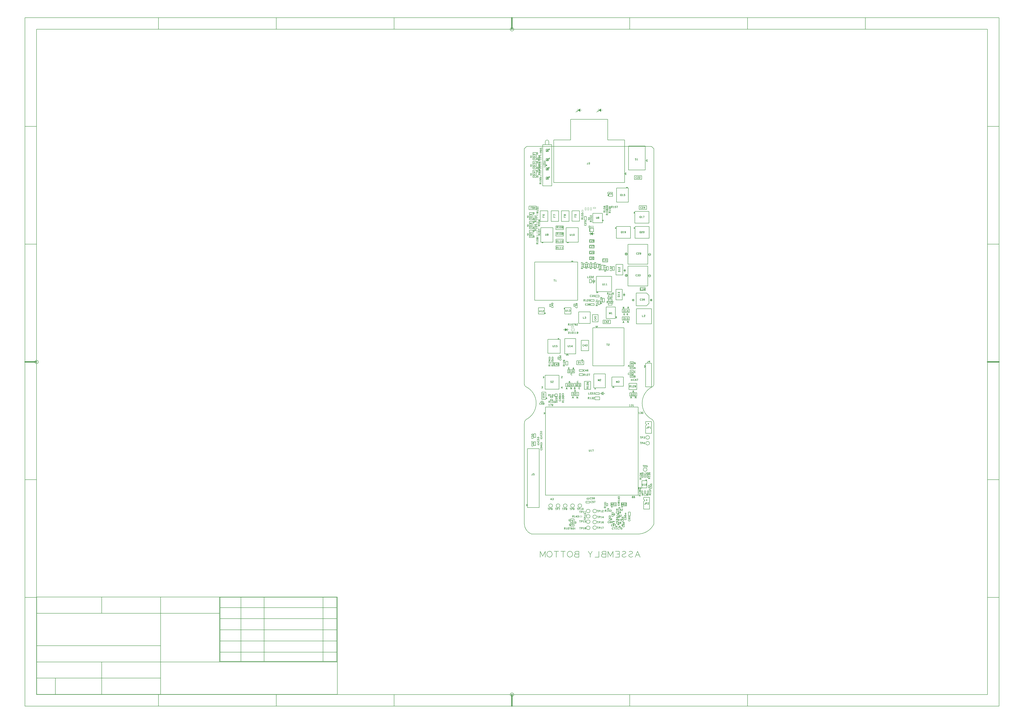
<source format=gbr>
G04 ================== begin FILE IDENTIFICATION RECORD ==================*
G04 Layout Name:  CONTROLLER_REV_B-08042023.brd*
G04 Film Name:    OC - FEMA - CNTRLR-v1-Rev-C-ASB.gbr*
G04 File Format:  Gerber RS274X*
G04 File Origin:  Cadence Allegro 17.2-061*
G04 Origin Date:  Sun Apr 09 12:44:52 2023*
G04 *
G04 Layer:  DRAWING FORMAT/TITLE_DATA1*
G04 Layer:  BOARD GEOMETRY/ASSEMBLY_BOTTOM*
G04 Layer:  REF DES/ASSEMBLY_BOTTOM*
G04 Layer:  PACKAGE GEOMETRY/ASSEMBLY_BOTTOM*
G04 Layer:  DRAWING FORMAT/ASSE*
G04 Layer:  DRAWING FORMAT/FILM_LABEL_OUTLINE*
G04 Layer:  BOARD GEOMETRY/OUTLINE*
G04 *
G04 Offset:    (0.000 0.000)*
G04 Mirror:    Yes*
G04 Mode:      Positive*
G04 Rotation:  0*
G04 FullContactRelief:  No*
G04 UndefLineWidth:     6.000*
G04 ================== end FILE IDENTIFICATION RECORD ====================*
%FSLAX55Y55*MOIN*%
%IR0*IPPOS*OFA0.00000B0.00000*MIA1B0*SFA1.00000B1.00000*%
%ADD10C,.002*%
%ADD11C,.005*%
%ADD12C,.006*%
%ADD13C,.008*%
%ADD14C,.002008*%
%ADD15C,.004016*%
%ADD16C,.00591*%
%ADD17C,.005902*%
%ADD18C,.005906*%
%ADD19C,.007874*%
%ADD20C,.019685*%
G75*
%LPD*%
G75*
G36*
G01X10500Y187500D02*
G03I-1000J0D01*
G37*
G36*
G01X13253Y57743D02*
G03I-1000J0D01*
G37*
G36*
G01X95813Y719616D02*
Y720116D01*
X93813D01*
Y722616D01*
X93313D01*
Y720116D01*
X89770Y722616D01*
Y720116D01*
X87270D01*
Y719616D01*
X89770D01*
Y717116D01*
X93313Y719616D01*
Y717116D01*
X93813D01*
Y719616D01*
X95813D01*
G37*
G36*
G01X109770Y509750D02*
Y510250D01*
X107770D01*
Y512750D01*
X107270D01*
Y510250D01*
X103730Y512750D01*
Y510250D01*
X101230D01*
Y509750D01*
X103730D01*
Y507250D01*
X107270Y509750D01*
Y507250D01*
X107770D01*
Y509750D01*
X109770D01*
G37*
G36*
G01X93810Y719112D02*
Y719612D01*
X95215Y717797D01*
Y719030D01*
X97361Y716341D01*
Y715841D01*
X95565Y718093D01*
Y716849D01*
X93810Y719112D01*
G37*
G36*
G01X129160Y719104D02*
Y719604D01*
X130569Y717790D01*
Y719018D01*
X132711Y716329D01*
Y715829D01*
X130916Y718081D01*
Y716841D01*
X129160Y719104D01*
G37*
G36*
G01X131164Y719608D02*
Y720108D01*
X129164D01*
Y722608D01*
X128664D01*
Y720108D01*
X125120Y722608D01*
Y720108D01*
X122620D01*
Y719608D01*
X125120D01*
Y717108D01*
X128664Y719608D01*
Y717108D01*
X129164D01*
Y719608D01*
X131164D01*
G37*
G36*
G01X145230Y347250D02*
Y346750D01*
X147230D01*
Y344250D01*
X147730D01*
Y346750D01*
X151270Y344250D01*
Y346750D01*
X153770D01*
Y347250D01*
X151270D01*
Y349750D01*
X147730Y347250D01*
Y349750D01*
X147230D01*
Y347250D01*
X145230D01*
G37*
G54D10*
G01X140360Y348770D02*
Y345230D01*
X135240D01*
Y348770D01*
X140360D01*
G54D20*
G01X-585779Y292297D02*
X-566094D01*
G01X240993Y-292348D02*
Y-272663D01*
G01Y876943D02*
Y857258D01*
G01X1067765Y292297D02*
X1048080D01*
G54D11*
G01X16233Y51100D02*
X16025Y50800D01*
X15775Y50600D01*
X15483Y50500D01*
X15150Y50600D01*
X14900Y50800D01*
X14650Y51100D01*
X14567Y51500D01*
Y53500D01*
G01X13333Y50500D02*
Y53500D01*
X12333D01*
X12000Y53350D01*
X11750Y53000D01*
X11667Y52600D01*
X11750Y52200D01*
X11958Y51900D01*
X12333Y51750D01*
X13333D01*
G01X10392Y53000D02*
X10142Y53300D01*
X9850Y53450D01*
X9517Y53500D01*
X9100Y53400D01*
X8808Y53150D01*
X8725Y52850D01*
X8767Y52550D01*
X8933Y52300D01*
X9767Y51800D01*
X10142Y51450D01*
X10392Y50950D01*
X10475Y50500D01*
X8725D01*
G01X5000Y66317D02*
X8000D01*
Y67358D01*
X7850Y67692D01*
X7650Y67900D01*
X7250Y67983D01*
X6850Y67900D01*
X6600Y67650D01*
X6450Y67358D01*
Y66317D01*
G01Y67358D02*
X5000Y67983D01*
G01Y70050D02*
X8000D01*
X7400Y69550D01*
G01X5000D02*
Y70550D01*
G01X5600Y72033D02*
X5250Y72283D01*
X5050Y72617D01*
X5000Y72992D01*
X5050Y73325D01*
X5300Y73658D01*
X5600Y73867D01*
X5900Y73908D01*
X6250Y73825D01*
X6500Y73533D01*
X6600Y73242D01*
Y72867D01*
G01Y73242D02*
X6750Y73492D01*
X7000Y73700D01*
X7300Y73783D01*
X7600Y73700D01*
X7850Y73492D01*
X8000Y73117D01*
X7950Y72742D01*
X7750Y72367D01*
G01X5000Y75767D02*
X5650Y75850D01*
X6200Y75975D01*
X6700Y76142D01*
X7250Y76350D01*
X8000Y76683D01*
Y75017D01*
G01X9220Y69530D02*
Y73470D01*
X11180D01*
Y69530D01*
X9220D01*
G01X20183Y65500D02*
Y68500D01*
X19142D01*
X18808Y68350D01*
X18600Y68150D01*
X18517Y67750D01*
X18600Y67350D01*
X18850Y67100D01*
X19142Y66950D01*
X20183D01*
G01X19142D02*
X18517Y65500D01*
G01X16450D02*
Y68500D01*
X16950Y67900D01*
G01Y65500D02*
X15950D01*
G01X14467Y66100D02*
X14217Y65750D01*
X13883Y65550D01*
X13508Y65500D01*
X13175Y65550D01*
X12842Y65800D01*
X12633Y66100D01*
X12592Y66400D01*
X12675Y66750D01*
X12967Y67000D01*
X13258Y67100D01*
X13633D01*
G01X13258D02*
X13008Y67250D01*
X12800Y67500D01*
X12717Y67800D01*
X12800Y68100D01*
X13008Y68350D01*
X13383Y68500D01*
X13758Y68450D01*
X14133Y68250D01*
G01X11358Y65850D02*
X11067Y65600D01*
X10733Y65500D01*
X10400Y65600D01*
X10108Y65900D01*
X9900Y66350D01*
X9817Y66800D01*
Y67350D01*
X9900Y67800D01*
X10108Y68200D01*
X10358Y68400D01*
X10650Y68500D01*
X10983Y68400D01*
X11233Y68200D01*
X11400Y67900D01*
X11483Y67500D01*
X11400Y67150D01*
X11192Y66800D01*
X10942Y66600D01*
X10650Y66550D01*
X10317Y66650D01*
X10067Y66900D01*
X9817Y67350D01*
G01X6250Y79517D02*
X6400Y79267D01*
X6500Y78975D01*
Y78642D01*
X6350Y78267D01*
X6100Y77975D01*
X5800Y77767D01*
X5300Y77600D01*
X4850Y77558D01*
X4400Y77642D01*
X4100Y77767D01*
X3800Y78017D01*
X3600Y78308D01*
X3500Y78600D01*
Y78892D01*
X3600Y79183D01*
X3750Y79433D01*
X3950Y79642D01*
G01Y80583D02*
X3700Y80833D01*
X3550Y81125D01*
X3500Y81500D01*
X3600Y81875D01*
X3800Y82167D01*
X4150Y82375D01*
X4550Y82417D01*
X4950Y82333D01*
X5200Y82125D01*
X5400Y81833D01*
X5450Y81542D01*
X5400Y81250D01*
X5200Y80875D01*
X6500Y81000D01*
Y82125D01*
G01X3950Y83483D02*
X3700Y83733D01*
X3550Y84025D01*
X3500Y84400D01*
X3600Y84775D01*
X3800Y85067D01*
X4150Y85275D01*
X4550Y85317D01*
X4950Y85233D01*
X5200Y85025D01*
X5400Y84733D01*
X5450Y84442D01*
X5400Y84150D01*
X5200Y83775D01*
X6500Y83900D01*
Y85025D01*
G01X7516Y78841D02*
Y82777D01*
X9484D01*
Y78841D01*
X7516D01*
G01X6400Y94217D02*
X9400D01*
Y95258D01*
X9250Y95592D01*
X9050Y95800D01*
X8650Y95883D01*
X8250Y95800D01*
X8000Y95550D01*
X7850Y95258D01*
Y94217D01*
G01Y95258D02*
X6400Y95883D01*
G01Y97950D02*
X9400D01*
X8800Y97450D01*
G01X6400D02*
Y98450D01*
G01X7000Y99933D02*
X6650Y100183D01*
X6450Y100517D01*
X6400Y100892D01*
X6450Y101225D01*
X6700Y101558D01*
X7000Y101767D01*
X7300Y101808D01*
X7650Y101725D01*
X7900Y101433D01*
X8000Y101142D01*
Y100767D01*
G01Y101142D02*
X8150Y101392D01*
X8400Y101600D01*
X8700Y101683D01*
X9000Y101600D01*
X9250Y101392D01*
X9400Y101017D01*
X9350Y100642D01*
X9150Y100267D01*
G01X7650Y102958D02*
X8000Y103250D01*
X8200Y103500D01*
X8300Y103833D01*
X8200Y104125D01*
X8000Y104333D01*
X7700Y104500D01*
X7350Y104542D01*
X7050Y104500D01*
X6750Y104333D01*
X6500Y104083D01*
X6400Y103792D01*
X6500Y103458D01*
X6800Y103167D01*
X7250Y103000D01*
X7750Y102958D01*
X8400Y103042D01*
X8750Y103167D01*
X9100Y103375D01*
X9350Y103667D01*
X9400Y103958D01*
X9300Y104250D01*
X9050Y104458D01*
G01X10220Y96530D02*
Y100470D01*
X12180D01*
Y96530D01*
X10220D01*
G01X20383Y101400D02*
Y104400D01*
X19342D01*
X19008Y104250D01*
X18800Y104050D01*
X18717Y103650D01*
X18800Y103250D01*
X19050Y103000D01*
X19342Y102850D01*
X20383D01*
G01X19342D02*
X18717Y101400D01*
G01X16650D02*
Y104400D01*
X17150Y103800D01*
G01Y101400D02*
X16150D01*
G01X14667Y102000D02*
X14417Y101650D01*
X14083Y101450D01*
X13708Y101400D01*
X13375Y101450D01*
X13042Y101700D01*
X12833Y102000D01*
X12792Y102300D01*
X12875Y102650D01*
X13167Y102900D01*
X13458Y103000D01*
X13833D01*
G01X13458D02*
X13208Y103150D01*
X13000Y103400D01*
X12917Y103700D01*
X13000Y104000D01*
X13208Y104250D01*
X13583Y104400D01*
X13958Y104350D01*
X14333Y104150D01*
G01X11767Y101850D02*
X11517Y101600D01*
X11225Y101450D01*
X10850Y101400D01*
X10475Y101500D01*
X10183Y101700D01*
X9975Y102050D01*
X9933Y102450D01*
X10017Y102850D01*
X10225Y103100D01*
X10517Y103300D01*
X10808Y103350D01*
X11100Y103300D01*
X11475Y103100D01*
X11350Y104400D01*
X10225D01*
G01X17900Y116600D02*
Y113600D01*
G01X18858Y116600D02*
X16942D01*
G01X15833Y113600D02*
Y116600D01*
X14833D01*
X14500Y116450D01*
X14250Y116100D01*
X14167Y115700D01*
X14250Y115300D01*
X14458Y115000D01*
X14833Y114850D01*
X15833D01*
G01X13017Y114050D02*
X12767Y113800D01*
X12475Y113650D01*
X12100Y113600D01*
X11725Y113700D01*
X11433Y113900D01*
X11225Y114250D01*
X11183Y114650D01*
X11267Y115050D01*
X11475Y115300D01*
X11767Y115500D01*
X12058Y115550D01*
X12350Y115500D01*
X12725Y115300D01*
X12600Y116600D01*
X11475D01*
G01X13937Y154285D02*
G03I-3150J0D01*
G01Y164085D02*
G03I-3150J0D01*
G01X14000Y191000D02*
X4000D01*
Y171000D01*
X14000D01*
Y184000D01*
X12000Y185600D01*
X14000Y187400D01*
Y191000D01*
G01X12733Y180100D02*
X12525Y179800D01*
X12275Y179600D01*
X11983Y179500D01*
X11650Y179600D01*
X11400Y179800D01*
X11150Y180100D01*
X11067Y180500D01*
Y182500D01*
G01X9833Y179500D02*
Y182500D01*
X8833D01*
X8500Y182350D01*
X8250Y182000D01*
X8167Y181600D01*
X8250Y181200D01*
X8458Y180900D01*
X8833Y180750D01*
X9833D01*
G01X6100Y179500D02*
Y182500D01*
X6600Y181900D01*
G01Y179500D02*
X5600D01*
G01X14148Y290145D02*
Y250145D01*
X4148D01*
Y290145D01*
X14148D01*
G01X11483Y292000D02*
X11275Y291700D01*
X11025Y291500D01*
X10733Y291400D01*
X10400Y291500D01*
X10150Y291700D01*
X9900Y292000D01*
X9817Y292400D01*
Y294400D01*
G01X7250Y291400D02*
Y294400D01*
X8792Y292250D01*
X6708D01*
G01X4185Y382580D02*
Y356989D01*
X29776D01*
Y382580D01*
X4185D01*
G01X6379Y397395D02*
G03I-1581J0D01*
G01X4797Y398895D02*
Y395895D01*
G01X3297Y397395D02*
X6297D01*
G01X12408Y409322D02*
X30124D01*
Y387668D01*
X12408D01*
X8471Y391605D01*
Y405385D01*
X12408Y409322D01*
G01X44004Y454965D02*
X10539D01*
Y421500D01*
X44004D01*
Y454965D01*
G01X9472Y438632D02*
X5472D01*
G01X9533D02*
G03I-2062J0D01*
G01X44004Y491965D02*
X10539D01*
Y458500D01*
X44004D01*
Y491965D01*
G01X9372Y474832D02*
X5372D01*
G01X9433D02*
G03I-2062J0D01*
G01X32239Y522354D02*
X8223D01*
Y502275D01*
X32239D01*
Y522354D01*
G01X32335Y548144D02*
X8320D01*
Y528065D01*
X32335D01*
Y548144D01*
G01X22500Y64817D02*
X25500D01*
Y65858D01*
X25350Y66192D01*
X25150Y66400D01*
X24750Y66483D01*
X24350Y66400D01*
X24100Y66150D01*
X23950Y65858D01*
Y64817D01*
G01Y65858D02*
X22500Y66483D01*
G01Y68550D02*
X25500D01*
X24900Y68050D01*
G01X22500D02*
Y69050D01*
G01X23100Y70533D02*
X22750Y70783D01*
X22550Y71117D01*
X22500Y71492D01*
X22550Y71825D01*
X22800Y72158D01*
X23100Y72367D01*
X23400Y72408D01*
X23750Y72325D01*
X24000Y72033D01*
X24100Y71742D01*
Y71367D01*
G01Y71742D02*
X24250Y71992D01*
X24500Y72200D01*
X24800Y72283D01*
X25100Y72200D01*
X25350Y71992D01*
X25500Y71617D01*
X25450Y71242D01*
X25250Y70867D01*
G01X22500Y74350D02*
X22550Y74642D01*
X22700Y74975D01*
X22950Y75183D01*
X23300Y75267D01*
X23650Y75183D01*
X23950Y74933D01*
X24100Y74558D01*
Y74142D01*
X24200Y73892D01*
X24450Y73683D01*
X24800Y73600D01*
X25150Y73725D01*
X25400Y74017D01*
X25500Y74350D01*
X25400Y74683D01*
X25150Y74975D01*
X24800Y75100D01*
X24450Y75017D01*
X24200Y74808D01*
X24100Y74558D01*
Y74142D01*
X23950Y73767D01*
X23650Y73517D01*
X23300Y73433D01*
X22950Y73517D01*
X22700Y73725D01*
X22550Y74058D01*
X22500Y74350D01*
G01X19216Y69532D02*
Y73468D01*
X21184D01*
Y69532D01*
X19216D01*
G01X14216D02*
Y73468D01*
X16184D01*
Y69532D01*
X14216D01*
G01X184132Y66077D02*
X26652D01*
Y215683D01*
X184132D01*
Y66077D01*
G01X21200Y93217D02*
X24200D01*
Y94258D01*
X24050Y94592D01*
X23850Y94800D01*
X23450Y94883D01*
X23050Y94800D01*
X22800Y94550D01*
X22650Y94258D01*
Y93217D01*
G01Y94258D02*
X21200Y94883D01*
G01Y96950D02*
X24200D01*
X23600Y96450D01*
G01X21200D02*
Y97450D01*
G01X21800Y98933D02*
X21450Y99183D01*
X21250Y99517D01*
X21200Y99892D01*
X21250Y100225D01*
X21500Y100558D01*
X21800Y100767D01*
X22100Y100808D01*
X22450Y100725D01*
X22700Y100433D01*
X22800Y100142D01*
Y99767D01*
G01Y100142D02*
X22950Y100392D01*
X23200Y100600D01*
X23500Y100683D01*
X23800Y100600D01*
X24050Y100392D01*
X24200Y100017D01*
X24150Y99642D01*
X23950Y99267D01*
G01X21200Y103250D02*
X24200D01*
X22050Y101708D01*
Y103792D01*
G01X19817Y85500D02*
Y83350D01*
X19650Y82900D01*
X19317Y82600D01*
X18900Y82500D01*
X18483Y82600D01*
X18150Y82900D01*
X17983Y83350D01*
Y85500D01*
G01X16000Y82500D02*
Y85500D01*
X16500Y84900D01*
G01Y82500D02*
X15500D01*
G01X13100D02*
X12808Y82550D01*
X12475Y82700D01*
X12267Y82950D01*
X12183Y83300D01*
X12267Y83650D01*
X12517Y83950D01*
X12892Y84100D01*
X13308D01*
X13558Y84200D01*
X13767Y84450D01*
X13850Y84800D01*
X13725Y85150D01*
X13433Y85400D01*
X13100Y85500D01*
X12767Y85400D01*
X12475Y85150D01*
X12350Y84800D01*
X12433Y84450D01*
X12642Y84200D01*
X12892Y84100D01*
X13308D01*
X13683Y83950D01*
X13933Y83650D01*
X14017Y83300D01*
X13933Y82950D01*
X13725Y82700D01*
X13392Y82550D01*
X13100Y82500D01*
G01X13200Y91000D02*
X12200Y92000D01*
X14200D01*
X13200Y91000D01*
G01X12066Y78398D02*
X20334D01*
Y90602D01*
X12066D01*
Y78398D01*
G01X25450Y76500D02*
X25158Y76550D01*
X24825Y76700D01*
X24617Y76950D01*
X24533Y77300D01*
X24617Y77650D01*
X24867Y77950D01*
X25242Y78100D01*
X25658D01*
X25908Y78200D01*
X26117Y78450D01*
X26200Y78800D01*
X26075Y79150D01*
X25783Y79400D01*
X25450Y79500D01*
X25117Y79400D01*
X24825Y79150D01*
X24700Y78800D01*
X24783Y78450D01*
X24992Y78200D01*
X25242Y78100D01*
X25658D01*
X26033Y77950D01*
X26283Y77650D01*
X26367Y77300D01*
X26283Y76950D01*
X26075Y76700D01*
X25742Y76550D01*
X25450Y76500D01*
G01X23258Y76850D02*
X22967Y76600D01*
X22633Y76500D01*
X22300Y76600D01*
X22008Y76900D01*
X21800Y77350D01*
X21717Y77800D01*
Y78350D01*
X21800Y78800D01*
X22008Y79200D01*
X22258Y79400D01*
X22550Y79500D01*
X22883Y79400D01*
X23133Y79200D01*
X23300Y78900D01*
X23383Y78500D01*
X23300Y78150D01*
X23092Y77800D01*
X22842Y77600D01*
X22550Y77550D01*
X22217Y77650D01*
X21967Y77900D01*
X21717Y78350D01*
G01X14220Y96530D02*
Y100470D01*
X16180D01*
Y96530D01*
X14220D01*
G01X18220D02*
Y100470D01*
X20180D01*
Y96530D01*
X18220D01*
G01X18150Y109500D02*
G03I-3150J0D01*
G01X22400Y156000D02*
Y153000D01*
G01X23358Y156000D02*
X21442D01*
G01X20333Y153000D02*
Y156000D01*
X19333D01*
X19000Y155850D01*
X18750Y155500D01*
X18667Y155100D01*
X18750Y154700D01*
X18958Y154400D01*
X19333Y154250D01*
X20333D01*
G01X16100Y153000D02*
Y156000D01*
X17642Y153850D01*
X15558D01*
G01X22400Y165500D02*
Y162500D01*
G01X23358Y165500D02*
X21442D01*
G01X20333Y162500D02*
Y165500D01*
X19333D01*
X19000Y165350D01*
X18750Y165000D01*
X18667Y164600D01*
X18750Y164200D01*
X18958Y163900D01*
X19333Y163750D01*
X20333D01*
G01X17517Y163100D02*
X17267Y162750D01*
X16933Y162550D01*
X16558Y162500D01*
X16225Y162550D01*
X15892Y162800D01*
X15683Y163100D01*
X15642Y163400D01*
X15725Y163750D01*
X16017Y164000D01*
X16308Y164100D01*
X16683D01*
G01X16308D02*
X16058Y164250D01*
X15850Y164500D01*
X15767Y164800D01*
X15850Y165100D01*
X16058Y165350D01*
X16433Y165500D01*
X16808Y165450D01*
X17183Y165250D01*
G01X25100Y204400D02*
Y207400D01*
X25600Y206800D01*
G01Y204400D02*
X24600D01*
G01X23117Y205000D02*
X22867Y204650D01*
X22533Y204450D01*
X22158Y204400D01*
X21825Y204450D01*
X21492Y204700D01*
X21283Y205000D01*
X21242Y205300D01*
X21325Y205650D01*
X21617Y205900D01*
X21908Y206000D01*
X22283D01*
G01X21908D02*
X21658Y206150D01*
X21450Y206400D01*
X21367Y206700D01*
X21450Y207000D01*
X21658Y207250D01*
X22033Y207400D01*
X22408Y207350D01*
X22783Y207150D01*
G01X19300Y207400D02*
X19633Y207300D01*
X19883Y207050D01*
X20050Y206750D01*
X20175Y206350D01*
X20217Y205900D01*
X20175Y205450D01*
X20050Y205050D01*
X19883Y204750D01*
X19633Y204500D01*
X19300Y204400D01*
X18967Y204500D01*
X18717Y204750D01*
X18550Y205050D01*
X18425Y205450D01*
X18383Y205900D01*
X18425Y206350D01*
X18550Y206750D01*
X18717Y207050D01*
X18967Y207300D01*
X19300Y207400D01*
G01X38817Y235500D02*
Y238500D01*
X37983D01*
X37650Y238350D01*
X37400Y238150D01*
X37192Y237850D01*
X37025Y237500D01*
X36983Y237000D01*
X37025Y236500D01*
X37192Y236150D01*
X37400Y235850D01*
X37650Y235650D01*
X37983Y235500D01*
X38817D01*
G01X35792Y238000D02*
X35542Y238300D01*
X35250Y238450D01*
X34917Y238500D01*
X34500Y238400D01*
X34208Y238150D01*
X34125Y237850D01*
X34167Y237550D01*
X34333Y237300D01*
X35167Y236800D01*
X35542Y236450D01*
X35792Y235950D01*
X35875Y235500D01*
X34125D01*
G01X32892Y238000D02*
X32642Y238300D01*
X32350Y238450D01*
X32017Y238500D01*
X31600Y238400D01*
X31308Y238150D01*
X31225Y237850D01*
X31267Y237550D01*
X31433Y237300D01*
X32267Y236800D01*
X32642Y236450D01*
X32892Y235950D01*
X32975Y235500D01*
X31225D01*
G01X32208Y230570D02*
Y233570D01*
X30292Y230570D01*
Y233570D01*
G01X29040Y234440D02*
Y239960D01*
X41000D01*
Y234440D01*
X29040D01*
G01X41183Y249500D02*
Y252500D01*
X40142D01*
X39808Y252350D01*
X39600Y252150D01*
X39517Y251750D01*
X39600Y251350D01*
X39850Y251100D01*
X40142Y250950D01*
X41183D01*
G01X40142D02*
X39517Y249500D01*
G01X37450D02*
Y252500D01*
X37950Y251900D01*
G01Y249500D02*
X36950D01*
G01X35342Y252000D02*
X35092Y252300D01*
X34800Y252450D01*
X34467Y252500D01*
X34050Y252400D01*
X33758Y252150D01*
X33675Y251850D01*
X33717Y251550D01*
X33883Y251300D01*
X34717Y250800D01*
X35092Y250450D01*
X35342Y249950D01*
X35425Y249500D01*
X33675D01*
G01X32358Y249850D02*
X32067Y249600D01*
X31733Y249500D01*
X31400Y249600D01*
X31108Y249900D01*
X30900Y250350D01*
X30817Y250800D01*
Y251350D01*
X30900Y251800D01*
X31108Y252200D01*
X31358Y252400D01*
X31650Y252500D01*
X31983Y252400D01*
X32233Y252200D01*
X32400Y251900D01*
X32483Y251500D01*
X32400Y251150D01*
X32192Y250800D01*
X31942Y250600D01*
X31650Y250550D01*
X31317Y250650D01*
X31067Y250900D01*
X30817Y251350D01*
G01X29199Y245501D02*
X42601D01*
Y256099D01*
X29199D01*
Y245501D01*
G01X31537Y273950D02*
X33203D01*
Y276950D01*
X31537D01*
G01X32203Y275500D02*
X33203D01*
G01X32182Y267813D02*
X32015Y267963D01*
X31890Y268212D01*
X31807Y268563D01*
X31890Y268863D01*
X32057Y269062D01*
X32349Y269213D01*
X33474D01*
Y266213D01*
X32099D01*
X31807Y266413D01*
X31640Y266713D01*
X31557Y267063D01*
X31640Y267412D01*
X31890Y267713D01*
X32182Y267813D01*
X33474D01*
G01X32983Y263250D02*
X33233Y263400D01*
X33525Y263500D01*
X33858D01*
X34233Y263350D01*
X34525Y263100D01*
X34733Y262800D01*
X34900Y262300D01*
X34942Y261850D01*
X34858Y261400D01*
X34733Y261100D01*
X34483Y260800D01*
X34192Y260600D01*
X33900Y260500D01*
X33608D01*
X33317Y260600D01*
X33067Y260750D01*
X32858Y260950D01*
G01X30500Y260500D02*
Y263500D01*
X32042Y261350D01*
X29958D01*
G01X28183Y260500D02*
X28100Y261150D01*
X27975Y261700D01*
X27808Y262200D01*
X27600Y262750D01*
X27267Y263500D01*
X28933D01*
G01X33447Y280867D02*
X32405Y283867D01*
X31364Y280867D01*
G01X31739Y281917D02*
X33072D01*
G01X33428Y288650D02*
Y291650D01*
X31512Y288650D01*
Y291650D01*
G01X14187Y284685D02*
X16187Y286685D01*
Y282685D01*
X14187Y284685D01*
G01X19683Y372000D02*
Y369000D01*
X18017D01*
G01X16742Y371500D02*
X16492Y371800D01*
X16200Y371950D01*
X15867Y372000D01*
X15450Y371900D01*
X15158Y371650D01*
X15075Y371350D01*
X15117Y371050D01*
X15283Y370800D01*
X16117Y370300D01*
X16492Y369950D01*
X16742Y369450D01*
X16825Y369000D01*
X15075D01*
G01X21583Y399550D02*
X21833Y399700D01*
X22125Y399800D01*
X22458D01*
X22833Y399650D01*
X23125Y399400D01*
X23333Y399100D01*
X23500Y398600D01*
X23542Y398150D01*
X23458Y397700D01*
X23333Y397400D01*
X23083Y397100D01*
X22792Y396900D01*
X22500Y396800D01*
X22208D01*
X21917Y396900D01*
X21667Y397050D01*
X21458Y397250D01*
G01X20517Y397400D02*
X20267Y397050D01*
X19933Y396850D01*
X19558Y396800D01*
X19225Y396850D01*
X18892Y397100D01*
X18683Y397400D01*
X18642Y397700D01*
X18725Y398050D01*
X19017Y398300D01*
X19308Y398400D01*
X19683D01*
G01X19308D02*
X19058Y398550D01*
X18850Y398800D01*
X18767Y399100D01*
X18850Y399400D01*
X19058Y399650D01*
X19433Y399800D01*
X19808Y399750D01*
X20183Y399550D01*
G01X17492Y398050D02*
X17200Y398400D01*
X16950Y398600D01*
X16617Y398700D01*
X16325Y398600D01*
X16117Y398400D01*
X15950Y398100D01*
X15908Y397750D01*
X15950Y397450D01*
X16117Y397150D01*
X16367Y396900D01*
X16658Y396800D01*
X16992Y396900D01*
X17283Y397200D01*
X17450Y397650D01*
X17492Y398150D01*
X17408Y398800D01*
X17283Y399150D01*
X17075Y399500D01*
X16783Y399750D01*
X16492Y399800D01*
X16200Y399700D01*
X15992Y399450D01*
G01X20983Y417250D02*
X21233Y417400D01*
X21525Y417500D01*
X21858D01*
X22233Y417350D01*
X22525Y417100D01*
X22733Y416800D01*
X22900Y416300D01*
X22942Y415850D01*
X22858Y415400D01*
X22733Y415100D01*
X22483Y414800D01*
X22192Y414600D01*
X21900Y414500D01*
X21608D01*
X21317Y414600D01*
X21067Y414750D01*
X20858Y414950D01*
G01X19917Y415100D02*
X19667Y414750D01*
X19333Y414550D01*
X18958Y414500D01*
X18625Y414550D01*
X18292Y414800D01*
X18083Y415100D01*
X18042Y415400D01*
X18125Y415750D01*
X18417Y416000D01*
X18708Y416100D01*
X19083D01*
G01X18708D02*
X18458Y416250D01*
X18250Y416500D01*
X18167Y416800D01*
X18250Y417100D01*
X18458Y417350D01*
X18833Y417500D01*
X19208Y417450D01*
X19583Y417250D01*
G01X15600Y414500D02*
Y417500D01*
X17142Y415350D01*
X15058D01*
G01X14769Y413346D02*
X23431D01*
Y419054D01*
X14769D01*
Y413346D01*
G01X28983Y440750D02*
X29233Y440900D01*
X29525Y441000D01*
X29858D01*
X30233Y440850D01*
X30525Y440600D01*
X30733Y440300D01*
X30900Y439800D01*
X30942Y439350D01*
X30858Y438900D01*
X30733Y438600D01*
X30483Y438300D01*
X30192Y438100D01*
X29900Y438000D01*
X29608D01*
X29317Y438100D01*
X29067Y438250D01*
X28858Y438450D01*
G01X27917Y438600D02*
X27667Y438250D01*
X27333Y438050D01*
X26958Y438000D01*
X26625Y438050D01*
X26292Y438300D01*
X26083Y438600D01*
X26042Y438900D01*
X26125Y439250D01*
X26417Y439500D01*
X26708Y439600D01*
X27083D01*
G01X26708D02*
X26458Y439750D01*
X26250Y440000D01*
X26167Y440300D01*
X26250Y440600D01*
X26458Y440850D01*
X26833Y441000D01*
X27208Y440950D01*
X27583Y440750D01*
G01X25017Y438600D02*
X24767Y438250D01*
X24433Y438050D01*
X24058Y438000D01*
X23725Y438050D01*
X23392Y438300D01*
X23183Y438600D01*
X23142Y438900D01*
X23225Y439250D01*
X23517Y439500D01*
X23808Y439600D01*
X24183D01*
G01X23808D02*
X23558Y439750D01*
X23350Y440000D01*
X23267Y440300D01*
X23350Y440600D01*
X23558Y440850D01*
X23933Y441000D01*
X24308Y440950D01*
X24683Y440750D01*
G01X27833Y477750D02*
X28083Y477900D01*
X28375Y478000D01*
X28708D01*
X29083Y477850D01*
X29375Y477600D01*
X29583Y477300D01*
X29750Y476800D01*
X29792Y476350D01*
X29708Y475900D01*
X29583Y475600D01*
X29333Y475300D01*
X29042Y475100D01*
X28750Y475000D01*
X28458D01*
X28167Y475100D01*
X27917Y475250D01*
X27708Y475450D01*
G01X26642Y477500D02*
X26392Y477800D01*
X26100Y477950D01*
X25767Y478000D01*
X25350Y477900D01*
X25058Y477650D01*
X24975Y477350D01*
X25017Y477050D01*
X25183Y476800D01*
X26017Y476300D01*
X26392Y475950D01*
X26642Y475450D01*
X26725Y475000D01*
X24975D01*
G01X23658Y475350D02*
X23367Y475100D01*
X23033Y475000D01*
X22700Y475100D01*
X22408Y475400D01*
X22200Y475850D01*
X22117Y476300D01*
Y476850D01*
X22200Y477300D01*
X22408Y477700D01*
X22658Y477900D01*
X22950Y478000D01*
X23283Y477900D01*
X23533Y477700D01*
X23700Y477400D01*
X23783Y477000D01*
X23700Y476650D01*
X23492Y476300D01*
X23242Y476100D01*
X22950Y476050D01*
X22617Y476150D01*
X22367Y476400D01*
X22117Y476850D01*
G01X23131Y511263D02*
X23464Y511313D01*
X23756Y511513D01*
X24006Y511813D01*
X24172Y512163D01*
X24256Y512563D01*
Y512963D01*
X24172Y513363D01*
X24006Y513713D01*
X23756Y514013D01*
X23464Y514213D01*
X23131Y514263D01*
X22798Y514213D01*
X22506Y514013D01*
X22256Y513713D01*
X22089Y513363D01*
X22006Y512963D01*
Y512563D01*
X22089Y512163D01*
X22256Y511813D01*
X22506Y511513D01*
X22798Y511313D01*
X23131Y511263D01*
G01X22798Y512063D02*
X22298Y511263D01*
G01X21022Y513763D02*
X20772Y514063D01*
X20481Y514213D01*
X20147Y514263D01*
X19731Y514163D01*
X19439Y513913D01*
X19356Y513613D01*
X19398Y513313D01*
X19564Y513063D01*
X20398Y512563D01*
X20772Y512213D01*
X21022Y511713D01*
X21106Y511263D01*
X19356D01*
G01X17331Y514263D02*
X17664Y514163D01*
X17914Y513913D01*
X18081Y513613D01*
X18206Y513213D01*
X18248Y512763D01*
X18206Y512313D01*
X18081Y511913D01*
X17914Y511613D01*
X17664Y511363D01*
X17331Y511263D01*
X16998Y511363D01*
X16748Y511613D01*
X16581Y511913D01*
X16456Y512313D01*
X16414Y512763D01*
X16456Y513213D01*
X16581Y513613D01*
X16748Y513913D01*
X16998Y514163D01*
X17331Y514263D01*
G01X23227Y537054D02*
X23561Y537104D01*
X23852Y537304D01*
X24102Y537604D01*
X24269Y537954D01*
X24352Y538354D01*
Y538754D01*
X24269Y539154D01*
X24102Y539504D01*
X23852Y539804D01*
X23561Y540004D01*
X23227Y540054D01*
X22894Y540004D01*
X22602Y539804D01*
X22352Y539504D01*
X22186Y539154D01*
X22102Y538754D01*
Y538354D01*
X22186Y537954D01*
X22352Y537604D01*
X22602Y537304D01*
X22894Y537104D01*
X23227Y537054D01*
G01X22894Y537854D02*
X22394Y537054D01*
G01X20327D02*
Y540054D01*
X20827Y539454D01*
G01Y537054D02*
X19828D01*
G01X17511D02*
X17427Y537704D01*
X17302Y538254D01*
X17136Y538754D01*
X16927Y539304D01*
X16594Y540054D01*
X18261D01*
G01X20983Y555750D02*
X21233Y555900D01*
X21525Y556000D01*
X21858D01*
X22233Y555850D01*
X22525Y555600D01*
X22733Y555300D01*
X22900Y554800D01*
X22942Y554350D01*
X22858Y553900D01*
X22733Y553600D01*
X22483Y553300D01*
X22192Y553100D01*
X21900Y553000D01*
X21608D01*
X21317Y553100D01*
X21067Y553250D01*
X20858Y553450D01*
G01X19792Y555500D02*
X19542Y555800D01*
X19250Y555950D01*
X18917Y556000D01*
X18500Y555900D01*
X18208Y555650D01*
X18125Y555350D01*
X18167Y555050D01*
X18333Y554800D01*
X19167Y554300D01*
X19542Y553950D01*
X19792Y553450D01*
X19875Y553000D01*
X18125D01*
G01X15600D02*
Y556000D01*
X17142Y553850D01*
X15058D01*
G01X25087Y551535D02*
X12488D01*
Y557834D01*
X25087D01*
Y551535D01*
G01X28983Y606750D02*
X29233Y606900D01*
X29525Y607000D01*
X29858D01*
X30233Y606850D01*
X30525Y606600D01*
X30733Y606300D01*
X30900Y605800D01*
X30942Y605350D01*
X30858Y604900D01*
X30733Y604600D01*
X30483Y604300D01*
X30192Y604100D01*
X29900Y604000D01*
X29608D01*
X29317Y604100D01*
X29067Y604250D01*
X28858Y604450D01*
G01X27792Y606500D02*
X27542Y606800D01*
X27250Y606950D01*
X26917Y607000D01*
X26500Y606900D01*
X26208Y606650D01*
X26125Y606350D01*
X26167Y606050D01*
X26333Y605800D01*
X27167Y605300D01*
X27542Y604950D01*
X27792Y604450D01*
X27875Y604000D01*
X26125D01*
G01X24892Y606500D02*
X24642Y606800D01*
X24350Y606950D01*
X24017Y607000D01*
X23600Y606900D01*
X23308Y606650D01*
X23225Y606350D01*
X23267Y606050D01*
X23433Y605800D01*
X24267Y605300D01*
X24642Y604950D01*
X24892Y604450D01*
X24975Y604000D01*
X23225D01*
G01X20688Y608634D02*
X33287D01*
Y602335D01*
X20688D01*
Y608634D01*
G01X14813Y618278D02*
X43159D01*
Y659026D01*
X14813D01*
Y618278D01*
G01X31825Y635400D02*
X31492Y635150D01*
X31117Y635000D01*
X30783D01*
X30450Y635150D01*
X30200Y635400D01*
X30075Y635750D01*
X30158Y636100D01*
X30367Y636400D01*
X30742Y636600D01*
X31242Y636700D01*
X31533Y636900D01*
X31658Y637250D01*
X31575Y637600D01*
X31367Y637850D01*
X31075Y638000D01*
X30783D01*
X30492Y637900D01*
X30242Y637650D01*
G01X28050Y635000D02*
Y638000D01*
X28550Y637400D01*
G01Y635000D02*
X27550D01*
G01X13486Y634526D02*
X11486Y632527D01*
Y636527D01*
X13486Y634526D01*
G01X49950Y26217D02*
X50100Y25967D01*
X50200Y25675D01*
Y25342D01*
X50050Y24967D01*
X49800Y24675D01*
X49500Y24467D01*
X49000Y24300D01*
X48550Y24258D01*
X48100Y24342D01*
X47800Y24467D01*
X47500Y24717D01*
X47300Y25008D01*
X47200Y25300D01*
Y25592D01*
X47300Y25883D01*
X47450Y26133D01*
X47650Y26342D01*
G01Y27283D02*
X47400Y27533D01*
X47250Y27825D01*
X47200Y28200D01*
X47300Y28575D01*
X47500Y28867D01*
X47850Y29075D01*
X48250Y29117D01*
X48650Y29033D01*
X48900Y28825D01*
X49100Y28533D01*
X49150Y28242D01*
X49100Y27950D01*
X48900Y27575D01*
X50200Y27700D01*
Y28825D01*
G01X47200Y31100D02*
X47250Y31392D01*
X47400Y31725D01*
X47650Y31933D01*
X48000Y32017D01*
X48350Y31933D01*
X48650Y31683D01*
X48800Y31308D01*
Y30892D01*
X48900Y30642D01*
X49150Y30433D01*
X49500Y30350D01*
X49850Y30475D01*
X50100Y30767D01*
X50200Y31100D01*
X50100Y31433D01*
X49850Y31725D01*
X49500Y31850D01*
X49150Y31767D01*
X48900Y31558D01*
X48800Y31308D01*
Y30892D01*
X48650Y30517D01*
X48350Y30267D01*
X48000Y30183D01*
X47650Y30267D01*
X47400Y30475D01*
X47250Y30808D01*
X47200Y31100D01*
G01X54350Y23217D02*
X54500Y22967D01*
X54600Y22675D01*
Y22342D01*
X54450Y21967D01*
X54200Y21675D01*
X53900Y21467D01*
X53400Y21300D01*
X52950Y21258D01*
X52500Y21342D01*
X52200Y21467D01*
X51900Y21717D01*
X51700Y22008D01*
X51600Y22300D01*
Y22592D01*
X51700Y22883D01*
X51850Y23133D01*
X52050Y23342D01*
G01X52850Y24408D02*
X53200Y24700D01*
X53400Y24950D01*
X53500Y25283D01*
X53400Y25575D01*
X53200Y25783D01*
X52900Y25950D01*
X52550Y25992D01*
X52250Y25950D01*
X51950Y25783D01*
X51700Y25533D01*
X51600Y25242D01*
X51700Y24908D01*
X52000Y24617D01*
X52450Y24450D01*
X52950Y24408D01*
X53600Y24492D01*
X53950Y24617D01*
X54300Y24825D01*
X54550Y25117D01*
X54600Y25408D01*
X54500Y25700D01*
X54250Y25908D01*
G01X52050Y27183D02*
X51800Y27433D01*
X51650Y27725D01*
X51600Y28100D01*
X51700Y28475D01*
X51900Y28767D01*
X52250Y28975D01*
X52650Y29017D01*
X53050Y28933D01*
X53300Y28725D01*
X53500Y28433D01*
X53550Y28142D01*
X53500Y27850D01*
X53300Y27475D01*
X54600Y27600D01*
Y28725D01*
G01X52750Y14017D02*
X52900Y13767D01*
X53000Y13475D01*
Y13142D01*
X52850Y12767D01*
X52600Y12475D01*
X52300Y12267D01*
X51800Y12100D01*
X51350Y12058D01*
X50900Y12142D01*
X50600Y12267D01*
X50300Y12517D01*
X50100Y12808D01*
X50000Y13100D01*
Y13392D01*
X50100Y13683D01*
X50250Y13933D01*
X50450Y14142D01*
G01X51250Y15208D02*
X51600Y15500D01*
X51800Y15750D01*
X51900Y16083D01*
X51800Y16375D01*
X51600Y16583D01*
X51300Y16750D01*
X50950Y16792D01*
X50650Y16750D01*
X50350Y16583D01*
X50100Y16333D01*
X50000Y16042D01*
X50100Y15708D01*
X50400Y15417D01*
X50850Y15250D01*
X51350Y15208D01*
X52000Y15292D01*
X52350Y15417D01*
X52700Y15625D01*
X52950Y15917D01*
X53000Y16208D01*
X52900Y16500D01*
X52650Y16708D01*
G01X50350Y18192D02*
X50100Y18483D01*
X50000Y18817D01*
X50100Y19150D01*
X50400Y19442D01*
X50850Y19650D01*
X51300Y19733D01*
X51850D01*
X52300Y19650D01*
X52700Y19442D01*
X52900Y19192D01*
X53000Y18900D01*
X52900Y18567D01*
X52700Y18317D01*
X52400Y18150D01*
X52000Y18067D01*
X51650Y18150D01*
X51300Y18358D01*
X51100Y18608D01*
X51050Y18900D01*
X51150Y19233D01*
X51400Y19483D01*
X51850Y19733D01*
G01X43250Y24017D02*
X43400Y23767D01*
X43500Y23475D01*
Y23142D01*
X43350Y22767D01*
X43100Y22475D01*
X42800Y22267D01*
X42300Y22100D01*
X41850Y22058D01*
X41400Y22142D01*
X41100Y22267D01*
X40800Y22517D01*
X40600Y22808D01*
X40500Y23100D01*
Y23392D01*
X40600Y23683D01*
X40750Y23933D01*
X40950Y24142D01*
G01X41750Y25208D02*
X42100Y25500D01*
X42300Y25750D01*
X42400Y26083D01*
X42300Y26375D01*
X42100Y26583D01*
X41800Y26750D01*
X41450Y26792D01*
X41150Y26750D01*
X40850Y26583D01*
X40600Y26333D01*
X40500Y26042D01*
X40600Y25708D01*
X40900Y25417D01*
X41350Y25250D01*
X41850Y25208D01*
X42500Y25292D01*
X42850Y25417D01*
X43200Y25625D01*
X43450Y25917D01*
X43500Y26208D01*
X43400Y26500D01*
X43150Y26708D01*
G01X43500Y28900D02*
X43400Y28567D01*
X43150Y28317D01*
X42850Y28150D01*
X42450Y28025D01*
X42000Y27983D01*
X41550Y28025D01*
X41150Y28150D01*
X40850Y28317D01*
X40600Y28567D01*
X40500Y28900D01*
X40600Y29233D01*
X40850Y29483D01*
X41150Y29650D01*
X41550Y29775D01*
X42000Y29817D01*
X42450Y29775D01*
X42850Y29650D01*
X43150Y29483D01*
X43400Y29233D01*
X43500Y28900D01*
G01X43375Y37350D02*
Y31050D01*
X40225D01*
Y37350D01*
X43375D01*
G01X48778Y33304D02*
X47597D01*
Y35666D01*
X48778D01*
Y33304D01*
G01X54858Y49000D02*
Y52000D01*
X52942Y49000D01*
Y52000D01*
G01X51833Y49000D02*
Y52000D01*
X50792D01*
X50458Y51850D01*
X50250Y51650D01*
X50167Y51250D01*
X50250Y50850D01*
X50500Y50600D01*
X50792Y50450D01*
X51833D01*
G01X50792D02*
X50167Y49000D01*
G01X48892Y51500D02*
X48642Y51800D01*
X48350Y51950D01*
X48017Y52000D01*
X47600Y51900D01*
X47308Y51650D01*
X47225Y51350D01*
X47267Y51050D01*
X47433Y50800D01*
X48267Y50300D01*
X48642Y49950D01*
X48892Y49450D01*
X48975Y49000D01*
X47225D01*
G01X36250Y61400D02*
X35958Y61450D01*
X35625Y61600D01*
X35417Y61850D01*
X35333Y62200D01*
X35417Y62550D01*
X35667Y62850D01*
X36042Y63000D01*
X36458D01*
X36708Y63100D01*
X36917Y63350D01*
X37000Y63700D01*
X36875Y64050D01*
X36583Y64300D01*
X36250Y64400D01*
X35917Y64300D01*
X35625Y64050D01*
X35500Y63700D01*
X35583Y63350D01*
X35792Y63100D01*
X36042Y63000D01*
X36458D01*
X36833Y62850D01*
X37083Y62550D01*
X37167Y62200D01*
X37083Y61850D01*
X36875Y61600D01*
X36542Y61450D01*
X36250Y61400D01*
G01X33350D02*
X33058Y61450D01*
X32725Y61600D01*
X32517Y61850D01*
X32433Y62200D01*
X32517Y62550D01*
X32767Y62850D01*
X33142Y63000D01*
X33558D01*
X33808Y63100D01*
X34017Y63350D01*
X34100Y63700D01*
X33975Y64050D01*
X33683Y64300D01*
X33350Y64400D01*
X33017Y64300D01*
X32725Y64050D01*
X32600Y63700D01*
X32683Y63350D01*
X32892Y63100D01*
X33142Y63000D01*
X33558D01*
X33933Y62850D01*
X34183Y62550D01*
X34267Y62200D01*
X34183Y61850D01*
X33975Y61600D01*
X33642Y61450D01*
X33350Y61400D01*
G01X40900Y217200D02*
Y220200D01*
X41400Y219600D01*
G01Y217200D02*
X40400D01*
G01X38917Y217800D02*
X38667Y217450D01*
X38333Y217250D01*
X37958Y217200D01*
X37625Y217250D01*
X37292Y217500D01*
X37083Y217800D01*
X37042Y218100D01*
X37125Y218450D01*
X37417Y218700D01*
X37708Y218800D01*
X38083D01*
G01X37708D02*
X37458Y218950D01*
X37250Y219200D01*
X37167Y219500D01*
X37250Y219800D01*
X37458Y220050D01*
X37833Y220200D01*
X38208Y220150D01*
X38583Y219950D01*
G01X35100Y217200D02*
Y220200D01*
X35600Y219600D01*
G01Y217200D02*
X34600D01*
G01X39842Y230600D02*
X38800Y233600D01*
X37758Y230600D01*
G01X38133Y231650D02*
X39467D01*
G01X35717Y240600D02*
Y243600D01*
G01X34133D02*
X35717Y241750D01*
G01X33883Y240600D02*
X35008Y242600D01*
G01X51760Y250970D02*
Y266710D01*
X71440D01*
Y250970D01*
X51760D01*
G01X41883Y273350D02*
X42133Y273500D01*
X42425Y273600D01*
X42758D01*
X43133Y273450D01*
X43425Y273200D01*
X43633Y272900D01*
X43800Y272400D01*
X43842Y271950D01*
X43758Y271500D01*
X43633Y271200D01*
X43383Y270900D01*
X43092Y270700D01*
X42800Y270600D01*
X42508D01*
X42217Y270700D01*
X41967Y270850D01*
X41758Y271050D01*
G01X36000Y269100D02*
X36050Y268767D01*
X36250Y268475D01*
X36550Y268225D01*
X36900Y268058D01*
X37300Y267975D01*
X37700D01*
X38100Y268058D01*
X38450Y268225D01*
X38750Y268475D01*
X38950Y268767D01*
X39000Y269100D01*
X38950Y269433D01*
X38750Y269725D01*
X38450Y269975D01*
X38100Y270142D01*
X37700Y270225D01*
X37300D01*
X36900Y270142D01*
X36550Y269975D01*
X36250Y269725D01*
X36050Y269433D01*
X36000Y269100D01*
G01X36800Y269433D02*
X36000Y269933D01*
G01X38500Y271208D02*
X38800Y271458D01*
X38950Y271750D01*
X39000Y272083D01*
X38900Y272500D01*
X38650Y272792D01*
X38350Y272875D01*
X38050Y272833D01*
X37800Y272667D01*
X37300Y271833D01*
X36950Y271458D01*
X36450Y271208D01*
X36000Y271125D01*
Y272875D01*
G01X38500Y274108D02*
X38800Y274358D01*
X38950Y274650D01*
X39000Y274983D01*
X38900Y275400D01*
X38650Y275692D01*
X38350Y275775D01*
X38050Y275733D01*
X37800Y275567D01*
X37300Y274733D01*
X36950Y274358D01*
X36450Y274108D01*
X36000Y274025D01*
Y275775D01*
G01X34840Y277960D02*
X40360D01*
Y266000D01*
X34840D01*
Y277960D01*
G01X36319Y261209D02*
Y262391D01*
X38681D01*
Y261209D01*
X36319D01*
G01X36000Y283183D02*
X39000D01*
Y284017D01*
X38850Y284350D01*
X38650Y284600D01*
X38350Y284808D01*
X38000Y284975D01*
X37500Y285017D01*
X37000Y284975D01*
X36650Y284808D01*
X36350Y284600D01*
X36150Y284350D01*
X36000Y284017D01*
Y283183D01*
G01Y287000D02*
X39000D01*
X38400Y286500D01*
G01X36000D02*
Y287500D01*
G01Y289900D02*
X36050Y290192D01*
X36200Y290525D01*
X36450Y290733D01*
X36800Y290817D01*
X37150Y290733D01*
X37450Y290483D01*
X37600Y290108D01*
Y289692D01*
X37700Y289442D01*
X37950Y289233D01*
X38300Y289150D01*
X38650Y289275D01*
X38900Y289567D01*
X39000Y289900D01*
X38900Y290233D01*
X38650Y290525D01*
X38300Y290650D01*
X37950Y290567D01*
X37700Y290358D01*
X37600Y290108D01*
Y289692D01*
X37450Y289317D01*
X37150Y289067D01*
X36800Y288983D01*
X36450Y289067D01*
X36200Y289275D01*
X36050Y289608D01*
X36000Y289900D01*
G01X43317Y284180D02*
Y287180D01*
G01X41733D02*
X43317Y285330D01*
G01X41483Y284180D02*
X42608Y286180D01*
G01X34840Y292560D02*
X40360D01*
Y280600D01*
X34840D01*
Y292560D01*
G01X52829Y358785D02*
X51788Y361785D01*
X50746Y358785D01*
G01X51121Y359835D02*
X52454D01*
G01X44986Y359025D02*
Y362025D01*
X43069Y359025D01*
Y362025D01*
G01X51317Y377500D02*
Y380500D01*
X50483D01*
X50150Y380350D01*
X49900Y380150D01*
X49692Y379850D01*
X49525Y379500D01*
X49483Y379000D01*
X49525Y378500D01*
X49692Y378150D01*
X49900Y377850D01*
X50150Y377650D01*
X50483Y377500D01*
X51317D01*
G01X47500D02*
Y380500D01*
X48000Y379900D01*
G01Y377500D02*
X47000D01*
G01X44100D02*
Y380500D01*
X45642Y378350D01*
X43558D01*
G01X51224Y371735D02*
Y374735D01*
G01X49641D02*
X51224Y372885D01*
G01X49391Y371735D02*
X50516Y373735D01*
G01X53857Y381945D02*
Y376425D01*
X41898D01*
Y381945D01*
X53857D01*
G01X51317Y364500D02*
Y367500D01*
X50483D01*
X50150Y367350D01*
X49900Y367150D01*
X49692Y366850D01*
X49525Y366500D01*
X49483Y366000D01*
X49525Y365500D01*
X49692Y365150D01*
X49900Y364850D01*
X50150Y364650D01*
X50483Y364500D01*
X51317D01*
G01X47500D02*
Y367500D01*
X48000Y366900D01*
G01Y364500D02*
X47000D01*
G01X45517Y364950D02*
X45267Y364700D01*
X44975Y364550D01*
X44600Y364500D01*
X44225Y364600D01*
X43933Y364800D01*
X43725Y365150D01*
X43683Y365550D01*
X43767Y365950D01*
X43975Y366200D01*
X44267Y366400D01*
X44558Y366450D01*
X44850Y366400D01*
X45225Y366200D01*
X45100Y367500D01*
X43975D01*
G01X45917Y371600D02*
Y374600D01*
G01X44333D02*
X45917Y372750D01*
G01X44083Y371600D02*
X45208Y373600D01*
G01X41818Y363495D02*
Y369015D01*
X53777D01*
Y363495D01*
X41818D01*
G01X44929Y383255D02*
X43887Y386255D01*
X42846Y383255D01*
G01X43221Y384305D02*
X44554D01*
G01X52606Y383015D02*
Y386015D01*
X50689Y383015D01*
Y386015D01*
G01X33797Y397395D02*
X36797D01*
G01X36879Y397395D02*
G03I-1581J0D01*
G01X49033Y439232D02*
G03I-2062J0D01*
G01X46972Y437232D02*
Y441232D01*
G01X48972Y439232D02*
X44972D01*
G01X49624Y447049D02*
X48124D01*
G01X49624Y445049D02*
Y447049D01*
X51124D01*
G01X49624Y450549D02*
Y448549D01*
X51124D01*
X49624Y447049D01*
X48124Y448549D01*
X49624D01*
G01X49133Y475632D02*
G03I-2062J0D01*
G01X47072Y473632D02*
Y477632D01*
G01X49072Y475632D02*
X45072D01*
G01X63815Y522354D02*
X39800D01*
Y502275D01*
X63815D01*
Y522354D01*
G01X32731Y519814D02*
X33731Y520814D01*
Y518814D01*
X32731Y519814D01*
G01X54707Y511263D02*
X55041Y511313D01*
X55332Y511513D01*
X55582Y511813D01*
X55749Y512163D01*
X55832Y512563D01*
Y512963D01*
X55749Y513363D01*
X55582Y513713D01*
X55332Y514013D01*
X55041Y514213D01*
X54707Y514263D01*
X54374Y514213D01*
X54082Y514013D01*
X53832Y513713D01*
X53666Y513363D01*
X53582Y512963D01*
Y512563D01*
X53666Y512163D01*
X53832Y511813D01*
X54082Y511513D01*
X54374Y511313D01*
X54707Y511263D01*
G01X54374Y512063D02*
X53874Y511263D01*
G01X51807D02*
Y514263D01*
X52307Y513663D01*
G01Y511263D02*
X51308D01*
G01X49616Y511613D02*
X49324Y511363D01*
X48991Y511263D01*
X48657Y511363D01*
X48366Y511663D01*
X48157Y512113D01*
X48074Y512563D01*
Y513113D01*
X48157Y513563D01*
X48366Y513963D01*
X48616Y514163D01*
X48907Y514263D01*
X49241Y514163D01*
X49491Y513963D01*
X49657Y513663D01*
X49741Y513263D01*
X49657Y512913D01*
X49449Y512563D01*
X49199Y512363D01*
X48907Y512313D01*
X48574Y512413D01*
X48324Y512663D01*
X48074Y513113D01*
G01X32827Y545605D02*
X33827Y546605D01*
Y544605D01*
X32827Y545605D01*
G01X43348Y587573D02*
Y563557D01*
X63427D01*
Y587573D01*
X43348D01*
G01X55900Y574400D02*
X56233Y574450D01*
X56525Y574650D01*
X56775Y574950D01*
X56942Y575300D01*
X57025Y575700D01*
Y576100D01*
X56942Y576500D01*
X56775Y576850D01*
X56525Y577150D01*
X56233Y577350D01*
X55900Y577400D01*
X55567Y577350D01*
X55275Y577150D01*
X55025Y576850D01*
X54858Y576500D01*
X54775Y576100D01*
Y575700D01*
X54858Y575300D01*
X55025Y574950D01*
X55275Y574650D01*
X55567Y574450D01*
X55900Y574400D01*
G01X55567Y575200D02*
X55067Y574400D01*
G01X53000D02*
Y577400D01*
X53500Y576800D01*
G01Y574400D02*
X52500D01*
G01X51017Y574850D02*
X50767Y574600D01*
X50475Y574450D01*
X50100Y574400D01*
X49725Y574500D01*
X49433Y574700D01*
X49225Y575050D01*
X49183Y575450D01*
X49267Y575850D01*
X49475Y576100D01*
X49767Y576300D01*
X50058Y576350D01*
X50350Y576300D01*
X50725Y576100D01*
X50600Y577400D01*
X49475D01*
G01X45887Y588065D02*
X44887Y589065D01*
X46887D01*
X45887Y588065D01*
G01X79912Y597045D02*
X170120D01*
Y669290D01*
X141479D01*
Y704329D01*
X78487D01*
Y669290D01*
X49845D01*
Y597045D01*
X79912D01*
G01X49502Y612203D02*
X47502Y610203D01*
Y614203D01*
X49502Y612203D01*
G01X59783Y10750D02*
X60033Y10900D01*
X60325Y11000D01*
X60658D01*
X61033Y10850D01*
X61325Y10600D01*
X61533Y10300D01*
X61700Y9800D01*
X61742Y9350D01*
X61658Y8900D01*
X61533Y8600D01*
X61283Y8300D01*
X60992Y8100D01*
X60700Y8000D01*
X60408D01*
X60117Y8100D01*
X59867Y8250D01*
X59658Y8450D01*
G01X57883Y8000D02*
X57800Y8650D01*
X57675Y9200D01*
X57508Y9700D01*
X57300Y10250D01*
X56967Y11000D01*
X58633D01*
G01X54900D02*
X55233Y10900D01*
X55483Y10650D01*
X55650Y10350D01*
X55775Y9950D01*
X55817Y9500D01*
X55775Y9050D01*
X55650Y8650D01*
X55483Y8350D01*
X55233Y8100D01*
X54900Y8000D01*
X54567Y8100D01*
X54317Y8350D01*
X54150Y8650D01*
X54025Y9050D01*
X53983Y9500D01*
X54025Y9950D01*
X54150Y10350D01*
X54317Y10650D01*
X54567Y10900D01*
X54900Y11000D01*
G01X69183Y10750D02*
X69433Y10900D01*
X69725Y11000D01*
X70058D01*
X70433Y10850D01*
X70725Y10600D01*
X70933Y10300D01*
X71100Y9800D01*
X71142Y9350D01*
X71058Y8900D01*
X70933Y8600D01*
X70683Y8300D01*
X70392Y8100D01*
X70100Y8000D01*
X69808D01*
X69517Y8100D01*
X69267Y8250D01*
X69058Y8450D01*
G01X67283Y8000D02*
X67200Y8650D01*
X67075Y9200D01*
X66908Y9700D01*
X66700Y10250D01*
X66367Y11000D01*
X68033D01*
G01X64300Y8000D02*
Y11000D01*
X64800Y10400D01*
G01Y8000D02*
X63800D01*
G01X63950Y22817D02*
X64100Y22567D01*
X64200Y22275D01*
Y21942D01*
X64050Y21567D01*
X63800Y21275D01*
X63500Y21067D01*
X63000Y20900D01*
X62550Y20858D01*
X62100Y20942D01*
X61800Y21067D01*
X61500Y21317D01*
X61300Y21608D01*
X61200Y21900D01*
Y22192D01*
X61300Y22483D01*
X61450Y22733D01*
X61650Y22942D01*
G01X62450Y24008D02*
X62800Y24300D01*
X63000Y24550D01*
X63100Y24883D01*
X63000Y25175D01*
X62800Y25383D01*
X62500Y25550D01*
X62150Y25592D01*
X61850Y25550D01*
X61550Y25383D01*
X61300Y25133D01*
X61200Y24842D01*
X61300Y24508D01*
X61600Y24217D01*
X62050Y24050D01*
X62550Y24008D01*
X63200Y24092D01*
X63550Y24217D01*
X63900Y24425D01*
X64150Y24717D01*
X64200Y25008D01*
X64100Y25300D01*
X63850Y25508D01*
G01X61200Y28200D02*
X64200D01*
X62050Y26658D01*
Y28742D01*
G01X58797Y25466D02*
X59978D01*
Y23104D01*
X58797D01*
Y25466D01*
G01X76183Y21550D02*
X76433Y21700D01*
X76725Y21800D01*
X77058D01*
X77433Y21650D01*
X77725Y21400D01*
X77933Y21100D01*
X78100Y20600D01*
X78142Y20150D01*
X78058Y19700D01*
X77933Y19400D01*
X77683Y19100D01*
X77392Y18900D01*
X77100Y18800D01*
X76808D01*
X76517Y18900D01*
X76267Y19050D01*
X76058Y19250D01*
G01X74992Y20050D02*
X74700Y20400D01*
X74450Y20600D01*
X74117Y20700D01*
X73825Y20600D01*
X73617Y20400D01*
X73450Y20100D01*
X73408Y19750D01*
X73450Y19450D01*
X73617Y19150D01*
X73867Y18900D01*
X74158Y18800D01*
X74492Y18900D01*
X74783Y19200D01*
X74950Y19650D01*
X74992Y20150D01*
X74908Y20800D01*
X74783Y21150D01*
X74575Y21500D01*
X74283Y21750D01*
X73992Y21800D01*
X73700Y21700D01*
X73492Y21450D01*
G01X72092Y20050D02*
X71800Y20400D01*
X71550Y20600D01*
X71217Y20700D01*
X70925Y20600D01*
X70717Y20400D01*
X70550Y20100D01*
X70508Y19750D01*
X70550Y19450D01*
X70717Y19150D01*
X70967Y18900D01*
X71258Y18800D01*
X71592Y18900D01*
X71883Y19200D01*
X72050Y19650D01*
X72092Y20150D01*
X72008Y20800D01*
X71883Y21150D01*
X71675Y21500D01*
X71383Y21750D01*
X71092Y21800D01*
X70800Y21700D01*
X70592Y21450D01*
G01X67079Y20610D02*
Y21791D01*
X69442D01*
Y20610D01*
X67079D01*
G01X71550Y31817D02*
X71700Y31567D01*
X71800Y31275D01*
Y30942D01*
X71650Y30567D01*
X71400Y30275D01*
X71100Y30067D01*
X70600Y29900D01*
X70150Y29858D01*
X69700Y29942D01*
X69400Y30067D01*
X69100Y30317D01*
X68900Y30608D01*
X68800Y30900D01*
Y31192D01*
X68900Y31483D01*
X69050Y31733D01*
X69250Y31942D01*
G01X70050Y33008D02*
X70400Y33300D01*
X70600Y33550D01*
X70700Y33883D01*
X70600Y34175D01*
X70400Y34383D01*
X70100Y34550D01*
X69750Y34592D01*
X69450Y34550D01*
X69150Y34383D01*
X68900Y34133D01*
X68800Y33842D01*
X68900Y33508D01*
X69200Y33217D01*
X69650Y33050D01*
X70150Y33008D01*
X70800Y33092D01*
X71150Y33217D01*
X71500Y33425D01*
X71750Y33717D01*
X71800Y34008D01*
X71700Y34300D01*
X71450Y34508D01*
G01X68800Y36700D02*
X71800D01*
X71200Y36200D01*
G01X68800D02*
Y37200D01*
G01X60983Y32350D02*
X61233Y32500D01*
X61525Y32600D01*
X61858D01*
X62233Y32450D01*
X62525Y32200D01*
X62733Y31900D01*
X62900Y31400D01*
X62942Y30950D01*
X62858Y30500D01*
X62733Y30200D01*
X62483Y29900D01*
X62192Y29700D01*
X61900Y29600D01*
X61608D01*
X61317Y29700D01*
X61067Y29850D01*
X60858Y30050D01*
G01X59792Y30850D02*
X59500Y31200D01*
X59250Y31400D01*
X58917Y31500D01*
X58625Y31400D01*
X58417Y31200D01*
X58250Y30900D01*
X58208Y30550D01*
X58250Y30250D01*
X58417Y29950D01*
X58667Y29700D01*
X58958Y29600D01*
X59292Y29700D01*
X59583Y30000D01*
X59750Y30450D01*
X59792Y30950D01*
X59708Y31600D01*
X59583Y31950D01*
X59375Y32300D01*
X59083Y32550D01*
X58792Y32600D01*
X58500Y32500D01*
X58292Y32250D01*
G01X56892Y32100D02*
X56642Y32400D01*
X56350Y32550D01*
X56017Y32600D01*
X55600Y32500D01*
X55308Y32250D01*
X55225Y31950D01*
X55267Y31650D01*
X55433Y31400D01*
X56267Y30900D01*
X56642Y30550D01*
X56892Y30050D01*
X56975Y29600D01*
X55225D01*
G01X58406Y28094D02*
Y29275D01*
X60768D01*
Y28094D01*
X58406D01*
G01X55397Y25466D02*
X56578D01*
Y23104D01*
X55397D01*
Y25466D01*
G01X70383Y16150D02*
X70633Y16300D01*
X70925Y16400D01*
X71258D01*
X71633Y16250D01*
X71925Y16000D01*
X72133Y15700D01*
X72300Y15200D01*
X72342Y14750D01*
X72258Y14300D01*
X72133Y14000D01*
X71883Y13700D01*
X71592Y13500D01*
X71300Y13400D01*
X71008D01*
X70717Y13500D01*
X70467Y13650D01*
X70258Y13850D01*
G01X69192Y14650D02*
X68900Y15000D01*
X68650Y15200D01*
X68317Y15300D01*
X68025Y15200D01*
X67817Y15000D01*
X67650Y14700D01*
X67608Y14350D01*
X67650Y14050D01*
X67817Y13750D01*
X68067Y13500D01*
X68358Y13400D01*
X68692Y13500D01*
X68983Y13800D01*
X69150Y14250D01*
X69192Y14750D01*
X69108Y15400D01*
X68983Y15750D01*
X68775Y16100D01*
X68483Y16350D01*
X68192Y16400D01*
X67900Y16300D01*
X67692Y16050D01*
G01X65583Y13400D02*
X65500Y14050D01*
X65375Y14600D01*
X65208Y15100D01*
X65000Y15650D01*
X64667Y16400D01*
X66333D01*
G01X67079Y17010D02*
Y18191D01*
X69442D01*
Y17010D01*
X67079D01*
G01X53397Y16066D02*
X54578D01*
Y13704D01*
X53397D01*
Y16066D01*
G01X76350Y25217D02*
X76500Y24967D01*
X76600Y24675D01*
Y24342D01*
X76450Y23967D01*
X76200Y23675D01*
X75900Y23467D01*
X75400Y23300D01*
X74950Y23258D01*
X74500Y23342D01*
X74200Y23467D01*
X73900Y23717D01*
X73700Y24008D01*
X73600Y24300D01*
Y24592D01*
X73700Y24883D01*
X73850Y25133D01*
X74050Y25342D01*
G01X74850Y26408D02*
X75200Y26700D01*
X75400Y26950D01*
X75500Y27283D01*
X75400Y27575D01*
X75200Y27783D01*
X74900Y27950D01*
X74550Y27992D01*
X74250Y27950D01*
X73950Y27783D01*
X73700Y27533D01*
X73600Y27242D01*
X73700Y26908D01*
X74000Y26617D01*
X74450Y26450D01*
X74950Y26408D01*
X75600Y26492D01*
X75950Y26617D01*
X76300Y26825D01*
X76550Y27117D01*
X76600Y27408D01*
X76500Y27700D01*
X76250Y27908D01*
G01X74200Y29183D02*
X73850Y29433D01*
X73650Y29767D01*
X73600Y30142D01*
X73650Y30475D01*
X73900Y30808D01*
X74200Y31017D01*
X74500Y31058D01*
X74850Y30975D01*
X75100Y30683D01*
X75200Y30392D01*
Y30017D01*
G01Y30392D02*
X75350Y30642D01*
X75600Y30850D01*
X75900Y30933D01*
X76200Y30850D01*
X76450Y30642D01*
X76600Y30267D01*
X76550Y29892D01*
X76350Y29517D01*
G01X71607Y26318D02*
X72788D01*
Y23956D01*
X71607D01*
Y26318D01*
G01X59600Y13349D02*
Y12168D01*
X57237D01*
Y13349D01*
X59600D01*
G01X61583Y20350D02*
X61833Y20500D01*
X62125Y20600D01*
X62458D01*
X62833Y20450D01*
X63125Y20200D01*
X63333Y19900D01*
X63500Y19400D01*
X63542Y18950D01*
X63458Y18500D01*
X63333Y18200D01*
X63083Y17900D01*
X62792Y17700D01*
X62500Y17600D01*
X62208D01*
X61917Y17700D01*
X61667Y17850D01*
X61458Y18050D01*
G01X60392Y18850D02*
X60100Y19200D01*
X59850Y19400D01*
X59517Y19500D01*
X59225Y19400D01*
X59017Y19200D01*
X58850Y18900D01*
X58808Y18550D01*
X58850Y18250D01*
X59017Y17950D01*
X59267Y17700D01*
X59558Y17600D01*
X59892Y17700D01*
X60183Y18000D01*
X60350Y18450D01*
X60392Y18950D01*
X60308Y19600D01*
X60183Y19950D01*
X59975Y20300D01*
X59683Y20550D01*
X59392Y20600D01*
X59100Y20500D01*
X58892Y20250D01*
G01X56700Y17600D02*
X56408Y17650D01*
X56075Y17800D01*
X55867Y18050D01*
X55783Y18400D01*
X55867Y18750D01*
X56117Y19050D01*
X56492Y19200D01*
X56908D01*
X57158Y19300D01*
X57367Y19550D01*
X57450Y19900D01*
X57325Y20250D01*
X57033Y20500D01*
X56700Y20600D01*
X56367Y20500D01*
X56075Y20250D01*
X55950Y19900D01*
X56033Y19550D01*
X56242Y19300D01*
X56492Y19200D01*
X56908D01*
X57283Y19050D01*
X57533Y18750D01*
X57617Y18400D01*
X57533Y18050D01*
X57325Y17800D01*
X56992Y17650D01*
X56700Y17600D01*
G01X61568Y16870D02*
Y15688D01*
X59206D01*
Y16870D01*
X61568D01*
G01X64968Y13275D02*
Y12094D01*
X62606D01*
Y13275D01*
X64968D01*
G01X62183Y38150D02*
X62433Y38300D01*
X62725Y38400D01*
X63058D01*
X63433Y38250D01*
X63725Y38000D01*
X63933Y37700D01*
X64100Y37200D01*
X64142Y36750D01*
X64058Y36300D01*
X63933Y36000D01*
X63683Y35700D01*
X63392Y35500D01*
X63100Y35400D01*
X62808D01*
X62517Y35500D01*
X62267Y35650D01*
X62058Y35850D01*
G01X61117D02*
X60867Y35600D01*
X60575Y35450D01*
X60200Y35400D01*
X59825Y35500D01*
X59533Y35700D01*
X59325Y36050D01*
X59283Y36450D01*
X59367Y36850D01*
X59575Y37100D01*
X59867Y37300D01*
X60158Y37350D01*
X60450Y37300D01*
X60825Y37100D01*
X60700Y38400D01*
X59575D01*
G01X58008Y35750D02*
X57717Y35500D01*
X57383Y35400D01*
X57050Y35500D01*
X56758Y35800D01*
X56550Y36250D01*
X56467Y36700D01*
Y37250D01*
X56550Y37700D01*
X56758Y38100D01*
X57008Y38300D01*
X57300Y38400D01*
X57633Y38300D01*
X57883Y38100D01*
X58050Y37800D01*
X58133Y37400D01*
X58050Y37050D01*
X57842Y36700D01*
X57592Y36500D01*
X57300Y36450D01*
X56967Y36550D01*
X56717Y36800D01*
X56467Y37250D01*
G01X59406Y33694D02*
Y34875D01*
X61768D01*
Y33694D01*
X59406D01*
G01X67778Y32204D02*
X66597D01*
Y34566D01*
X67778D01*
Y32204D01*
G01X60707Y52353D02*
Y48416D01*
X58738D01*
Y52353D01*
X60707D01*
G01X63583Y39800D02*
Y42800D01*
X62542D01*
X62208Y42650D01*
X62000Y42450D01*
X61917Y42050D01*
X62000Y41650D01*
X62250Y41400D01*
X62542Y41250D01*
X63583D01*
G01X62542D02*
X61917Y39800D01*
G01X59850D02*
Y42800D01*
X60350Y42200D01*
G01Y39800D02*
X59350D01*
G01X56450D02*
Y42800D01*
X57992Y40650D01*
X55908D01*
G01X54842Y42300D02*
X54592Y42600D01*
X54300Y42750D01*
X53967Y42800D01*
X53550Y42700D01*
X53258Y42450D01*
X53175Y42150D01*
X53217Y41850D01*
X53383Y41600D01*
X54217Y41100D01*
X54592Y40750D01*
X54842Y40250D01*
X54925Y39800D01*
X53175D01*
G01X59852Y44975D02*
Y43794D01*
X57490D01*
Y44975D01*
X59852D01*
G01X82983Y38200D02*
Y41200D01*
X81942D01*
X81608Y41050D01*
X81400Y40850D01*
X81317Y40450D01*
X81400Y40050D01*
X81650Y39800D01*
X81942Y39650D01*
X82983D01*
G01X81942D02*
X81317Y38200D01*
G01X79250D02*
Y41200D01*
X79750Y40600D01*
G01Y38200D02*
X78750D01*
G01X75850D02*
Y41200D01*
X77392Y39050D01*
X75308D01*
G01X74367Y38800D02*
X74117Y38450D01*
X73783Y38250D01*
X73408Y38200D01*
X73075Y38250D01*
X72742Y38500D01*
X72533Y38800D01*
X72492Y39100D01*
X72575Y39450D01*
X72867Y39700D01*
X73158Y39800D01*
X73533D01*
G01X73158D02*
X72908Y39950D01*
X72700Y40200D01*
X72617Y40500D01*
X72700Y40800D01*
X72908Y41050D01*
X73283Y41200D01*
X73658Y41150D01*
X74033Y40950D01*
G01X54987Y45585D02*
X52987D01*
X53987Y46585D01*
X54987Y45585D01*
G01X72258Y49200D02*
Y52200D01*
X70342Y49200D01*
Y52200D01*
G01X69233Y49200D02*
Y52200D01*
X68192D01*
X67858Y52050D01*
X67650Y51850D01*
X67567Y51450D01*
X67650Y51050D01*
X67900Y50800D01*
X68192Y50650D01*
X69233D01*
G01X68192D02*
X67567Y49200D01*
G01X65500D02*
Y52200D01*
X66000Y51600D01*
G01Y49200D02*
X65000D01*
G01X72387Y45585D02*
X70387D01*
X71387Y46585D01*
X72387Y45585D01*
G01X58000Y53417D02*
X61000D01*
Y54458D01*
X60850Y54792D01*
X60650Y55000D01*
X60250Y55083D01*
X59850Y55000D01*
X59600Y54750D01*
X59450Y54458D01*
Y53417D01*
G01Y54458D02*
X58000Y55083D01*
G01Y57150D02*
X61000D01*
X60400Y56650D01*
G01X58000D02*
Y57650D01*
G01Y60550D02*
X61000D01*
X58850Y59008D01*
Y61092D01*
G01X61000Y62950D02*
X60900Y62617D01*
X60650Y62367D01*
X60350Y62200D01*
X59950Y62075D01*
X59500Y62033D01*
X59050Y62075D01*
X58650Y62200D01*
X58350Y62367D01*
X58100Y62617D01*
X58000Y62950D01*
X58100Y63283D01*
X58350Y63533D01*
X58650Y63700D01*
X59050Y63825D01*
X59500Y63867D01*
X59950Y63825D01*
X60350Y63700D01*
X60650Y63533D01*
X60900Y63283D01*
X61000Y62950D01*
G01X63933Y257200D02*
Y260200D01*
X62850Y257700D01*
X61767Y260200D01*
Y257200D01*
G01X60867Y257800D02*
X60617Y257450D01*
X60283Y257250D01*
X59908Y257200D01*
X59575Y257250D01*
X59242Y257500D01*
X59033Y257800D01*
X58992Y258100D01*
X59075Y258450D01*
X59367Y258700D01*
X59658Y258800D01*
X60033D01*
G01X59658D02*
X59408Y258950D01*
X59200Y259200D01*
X59117Y259500D01*
X59200Y259800D01*
X59408Y260050D01*
X59783Y260200D01*
X60158Y260150D01*
X60533Y259950D01*
G01X69100Y250340D02*
X70600Y248840D01*
X67600D01*
X69100Y250340D01*
G01X75733Y373700D02*
Y376700D01*
X74650Y374200D01*
X73567Y376700D01*
Y373700D01*
G01X71750D02*
Y376700D01*
X72250Y376100D01*
G01Y373700D02*
X71250D01*
G01X64837Y368235D02*
X63337Y366735D01*
Y369735D01*
X64837Y368235D01*
G01X65467Y385575D02*
X81207D01*
Y365895D01*
X65467D01*
Y385575D01*
G01X79683Y392500D02*
Y395500D01*
X78642D01*
X78308Y395350D01*
X78100Y395150D01*
X78017Y394750D01*
X78100Y394350D01*
X78350Y394100D01*
X78642Y393950D01*
X79683D01*
G01X78642D02*
X78017Y392500D01*
G01X75950D02*
Y395500D01*
X76450Y394900D01*
G01Y392500D02*
X75450D01*
G01X73842Y395000D02*
X73592Y395300D01*
X73300Y395450D01*
X72967Y395500D01*
X72550Y395400D01*
X72258Y395150D01*
X72175Y394850D01*
X72217Y394550D01*
X72383Y394300D01*
X73217Y393800D01*
X73592Y393450D01*
X73842Y392950D01*
X73925Y392500D01*
X72175D01*
G01X70942Y395000D02*
X70692Y395300D01*
X70400Y395450D01*
X70067Y395500D01*
X69650Y395400D01*
X69358Y395150D01*
X69275Y394850D01*
X69317Y394550D01*
X69483Y394300D01*
X70317Y393800D01*
X70692Y393450D01*
X70942Y392950D01*
X71025Y392500D01*
X69275D01*
G01X71250Y391975D02*
X77550D01*
Y388825D01*
X71250D01*
Y391975D01*
G01X76483Y402250D02*
X76733Y402400D01*
X77025Y402500D01*
X77358D01*
X77733Y402350D01*
X78025Y402100D01*
X78233Y401800D01*
X78400Y401300D01*
X78442Y400850D01*
X78358Y400400D01*
X78233Y400100D01*
X77983Y399800D01*
X77692Y399600D01*
X77400Y399500D01*
X77108D01*
X76817Y399600D01*
X76567Y399750D01*
X76358Y399950D01*
G01X75417Y400100D02*
X75167Y399750D01*
X74833Y399550D01*
X74458Y399500D01*
X74125Y399550D01*
X73792Y399800D01*
X73583Y400100D01*
X73542Y400400D01*
X73625Y400750D01*
X73917Y401000D01*
X74208Y401100D01*
X74583D01*
G01X74208D02*
X73958Y401250D01*
X73750Y401500D01*
X73667Y401800D01*
X73750Y402100D01*
X73958Y402350D01*
X74333Y402500D01*
X74708Y402450D01*
X75083Y402250D01*
G01X71683Y399500D02*
X71600Y400150D01*
X71475Y400700D01*
X71308Y401200D01*
X71100Y401750D01*
X70767Y402500D01*
X72433D01*
G01X77587Y395800D02*
X71288D01*
Y398950D01*
X77587D01*
Y395800D01*
G01X79183Y407000D02*
Y410000D01*
X78142D01*
X77808Y409850D01*
X77600Y409650D01*
X77517Y409250D01*
X77600Y408850D01*
X77850Y408600D01*
X78142Y408450D01*
X79183D01*
G01X78142D02*
X77517Y407000D01*
G01X75450D02*
Y410000D01*
X75950Y409400D01*
G01Y407000D02*
X74950D01*
G01X72550D02*
Y410000D01*
X73050Y409400D01*
G01Y407000D02*
X72050D01*
G01X69650D02*
X69358Y407050D01*
X69025Y407200D01*
X68817Y407450D01*
X68733Y407800D01*
X68817Y408150D01*
X69067Y408450D01*
X69442Y408600D01*
X69858D01*
X70108Y408700D01*
X70317Y408950D01*
X70400Y409300D01*
X70275Y409650D01*
X69983Y409900D01*
X69650Y410000D01*
X69317Y409900D01*
X69025Y409650D01*
X68900Y409300D01*
X68983Y408950D01*
X69192Y408700D01*
X69442Y408600D01*
X69858D01*
X70233Y408450D01*
X70483Y408150D01*
X70567Y407800D01*
X70483Y407450D01*
X70275Y407200D01*
X69942Y407050D01*
X69650Y407000D01*
G01X77550Y402825D02*
X71250D01*
Y405975D01*
X77550D01*
Y402825D01*
G01X58000Y403183D02*
X61000D01*
Y404017D01*
X60850Y404350D01*
X60650Y404600D01*
X60350Y404808D01*
X60000Y404975D01*
X59500Y405017D01*
X59000Y404975D01*
X58650Y404808D01*
X58350Y404600D01*
X58150Y404350D01*
X58000Y404017D01*
Y403183D01*
G01Y407000D02*
X61000D01*
X60400Y406500D01*
G01X58000D02*
Y407500D01*
G01X58600Y408983D02*
X58250Y409233D01*
X58050Y409567D01*
X58000Y409942D01*
X58050Y410275D01*
X58300Y410608D01*
X58600Y410817D01*
X58900Y410858D01*
X59250Y410775D01*
X59500Y410483D01*
X59600Y410192D01*
Y409817D01*
G01Y410192D02*
X59750Y410442D01*
X60000Y410650D01*
X60300Y410733D01*
X60600Y410650D01*
X60850Y410442D01*
X61000Y410067D01*
X60950Y409692D01*
X60750Y409317D01*
G01X64374Y458049D02*
Y440049D01*
X52874D01*
Y458049D01*
X64374D01*
G01X57400Y445583D02*
X60400D01*
Y446417D01*
X60250Y446750D01*
X60050Y447000D01*
X59750Y447208D01*
X59400Y447375D01*
X58900Y447417D01*
X58400Y447375D01*
X58050Y447208D01*
X57750Y447000D01*
X57550Y446750D01*
X57400Y446417D01*
Y445583D01*
G01Y449400D02*
X60400D01*
X59800Y448900D01*
G01X57400D02*
Y449900D01*
G01X59900Y451508D02*
X60200Y451758D01*
X60350Y452050D01*
X60400Y452383D01*
X60300Y452800D01*
X60050Y453092D01*
X59750Y453175D01*
X59450Y453133D01*
X59200Y452967D01*
X58700Y452133D01*
X58350Y451758D01*
X57850Y451508D01*
X57400Y451425D01*
Y453175D01*
G01X74250Y449017D02*
X74400Y448767D01*
X74500Y448475D01*
Y448142D01*
X74350Y447767D01*
X74100Y447475D01*
X73800Y447267D01*
X73300Y447100D01*
X72850Y447058D01*
X72400Y447142D01*
X72100Y447267D01*
X71800Y447517D01*
X71600Y447808D01*
X71500Y448100D01*
Y448392D01*
X71600Y448683D01*
X71750Y448933D01*
X71950Y449142D01*
G01X72100Y450083D02*
X71750Y450333D01*
X71550Y450667D01*
X71500Y451042D01*
X71550Y451375D01*
X71800Y451708D01*
X72100Y451917D01*
X72400Y451958D01*
X72750Y451875D01*
X73000Y451583D01*
X73100Y451292D01*
Y450917D01*
G01Y451292D02*
X73250Y451542D01*
X73500Y451750D01*
X73800Y451833D01*
X74100Y451750D01*
X74350Y451542D01*
X74500Y451167D01*
X74450Y450792D01*
X74250Y450417D01*
G01X74000Y453108D02*
X74300Y453358D01*
X74450Y453650D01*
X74500Y453983D01*
X74400Y454400D01*
X74150Y454692D01*
X73850Y454775D01*
X73550Y454733D01*
X73300Y454567D01*
X72800Y453733D01*
X72450Y453358D01*
X71950Y453108D01*
X71500Y453025D01*
Y454775D01*
G01X70128Y454282D02*
Y447983D01*
X66979D01*
Y454282D01*
X70128D01*
G01X64307Y519814D02*
X65307Y520814D01*
Y518814D01*
X64307Y519814D01*
G01X73500Y545817D02*
X76500D01*
Y546858D01*
X76350Y547192D01*
X76150Y547400D01*
X75750Y547483D01*
X75350Y547400D01*
X75100Y547150D01*
X74950Y546858D01*
Y545817D01*
G01Y546858D02*
X73500Y547483D01*
G01Y549550D02*
X76500D01*
X75900Y549050D01*
G01X73500D02*
Y550050D01*
G01X73950Y551533D02*
X73700Y551783D01*
X73550Y552075D01*
X73500Y552450D01*
X73600Y552825D01*
X73800Y553117D01*
X74150Y553325D01*
X74550Y553367D01*
X74950Y553283D01*
X75200Y553075D01*
X75400Y552783D01*
X75450Y552492D01*
X75400Y552200D01*
X75200Y551825D01*
X76500Y551950D01*
Y553075D01*
G01X73500Y555350D02*
X73550Y555642D01*
X73700Y555975D01*
X73950Y556183D01*
X74300Y556267D01*
X74650Y556183D01*
X74950Y555933D01*
X75100Y555558D01*
Y555142D01*
X75200Y554892D01*
X75450Y554683D01*
X75800Y554600D01*
X76150Y554725D01*
X76400Y555017D01*
X76500Y555350D01*
X76400Y555683D01*
X76150Y555975D01*
X75800Y556100D01*
X75450Y556017D01*
X75200Y555808D01*
X75100Y555558D01*
Y555142D01*
X74950Y554767D01*
X74650Y554517D01*
X74300Y554433D01*
X73950Y554517D01*
X73700Y554725D01*
X73550Y555058D01*
X73500Y555350D01*
G01X72017Y554078D02*
Y557078D01*
X70975D01*
X70642Y556927D01*
X70433Y556728D01*
X70350Y556328D01*
X70433Y555928D01*
X70683Y555678D01*
X70975Y555528D01*
X72017D01*
G01X70975D02*
X70350Y554078D01*
G01X68283D02*
Y557078D01*
X68783Y556478D01*
G01Y554078D02*
X67783D01*
G01X66300Y554528D02*
X66050Y554278D01*
X65758Y554128D01*
X65383Y554078D01*
X65008Y554178D01*
X64717Y554378D01*
X64508Y554728D01*
X64467Y555128D01*
X64550Y555528D01*
X64758Y555778D01*
X65050Y555978D01*
X65342Y556028D01*
X65633Y555978D01*
X66008Y555778D01*
X65883Y557078D01*
X64758D01*
G01X62567Y554078D02*
X62483Y554728D01*
X62358Y555278D01*
X62192Y555778D01*
X61983Y556328D01*
X61650Y557078D01*
X63317D01*
G01X76583Y580550D02*
X76833Y580700D01*
X77125Y580800D01*
X77458D01*
X77833Y580650D01*
X78125Y580400D01*
X78333Y580100D01*
X78500Y579600D01*
X78542Y579150D01*
X78458Y578700D01*
X78333Y578400D01*
X78083Y578100D01*
X77792Y577900D01*
X77500Y577800D01*
X77208D01*
X76917Y577900D01*
X76667Y578050D01*
X76458Y578250D01*
G01X75392Y580300D02*
X75142Y580600D01*
X74850Y580750D01*
X74517Y580800D01*
X74100Y580700D01*
X73808Y580450D01*
X73725Y580150D01*
X73767Y579850D01*
X73933Y579600D01*
X74767Y579100D01*
X75142Y578750D01*
X75392Y578250D01*
X75475Y577800D01*
X73725D01*
G01X72617Y578400D02*
X72367Y578050D01*
X72033Y577850D01*
X71658Y577800D01*
X71325Y577850D01*
X70992Y578100D01*
X70783Y578400D01*
X70742Y578700D01*
X70825Y579050D01*
X71117Y579300D01*
X71408Y579400D01*
X71783D01*
G01X71408D02*
X71158Y579550D01*
X70950Y579800D01*
X70867Y580100D01*
X70950Y580400D01*
X71158Y580650D01*
X71533Y580800D01*
X71908Y580750D01*
X72283Y580550D01*
G01X76934Y573713D02*
X70241D01*
Y577256D01*
X76934D01*
Y573713D01*
G01X95350Y12000D02*
Y9000D01*
G01X96308Y12000D02*
X94392D01*
G01X93283Y9000D02*
Y12000D01*
X92283D01*
X91950Y11850D01*
X91700Y11500D01*
X91617Y11100D01*
X91700Y10700D01*
X91908Y10400D01*
X92283Y10250D01*
X93283D01*
G01X89550Y9000D02*
Y12000D01*
X90050Y11400D01*
G01Y9000D02*
X89050D01*
G01X86733D02*
X86650Y9650D01*
X86525Y10200D01*
X86358Y10700D01*
X86150Y11250D01*
X85817Y12000D01*
X87483D01*
G01X95350Y21500D02*
Y18500D01*
G01X96308Y21500D02*
X94392D01*
G01X93283Y18500D02*
Y21500D01*
X92283D01*
X91950Y21350D01*
X91700Y21000D01*
X91617Y20600D01*
X91700Y20200D01*
X91908Y19900D01*
X92283Y19750D01*
X93283D01*
G01X89550Y18500D02*
Y21500D01*
X90050Y20900D01*
G01Y18500D02*
X89050D01*
G01X87442Y19750D02*
X87150Y20100D01*
X86900Y20300D01*
X86567Y20400D01*
X86275Y20300D01*
X86067Y20100D01*
X85900Y19800D01*
X85858Y19450D01*
X85900Y19150D01*
X86067Y18850D01*
X86317Y18600D01*
X86608Y18500D01*
X86942Y18600D01*
X87233Y18900D01*
X87400Y19350D01*
X87442Y19850D01*
X87358Y20500D01*
X87233Y20850D01*
X87025Y21200D01*
X86733Y21450D01*
X86442Y21500D01*
X86150Y21400D01*
X85942Y21150D01*
G01X95288Y30344D02*
Y27344D01*
G01X96246Y30344D02*
X94329D01*
G01X93221Y27344D02*
Y30344D01*
X92221D01*
X91888Y30194D01*
X91638Y29844D01*
X91554Y29444D01*
X91638Y29044D01*
X91846Y28744D01*
X92221Y28594D01*
X93221D01*
G01X89488Y27344D02*
Y30344D01*
X89988Y29744D01*
G01Y27344D02*
X88988D01*
G01X86088D02*
Y30344D01*
X87629Y28194D01*
X85546D01*
G01X81500Y44317D02*
X84500D01*
Y45358D01*
X84350Y45692D01*
X84150Y45900D01*
X83750Y45983D01*
X83350Y45900D01*
X83100Y45650D01*
X82950Y45358D01*
Y44317D01*
G01Y45358D02*
X81500Y45983D01*
G01Y48050D02*
X84500D01*
X83900Y47550D01*
G01X81500D02*
Y48550D01*
G01Y51450D02*
X84500D01*
X82350Y49908D01*
Y51992D01*
G01X81500Y53850D02*
X84500D01*
X83900Y53350D01*
G01X81500D02*
Y54350D01*
G01X78403Y48216D02*
Y52153D01*
X80372D01*
Y48216D01*
X78403D01*
G01X95538Y40485D02*
Y37485D01*
G01X96496Y40485D02*
X94579D01*
G01X93471Y37485D02*
Y40485D01*
X92471D01*
X92138Y40335D01*
X91888Y39985D01*
X91804Y39585D01*
X91888Y39185D01*
X92096Y38885D01*
X92471Y38735D01*
X93471D01*
G01X89738Y37485D02*
Y40485D01*
X90238Y39885D01*
G01Y37485D02*
X89238D01*
G01X87629Y39985D02*
X87379Y40285D01*
X87088Y40435D01*
X86754Y40485D01*
X86338Y40385D01*
X86046Y40135D01*
X85962Y39835D01*
X86004Y39535D01*
X86171Y39285D01*
X87004Y38785D01*
X87379Y38435D01*
X87629Y37935D01*
X87712Y37485D01*
X85962D01*
G01X76506Y42094D02*
Y43275D01*
X78868D01*
Y42094D01*
X76506D01*
G01X92263Y233061D02*
X100137D01*
Y228139D01*
X92263D01*
Y233061D01*
G01X92850Y237030D02*
X99150D01*
Y240170D01*
X92850D01*
Y237030D01*
G01X86090Y236340D02*
Y241340D01*
X88590Y238840D01*
X86090Y236340D01*
G01X88590D02*
Y241340D01*
G01X102150Y248434D02*
Y272016D01*
X82465D01*
Y248434D01*
X102150D01*
G01X88590Y238840D02*
X91090D01*
G01X86090D02*
X83590D01*
G01X94933Y260000D02*
Y263000D01*
X93850Y260500D01*
X92767Y263000D01*
Y260000D01*
G01X91742Y262500D02*
X91492Y262800D01*
X91200Y262950D01*
X90867Y263000D01*
X90450Y262900D01*
X90158Y262650D01*
X90075Y262350D01*
X90117Y262050D01*
X90283Y261800D01*
X91117Y261300D01*
X91492Y260950D01*
X91742Y260450D01*
X91825Y260000D01*
X90075D01*
G01X79450Y323000D02*
Y320000D01*
G01X80408Y323000D02*
X78492D01*
G01X77342Y322500D02*
X77092Y322800D01*
X76800Y322950D01*
X76467Y323000D01*
X76050Y322900D01*
X75758Y322650D01*
X75675Y322350D01*
X75717Y322050D01*
X75883Y321800D01*
X76717Y321300D01*
X77092Y320950D01*
X77342Y320450D01*
X77425Y320000D01*
X75675D01*
G01X82483Y361750D02*
X82733Y361900D01*
X83025Y362000D01*
X83358D01*
X83733Y361850D01*
X84025Y361600D01*
X84233Y361300D01*
X84400Y360800D01*
X84442Y360350D01*
X84358Y359900D01*
X84233Y359600D01*
X83983Y359300D01*
X83692Y359100D01*
X83400Y359000D01*
X83108D01*
X82817Y359100D01*
X82567Y359250D01*
X82358Y359450D01*
G01X80000Y359000D02*
Y362000D01*
X81542Y359850D01*
X79458D01*
G01X78392Y361500D02*
X78142Y361800D01*
X77850Y361950D01*
X77517Y362000D01*
X77100Y361900D01*
X76808Y361650D01*
X76725Y361350D01*
X76767Y361050D01*
X76933Y360800D01*
X77767Y360300D01*
X78142Y359950D01*
X78392Y359450D01*
X78475Y359000D01*
X76725D01*
G01X73901Y363550D02*
X86499D01*
Y357250D01*
X73901D01*
Y363550D01*
G01X91443Y389765D02*
Y396064D01*
X94592D01*
Y389765D01*
X91443D01*
G01X88000Y391317D02*
X91000D01*
Y392358D01*
X90850Y392692D01*
X90650Y392900D01*
X90250Y392983D01*
X89850Y392900D01*
X89600Y392650D01*
X89450Y392358D01*
Y391317D01*
G01Y392358D02*
X88000Y392983D01*
G01Y395050D02*
X91000D01*
X90400Y394550D01*
G01X88000D02*
Y395550D01*
G01Y397950D02*
X91000D01*
X90400Y397450D01*
G01X88000D02*
Y398450D01*
G01X88350Y400142D02*
X88100Y400433D01*
X88000Y400767D01*
X88100Y401100D01*
X88400Y401392D01*
X88850Y401600D01*
X89300Y401683D01*
X89850D01*
X90300Y401600D01*
X90700Y401392D01*
X90900Y401142D01*
X91000Y400850D01*
X90900Y400517D01*
X90700Y400267D01*
X90400Y400100D01*
X90000Y400017D01*
X89650Y400100D01*
X89300Y400308D01*
X89100Y400558D01*
X89050Y400850D01*
X89150Y401183D01*
X89400Y401433D01*
X89850Y401683D01*
G01X87432Y400234D02*
Y393935D01*
X84283D01*
Y400234D01*
X87432D01*
G01X87167Y425600D02*
Y423450D01*
X87000Y423000D01*
X86667Y422700D01*
X86250Y422600D01*
X85833Y422700D01*
X85500Y423000D01*
X85333Y423450D01*
Y425600D01*
G01X83350Y422600D02*
Y425600D01*
X83850Y425000D01*
G01Y422600D02*
X82850D01*
G01X80450D02*
Y425600D01*
X80950Y425000D01*
G01Y422600D02*
X79950D01*
G01X84983Y466350D02*
X85233Y466500D01*
X85525Y466600D01*
X85858D01*
X86233Y466450D01*
X86525Y466200D01*
X86733Y465900D01*
X86900Y465400D01*
X86942Y464950D01*
X86858Y464500D01*
X86733Y464200D01*
X86483Y463900D01*
X86192Y463700D01*
X85900Y463600D01*
X85608D01*
X85317Y463700D01*
X85067Y463850D01*
X84858Y464050D01*
G01X83917Y464200D02*
X83667Y463850D01*
X83333Y463650D01*
X82958Y463600D01*
X82625Y463650D01*
X82292Y463900D01*
X82083Y464200D01*
X82042Y464500D01*
X82125Y464850D01*
X82417Y465100D01*
X82708Y465200D01*
X83083D01*
G01X82708D02*
X82458Y465350D01*
X82250Y465600D01*
X82167Y465900D01*
X82250Y466200D01*
X82458Y466450D01*
X82833Y466600D01*
X83208Y466550D01*
X83583Y466350D01*
G01X80100Y463600D02*
Y466600D01*
X80600Y466000D01*
G01Y463600D02*
X79600D01*
G01X78547Y462006D02*
X87208D01*
Y467715D01*
X78547D01*
Y462006D01*
G01X90500Y448317D02*
X93500D01*
Y449358D01*
X93350Y449692D01*
X93150Y449900D01*
X92750Y449983D01*
X92350Y449900D01*
X92100Y449650D01*
X91950Y449358D01*
Y448317D01*
G01Y449358D02*
X90500Y449983D01*
G01Y452050D02*
X93500D01*
X92900Y451550D01*
G01X90500D02*
Y452550D01*
G01Y454950D02*
X93500D01*
X92900Y454450D01*
G01X90500D02*
Y455450D01*
G01X91750Y457058D02*
X92100Y457350D01*
X92300Y457600D01*
X92400Y457933D01*
X92300Y458225D01*
X92100Y458433D01*
X91800Y458600D01*
X91450Y458642D01*
X91150Y458600D01*
X90850Y458433D01*
X90600Y458183D01*
X90500Y457892D01*
X90600Y457558D01*
X90900Y457267D01*
X91350Y457100D01*
X91850Y457058D01*
X92500Y457142D01*
X92850Y457267D01*
X93200Y457475D01*
X93450Y457767D01*
X93500Y458058D01*
X93400Y458350D01*
X93150Y458558D01*
G01X89914Y456580D02*
Y448706D01*
X84993D01*
Y456580D01*
X89914D01*
G01X81000Y446317D02*
X84000D01*
Y447358D01*
X83850Y447692D01*
X83650Y447900D01*
X83250Y447983D01*
X82850Y447900D01*
X82600Y447650D01*
X82450Y447358D01*
Y446317D01*
G01Y447358D02*
X81000Y447983D01*
G01Y450050D02*
X84000D01*
X83400Y449550D01*
G01X81000D02*
Y450550D01*
G01Y452950D02*
X84000D01*
X83400Y452450D01*
G01X81000D02*
Y453450D01*
G01Y455767D02*
X81650Y455850D01*
X82200Y455975D01*
X82700Y456142D01*
X83250Y456350D01*
X84000Y456683D01*
Y455017D01*
G01X77366Y447983D02*
Y454282D01*
X80516D01*
Y447983D01*
X77366D01*
G01X78000Y541917D02*
X81000D01*
Y542958D01*
X80850Y543292D01*
X80650Y543500D01*
X80250Y543583D01*
X79850Y543500D01*
X79600Y543250D01*
X79450Y542958D01*
Y541917D01*
G01Y542958D02*
X78000Y543583D01*
G01Y545650D02*
X81000D01*
X80400Y545150D01*
G01X78000D02*
Y546150D01*
G01X81000Y548550D02*
X80900Y548217D01*
X80650Y547967D01*
X80350Y547800D01*
X79950Y547675D01*
X79500Y547633D01*
X79050Y547675D01*
X78650Y547800D01*
X78350Y547967D01*
X78100Y548217D01*
X78000Y548550D01*
X78100Y548883D01*
X78350Y549133D01*
X78650Y549300D01*
X79050Y549425D01*
X79500Y549467D01*
X79950Y549425D01*
X80350Y549300D01*
X80650Y549133D01*
X80900Y548883D01*
X81000Y548550D01*
G01X78000Y551450D02*
X78050Y551742D01*
X78200Y552075D01*
X78450Y552283D01*
X78800Y552367D01*
X79150Y552283D01*
X79450Y552033D01*
X79600Y551658D01*
Y551242D01*
X79700Y550992D01*
X79950Y550783D01*
X80300Y550700D01*
X80650Y550825D01*
X80900Y551117D01*
X81000Y551450D01*
X80900Y551783D01*
X80650Y552075D01*
X80300Y552200D01*
X79950Y552117D01*
X79700Y551908D01*
X79600Y551658D01*
Y551242D01*
X79450Y550867D01*
X79150Y550617D01*
X78800Y550533D01*
X78450Y550617D01*
X78200Y550825D01*
X78050Y551158D01*
X78000Y551450D01*
G01X81000Y554350D02*
X80900Y554017D01*
X80650Y553767D01*
X80350Y553600D01*
X79950Y553475D01*
X79500Y553433D01*
X79050Y553475D01*
X78650Y553600D01*
X78350Y553767D01*
X78100Y554017D01*
X78000Y554350D01*
X78100Y554683D01*
X78350Y554933D01*
X78650Y555100D01*
X79050Y555225D01*
X79500Y555267D01*
X79950Y555225D01*
X80350Y555100D01*
X80650Y554933D01*
X80900Y554683D01*
X81000Y554350D01*
G01Y557250D02*
X80900Y556917D01*
X80650Y556667D01*
X80350Y556500D01*
X79950Y556375D01*
X79500Y556333D01*
X79050Y556375D01*
X78650Y556500D01*
X78350Y556667D01*
X78100Y556917D01*
X78000Y557250D01*
X78100Y557583D01*
X78350Y557833D01*
X78650Y558000D01*
X79050Y558125D01*
X79500Y558167D01*
X79950Y558125D01*
X80350Y558000D01*
X80650Y557833D01*
X80900Y557583D01*
X81000Y557250D01*
G01X97967Y538800D02*
Y536650D01*
X97800Y536200D01*
X97467Y535900D01*
X97050Y535800D01*
X96633Y535900D01*
X96300Y536200D01*
X96133Y536650D01*
Y538800D01*
G01X94150Y535800D02*
X93858Y535850D01*
X93525Y536000D01*
X93317Y536250D01*
X93233Y536600D01*
X93317Y536950D01*
X93567Y537250D01*
X93942Y537400D01*
X94358D01*
X94608Y537500D01*
X94817Y537750D01*
X94900Y538100D01*
X94775Y538450D01*
X94483Y538700D01*
X94150Y538800D01*
X93817Y538700D01*
X93525Y538450D01*
X93400Y538100D01*
X93483Y537750D01*
X93692Y537500D01*
X93942Y537400D01*
X94358D01*
X94733Y537250D01*
X94983Y536950D01*
X95067Y536600D01*
X94983Y536250D01*
X94775Y536000D01*
X94442Y535850D01*
X94150Y535800D01*
G01X87187Y532795D02*
X86187Y531795D01*
Y533795D01*
X87187Y532795D01*
G01X87616Y544866D02*
X103758D01*
Y528724D01*
X87616D01*
Y544866D01*
G01X82500Y546817D02*
X85500D01*
Y547858D01*
X85350Y548192D01*
X85150Y548400D01*
X84750Y548483D01*
X84350Y548400D01*
X84100Y548150D01*
X83950Y547858D01*
Y546817D01*
G01Y547858D02*
X82500Y548483D01*
G01Y550550D02*
X85500D01*
X84900Y550050D01*
G01X82500D02*
Y551050D01*
G01X82950Y552533D02*
X82700Y552783D01*
X82550Y553075D01*
X82500Y553450D01*
X82600Y553825D01*
X82800Y554117D01*
X83150Y554325D01*
X83550Y554367D01*
X83950Y554283D01*
X84200Y554075D01*
X84400Y553783D01*
X84450Y553492D01*
X84400Y553200D01*
X84200Y552825D01*
X85500Y552950D01*
Y554075D01*
G01X83750Y555558D02*
X84100Y555850D01*
X84300Y556100D01*
X84400Y556433D01*
X84300Y556725D01*
X84100Y556933D01*
X83800Y557100D01*
X83450Y557142D01*
X83150Y557100D01*
X82850Y556933D01*
X82600Y556683D01*
X82500Y556392D01*
X82600Y556058D01*
X82900Y555767D01*
X83350Y555600D01*
X83850Y555558D01*
X84500Y555642D01*
X84850Y555767D01*
X85200Y555975D01*
X85450Y556267D01*
X85500Y556558D01*
X85400Y556850D01*
X85150Y557058D01*
G01X77087Y575485D02*
X78087Y576485D01*
Y574485D01*
X77087Y575485D01*
G01X114837Y10585D02*
G03I-3150J0D01*
G01X103737Y10885D02*
G03I-3149J0D01*
G01X114837Y21085D02*
G03I-3149J0D01*
G01X103737Y20294D02*
G03I-3149J0D01*
G01X114837Y30085D02*
G03I-3149J0D01*
G01X103737Y29294D02*
G03I-3149J0D01*
G01X114837Y39085D02*
G03I-3150J0D01*
G01X103737D02*
G03I-3150J0D01*
G01X105483Y55750D02*
X105733Y55900D01*
X106025Y56000D01*
X106358D01*
X106733Y55850D01*
X107025Y55600D01*
X107233Y55300D01*
X107400Y54800D01*
X107442Y54350D01*
X107358Y53900D01*
X107233Y53600D01*
X106983Y53300D01*
X106692Y53100D01*
X106400Y53000D01*
X106108D01*
X105817Y53100D01*
X105567Y53250D01*
X105358Y53450D01*
G01X104417D02*
X104167Y53200D01*
X103875Y53050D01*
X103500Y53000D01*
X103125Y53100D01*
X102833Y53300D01*
X102625Y53650D01*
X102583Y54050D01*
X102667Y54450D01*
X102875Y54700D01*
X103167Y54900D01*
X103458Y54950D01*
X103750Y54900D01*
X104125Y54700D01*
X104000Y56000D01*
X102875D01*
G01X100683Y53000D02*
X100600Y53650D01*
X100475Y54200D01*
X100308Y54700D01*
X100100Y55250D01*
X99767Y56000D01*
X101433D01*
G01X106583Y62150D02*
X106833Y62300D01*
X107125Y62400D01*
X107458D01*
X107833Y62250D01*
X108125Y62000D01*
X108333Y61700D01*
X108500Y61200D01*
X108542Y60750D01*
X108458Y60300D01*
X108333Y60000D01*
X108083Y59700D01*
X107792Y59500D01*
X107500Y59400D01*
X107208D01*
X106917Y59500D01*
X106667Y59650D01*
X106458Y59850D01*
G01X105517D02*
X105267Y59600D01*
X104975Y59450D01*
X104600Y59400D01*
X104225Y59500D01*
X103933Y59700D01*
X103725Y60050D01*
X103683Y60450D01*
X103767Y60850D01*
X103975Y61100D01*
X104267Y61300D01*
X104558Y61350D01*
X104850Y61300D01*
X105225Y61100D01*
X105100Y62400D01*
X103975D01*
G01X102492Y60650D02*
X102200Y61000D01*
X101950Y61200D01*
X101617Y61300D01*
X101325Y61200D01*
X101117Y61000D01*
X100950Y60700D01*
X100908Y60350D01*
X100950Y60050D01*
X101117Y59750D01*
X101367Y59500D01*
X101658Y59400D01*
X101992Y59500D01*
X102283Y59800D01*
X102450Y60250D01*
X102492Y60750D01*
X102408Y61400D01*
X102283Y61750D01*
X102075Y62100D01*
X101783Y62350D01*
X101492Y62400D01*
X101200Y62300D01*
X100992Y62050D01*
G01X110028Y61069D02*
X113965D01*
Y59101D01*
X110028D01*
Y61069D01*
G01X109038Y55860D02*
X115337D01*
Y52710D01*
X109038D01*
Y55860D01*
G01X110217Y143400D02*
Y141250D01*
X110050Y140800D01*
X109717Y140500D01*
X109300Y140400D01*
X108883Y140500D01*
X108550Y140800D01*
X108383Y141250D01*
Y143400D01*
G01X106400Y140400D02*
Y143400D01*
X106900Y142800D01*
G01Y140400D02*
X105900D01*
G01X103583D02*
X103500Y141050D01*
X103375Y141600D01*
X103208Y142100D01*
X103000Y142650D01*
X102667Y143400D01*
X104333D01*
G01X111683Y229500D02*
Y232500D01*
X110642D01*
X110308Y232350D01*
X110100Y232150D01*
X110017Y231750D01*
X110100Y231350D01*
X110350Y231100D01*
X110642Y230950D01*
X111683D01*
G01X110642D02*
X110017Y229500D01*
G01X107950D02*
Y232500D01*
X108450Y231900D01*
G01Y229500D02*
X107450D01*
G01X105967Y230100D02*
X105717Y229750D01*
X105383Y229550D01*
X105008Y229500D01*
X104675Y229550D01*
X104342Y229800D01*
X104133Y230100D01*
X104092Y230400D01*
X104175Y230750D01*
X104467Y231000D01*
X104758Y231100D01*
X105133D01*
G01X104758D02*
X104508Y231250D01*
X104300Y231500D01*
X104217Y231800D01*
X104300Y232100D01*
X104508Y232350D01*
X104883Y232500D01*
X105258Y232450D01*
X105633Y232250D01*
G01X102942Y232000D02*
X102692Y232300D01*
X102400Y232450D01*
X102067Y232500D01*
X101650Y232400D01*
X101358Y232150D01*
X101275Y231850D01*
X101317Y231550D01*
X101483Y231300D01*
X102317Y230800D01*
X102692Y230450D01*
X102942Y229950D01*
X103025Y229500D01*
X101275D01*
G01X111183Y240500D02*
Y237500D01*
X109517D01*
G01X106617D02*
X108283D01*
Y240500D01*
X106617D01*
G01X107283Y239050D02*
X108283D01*
G01X105467Y237500D02*
Y240500D01*
X104633D01*
X104300Y240350D01*
X104050Y240150D01*
X103842Y239850D01*
X103675Y239500D01*
X103633Y239000D01*
X103675Y238500D01*
X103842Y238150D01*
X104050Y237850D01*
X104300Y237650D01*
X104633Y237500D01*
X105467D01*
G01X102567Y238100D02*
X102317Y237750D01*
X101983Y237550D01*
X101608Y237500D01*
X101275Y237550D01*
X100942Y237800D01*
X100733Y238100D01*
X100692Y238400D01*
X100775Y238750D01*
X101067Y239000D01*
X101358Y239100D01*
X101733D01*
G01X101358D02*
X101108Y239250D01*
X100900Y239500D01*
X100817Y239800D01*
X100900Y240100D01*
X101108Y240350D01*
X101483Y240500D01*
X101858Y240450D01*
X102233Y240250D01*
G01X111000Y247317D02*
X114000D01*
Y248358D01*
X113850Y248692D01*
X113650Y248900D01*
X113250Y248983D01*
X112850Y248900D01*
X112600Y248650D01*
X112450Y248358D01*
Y247317D01*
G01Y248358D02*
X111000Y248983D01*
G01Y251050D02*
X114000D01*
X113400Y250550D01*
G01X111000D02*
Y251550D01*
G01X113500Y253158D02*
X113800Y253408D01*
X113950Y253700D01*
X114000Y254033D01*
X113900Y254450D01*
X113650Y254742D01*
X113350Y254825D01*
X113050Y254783D01*
X112800Y254617D01*
X112300Y253783D01*
X111950Y253408D01*
X111450Y253158D01*
X111000Y253075D01*
Y254825D01*
G01Y256850D02*
X111050Y257142D01*
X111200Y257475D01*
X111450Y257683D01*
X111800Y257767D01*
X112150Y257683D01*
X112450Y257433D01*
X112600Y257058D01*
Y256642D01*
X112700Y256392D01*
X112950Y256183D01*
X113300Y256100D01*
X113650Y256225D01*
X113900Y256517D01*
X114000Y256850D01*
X113900Y257183D01*
X113650Y257475D01*
X113300Y257600D01*
X112950Y257517D01*
X112700Y257308D01*
X112600Y257058D01*
Y256642D01*
X112450Y256267D01*
X112150Y256017D01*
X111800Y255933D01*
X111450Y256017D01*
X111200Y256225D01*
X111050Y256558D01*
X111000Y256850D01*
G01X107418Y259276D02*
Y245874D01*
X118017D01*
Y259276D01*
X107418D01*
G01X100902Y246228D02*
X98902D01*
X99902Y247228D01*
X100902Y246228D01*
G01X119183Y269000D02*
Y272000D01*
X118142D01*
X117808Y271850D01*
X117600Y271650D01*
X117517Y271250D01*
X117600Y270850D01*
X117850Y270600D01*
X118142Y270450D01*
X119183D01*
G01X118142D02*
X117517Y269000D01*
G01X115450D02*
Y272000D01*
X115950Y271400D01*
G01Y269000D02*
X114950D01*
G01X113342Y271500D02*
X113092Y271800D01*
X112800Y271950D01*
X112467Y272000D01*
X112050Y271900D01*
X111758Y271650D01*
X111675Y271350D01*
X111717Y271050D01*
X111883Y270800D01*
X112717Y270300D01*
X113092Y269950D01*
X113342Y269450D01*
X113425Y269000D01*
X111675D01*
G01X109733D02*
X109650Y269650D01*
X109525Y270200D01*
X109358Y270700D01*
X109150Y271250D01*
X108817Y272000D01*
X110483D01*
G01X117483Y279250D02*
X117733Y279400D01*
X118025Y279500D01*
X118358D01*
X118733Y279350D01*
X119025Y279100D01*
X119233Y278800D01*
X119400Y278300D01*
X119442Y277850D01*
X119358Y277400D01*
X119233Y277100D01*
X118983Y276800D01*
X118692Y276600D01*
X118400Y276500D01*
X118108D01*
X117817Y276600D01*
X117567Y276750D01*
X117358Y276950D01*
G01X115000Y276500D02*
Y279500D01*
X116542Y277350D01*
X114458D01*
G01X113392Y277750D02*
X113100Y278100D01*
X112850Y278300D01*
X112517Y278400D01*
X112225Y278300D01*
X112017Y278100D01*
X111850Y277800D01*
X111808Y277450D01*
X111850Y277150D01*
X112017Y276850D01*
X112267Y276600D01*
X112558Y276500D01*
X112892Y276600D01*
X113183Y276900D01*
X113350Y277350D01*
X113392Y277850D01*
X113308Y278500D01*
X113183Y278850D01*
X112975Y279200D01*
X112683Y279450D01*
X112392Y279500D01*
X112100Y279400D01*
X111892Y279150D01*
G01X118983Y321950D02*
X119233Y322100D01*
X119525Y322200D01*
X119858D01*
X120233Y322050D01*
X120525Y321800D01*
X120733Y321500D01*
X120900Y321000D01*
X120942Y320550D01*
X120858Y320100D01*
X120733Y319800D01*
X120483Y319500D01*
X120192Y319300D01*
X119900Y319200D01*
X119608D01*
X119317Y319300D01*
X119067Y319450D01*
X118858Y319650D01*
G01X116500Y319200D02*
Y322200D01*
X118042Y320050D01*
X115958D01*
G01X115017Y319800D02*
X114767Y319450D01*
X114433Y319250D01*
X114058Y319200D01*
X113725Y319250D01*
X113392Y319500D01*
X113183Y319800D01*
X113142Y320100D01*
X113225Y320450D01*
X113517Y320700D01*
X113808Y320800D01*
X114183D01*
G01X113808D02*
X113558Y320950D01*
X113350Y321200D01*
X113267Y321500D01*
X113350Y321800D01*
X113558Y322050D01*
X113933Y322200D01*
X114308Y322150D01*
X114683Y321950D01*
G01X123487Y328943D02*
Y311226D01*
X110888D01*
Y328943D01*
X123487D01*
G01X94696Y360236D02*
Y372834D01*
X104499D01*
Y360236D01*
X94696D01*
G01X108017Y357795D02*
Y377475D01*
X127698D01*
Y357795D01*
X108017D01*
G01X97187Y351085D02*
X95187Y353085D01*
X99187D01*
X97187Y351085D01*
G01X100750Y364817D02*
X100900Y364567D01*
X101000Y364275D01*
Y363942D01*
X100850Y363567D01*
X100600Y363275D01*
X100300Y363067D01*
X99800Y362900D01*
X99350Y362858D01*
X98900Y362942D01*
X98600Y363067D01*
X98300Y363317D01*
X98100Y363608D01*
X98000Y363900D01*
Y364192D01*
X98100Y364483D01*
X98250Y364733D01*
X98450Y364942D01*
G01X98000Y367300D02*
X101000D01*
X98850Y365758D01*
Y367842D01*
G01X98000Y369700D02*
X101000D01*
X100400Y369200D01*
G01X98000D02*
Y370200D01*
G01X119183Y395500D02*
Y398500D01*
X118142D01*
X117808Y398350D01*
X117600Y398150D01*
X117517Y397750D01*
X117600Y397350D01*
X117850Y397100D01*
X118142Y396950D01*
X119183D01*
G01X118142D02*
X117517Y395500D01*
G01X115450D02*
Y398500D01*
X115950Y397900D01*
G01Y395500D02*
X114950D01*
G01X113342Y398000D02*
X113092Y398300D01*
X112800Y398450D01*
X112467Y398500D01*
X112050Y398400D01*
X111758Y398150D01*
X111675Y397850D01*
X111717Y397550D01*
X111883Y397300D01*
X112717Y396800D01*
X113092Y396450D01*
X113342Y395950D01*
X113425Y395500D01*
X111675D01*
G01X109650Y398500D02*
X109983Y398400D01*
X110233Y398150D01*
X110400Y397850D01*
X110525Y397450D01*
X110567Y397000D01*
X110525Y396550D01*
X110400Y396150D01*
X110233Y395850D01*
X109983Y395600D01*
X109650Y395500D01*
X109317Y395600D01*
X109067Y395850D01*
X108900Y396150D01*
X108775Y396550D01*
X108733Y397000D01*
X108775Y397450D01*
X108900Y397850D01*
X109067Y398150D01*
X109317Y398400D01*
X109650Y398500D01*
G01X107837Y395391D02*
X101538D01*
Y398541D01*
X107837D01*
Y395391D01*
G01X95500Y387817D02*
X98500D01*
Y388858D01*
X98350Y389192D01*
X98150Y389400D01*
X97750Y389483D01*
X97350Y389400D01*
X97100Y389150D01*
X96950Y388858D01*
Y387817D01*
G01Y388858D02*
X95500Y389483D01*
G01Y391550D02*
X98500D01*
X97900Y391050D01*
G01X95500D02*
Y392050D01*
G01X98000Y393658D02*
X98300Y393908D01*
X98450Y394200D01*
X98500Y394533D01*
X98400Y394950D01*
X98150Y395242D01*
X97850Y395325D01*
X97550Y395283D01*
X97300Y395117D01*
X96800Y394283D01*
X96450Y393908D01*
X95950Y393658D01*
X95500Y393575D01*
Y395325D01*
G01Y397350D02*
X98500D01*
X97900Y396850D01*
G01X95500D02*
Y397850D01*
G01X114483Y391250D02*
X114733Y391400D01*
X115025Y391500D01*
X115358D01*
X115733Y391350D01*
X116025Y391100D01*
X116233Y390800D01*
X116400Y390300D01*
X116442Y389850D01*
X116358Y389400D01*
X116233Y389100D01*
X115983Y388800D01*
X115692Y388600D01*
X115400Y388500D01*
X115108D01*
X114817Y388600D01*
X114567Y388750D01*
X114358Y388950D01*
G01X113417Y389100D02*
X113167Y388750D01*
X112833Y388550D01*
X112458Y388500D01*
X112125Y388550D01*
X111792Y388800D01*
X111583Y389100D01*
X111542Y389400D01*
X111625Y389750D01*
X111917Y390000D01*
X112208Y390100D01*
X112583D01*
G01X112208D02*
X111958Y390250D01*
X111750Y390500D01*
X111667Y390800D01*
X111750Y391100D01*
X111958Y391350D01*
X112333Y391500D01*
X112708Y391450D01*
X113083Y391250D01*
G01X109600Y388500D02*
X109308Y388550D01*
X108975Y388700D01*
X108767Y388950D01*
X108683Y389300D01*
X108767Y389650D01*
X109017Y389950D01*
X109392Y390100D01*
X109808D01*
X110058Y390200D01*
X110267Y390450D01*
X110350Y390800D01*
X110225Y391150D01*
X109933Y391400D01*
X109600Y391500D01*
X109267Y391400D01*
X108975Y391150D01*
X108850Y390800D01*
X108933Y390450D01*
X109142Y390200D01*
X109392Y390100D01*
X109808D01*
X110183Y389950D01*
X110433Y389650D01*
X110517Y389300D01*
X110433Y388950D01*
X110225Y388700D01*
X109892Y388550D01*
X109600Y388500D01*
G01X101538Y391438D02*
X107837D01*
Y388289D01*
X101538D01*
Y391438D01*
G01X106483Y405750D02*
X106733Y405900D01*
X107025Y406000D01*
X107358D01*
X107733Y405850D01*
X108025Y405600D01*
X108233Y405300D01*
X108400Y404800D01*
X108442Y404350D01*
X108358Y403900D01*
X108233Y403600D01*
X107983Y403300D01*
X107692Y403100D01*
X107400Y403000D01*
X107108D01*
X106817Y403100D01*
X106567Y403250D01*
X106358Y403450D01*
G01X105417Y403600D02*
X105167Y403250D01*
X104833Y403050D01*
X104458Y403000D01*
X104125Y403050D01*
X103792Y403300D01*
X103583Y403600D01*
X103542Y403900D01*
X103625Y404250D01*
X103917Y404500D01*
X104208Y404600D01*
X104583D01*
G01X104208D02*
X103958Y404750D01*
X103750Y405000D01*
X103667Y405300D01*
X103750Y405600D01*
X103958Y405850D01*
X104333Y406000D01*
X104708Y405950D01*
X105083Y405750D01*
G01X102517Y403450D02*
X102267Y403200D01*
X101975Y403050D01*
X101600Y403000D01*
X101225Y403100D01*
X100933Y403300D01*
X100725Y403650D01*
X100683Y404050D01*
X100767Y404450D01*
X100975Y404700D01*
X101267Y404900D01*
X101558Y404950D01*
X101850Y404900D01*
X102225Y404700D01*
X102100Y406000D01*
X100975D01*
G01X99550Y402625D02*
X93250D01*
Y405775D01*
X99550D01*
Y402625D01*
G01X96385Y411228D02*
X97885Y409728D01*
X94885D01*
X96385Y411228D01*
G01X112783Y438000D02*
Y435000D01*
X111117D01*
G01X108217D02*
X109883D01*
Y438000D01*
X108217D01*
G01X108883Y436550D02*
X109883D01*
G01X107067Y435000D02*
Y438000D01*
X106233D01*
X105900Y437850D01*
X105650Y437650D01*
X105442Y437350D01*
X105275Y437000D01*
X105233Y436500D01*
X105275Y436000D01*
X105442Y435650D01*
X105650Y435350D01*
X105900Y435150D01*
X106233Y435000D01*
X107067D01*
G01X104042Y437500D02*
X103792Y437800D01*
X103500Y437950D01*
X103167Y438000D01*
X102750Y437900D01*
X102458Y437650D01*
X102375Y437350D01*
X102417Y437050D01*
X102583Y436800D01*
X103417Y436300D01*
X103792Y435950D01*
X104042Y435450D01*
X104125Y435000D01*
X102375D01*
G01X106177Y432875D02*
Y426575D01*
X109317D01*
Y432875D01*
X106177D01*
G01X99887Y430535D02*
X104887D01*
X102387Y428035D01*
X99887Y430535D01*
G01Y428035D02*
X104887D01*
G01X102387D02*
Y425535D01*
G01Y430535D02*
Y433035D01*
G01X105500Y450817D02*
X108500D01*
Y451858D01*
X108350Y452192D01*
X108150Y452400D01*
X107750Y452483D01*
X107350Y452400D01*
X107100Y452150D01*
X106950Y451858D01*
Y450817D01*
G01Y451858D02*
X105500Y452483D01*
G01Y454550D02*
X108500D01*
X107900Y454050D01*
G01X105500D02*
Y455050D01*
G01Y457450D02*
X108500D01*
X107900Y456950D01*
G01X105500D02*
Y457950D01*
G01Y460850D02*
X108500D01*
X106350Y459308D01*
Y461392D01*
G01X105072Y458964D02*
Y452665D01*
X101923D01*
Y458964D01*
X105072D01*
G01X98500Y450817D02*
X101500D01*
Y451858D01*
X101350Y452192D01*
X101150Y452400D01*
X100750Y452483D01*
X100350Y452400D01*
X100100Y452150D01*
X99950Y451858D01*
Y450817D01*
G01Y451858D02*
X98500Y452483D01*
G01Y454550D02*
X101500D01*
X100900Y454050D01*
G01X98500D02*
Y455050D01*
G01Y457450D02*
X101500D01*
X100900Y456950D01*
G01X98500D02*
Y457950D01*
G01X98950Y459433D02*
X98700Y459683D01*
X98550Y459975D01*
X98500Y460350D01*
X98600Y460725D01*
X98800Y461017D01*
X99150Y461225D01*
X99550Y461267D01*
X99950Y461183D01*
X100200Y460975D01*
X100400Y460683D01*
X100450Y460392D01*
X100400Y460100D01*
X100200Y459725D01*
X101500Y459850D01*
Y460975D01*
G01X97400Y458792D02*
Y452493D01*
X94251D01*
Y458792D01*
X97400D01*
G01X113000Y451317D02*
X116000D01*
Y452358D01*
X115850Y452692D01*
X115650Y452900D01*
X115250Y452983D01*
X114850Y452900D01*
X114600Y452650D01*
X114450Y452358D01*
Y451317D01*
G01Y452358D02*
X113000Y452983D01*
G01Y455050D02*
X116000D01*
X115400Y454550D01*
G01X113000D02*
Y455550D01*
G01Y457950D02*
X116000D01*
X115400Y457450D01*
G01X113000D02*
Y458450D01*
G01X113600Y459933D02*
X113250Y460183D01*
X113050Y460517D01*
X113000Y460892D01*
X113050Y461225D01*
X113300Y461558D01*
X113600Y461767D01*
X113900Y461808D01*
X114250Y461725D01*
X114500Y461433D01*
X114600Y461142D01*
Y460767D01*
G01Y461142D02*
X114750Y461392D01*
X115000Y461600D01*
X115300Y461683D01*
X115600Y461600D01*
X115850Y461392D01*
X116000Y461017D01*
X115950Y460642D01*
X115750Y460267D01*
G01X112548Y459002D02*
Y452703D01*
X109399D01*
Y459002D01*
X112548D01*
G01X107183Y479350D02*
X107433Y479500D01*
X107725Y479600D01*
X108058D01*
X108433Y479450D01*
X108725Y479200D01*
X108933Y478900D01*
X109100Y478400D01*
X109142Y477950D01*
X109058Y477500D01*
X108933Y477200D01*
X108683Y476900D01*
X108392Y476700D01*
X108100Y476600D01*
X107808D01*
X107517Y476700D01*
X107267Y476850D01*
X107058Y477050D01*
G01X105992Y479100D02*
X105742Y479400D01*
X105450Y479550D01*
X105117Y479600D01*
X104700Y479500D01*
X104408Y479250D01*
X104325Y478950D01*
X104367Y478650D01*
X104533Y478400D01*
X105367Y477900D01*
X105742Y477550D01*
X105992Y477050D01*
X106075Y476600D01*
X104325D01*
G01X102300D02*
X102008Y476650D01*
X101675Y476800D01*
X101467Y477050D01*
X101383Y477400D01*
X101467Y477750D01*
X101717Y478050D01*
X102092Y478200D01*
X102508D01*
X102758Y478300D01*
X102967Y478550D01*
X103050Y478900D01*
X102925Y479250D01*
X102633Y479500D01*
X102300Y479600D01*
X101967Y479500D01*
X101675Y479250D01*
X101550Y478900D01*
X101633Y478550D01*
X101842Y478300D01*
X102092Y478200D01*
X102508D01*
X102883Y478050D01*
X103133Y477750D01*
X103217Y477400D01*
X103133Y477050D01*
X102925Y476800D01*
X102592Y476650D01*
X102300Y476600D01*
G01X101550Y480645D02*
X109424D01*
Y475724D01*
X101550D01*
Y480645D01*
G01X107583Y469750D02*
X107833Y469900D01*
X108125Y470000D01*
X108458D01*
X108833Y469850D01*
X109125Y469600D01*
X109333Y469300D01*
X109500Y468800D01*
X109542Y468350D01*
X109458Y467900D01*
X109333Y467600D01*
X109083Y467300D01*
X108792Y467100D01*
X108500Y467000D01*
X108208D01*
X107917Y467100D01*
X107667Y467250D01*
X107458Y467450D01*
G01X106517Y467600D02*
X106267Y467250D01*
X105933Y467050D01*
X105558Y467000D01*
X105225Y467050D01*
X104892Y467300D01*
X104683Y467600D01*
X104642Y467900D01*
X104725Y468250D01*
X105017Y468500D01*
X105308Y468600D01*
X105683D01*
G01X105308D02*
X105058Y468750D01*
X104850Y469000D01*
X104767Y469300D01*
X104850Y469600D01*
X105058Y469850D01*
X105433Y470000D01*
X105808Y469950D01*
X106183Y469750D01*
G01X102700Y470000D02*
X103033Y469900D01*
X103283Y469650D01*
X103450Y469350D01*
X103575Y468950D01*
X103617Y468500D01*
X103575Y468050D01*
X103450Y467650D01*
X103283Y467350D01*
X103033Y467100D01*
X102700Y467000D01*
X102367Y467100D01*
X102117Y467350D01*
X101950Y467650D01*
X101825Y468050D01*
X101783Y468500D01*
X101825Y468950D01*
X101950Y469350D01*
X102117Y469650D01*
X102367Y469900D01*
X102700Y470000D01*
G01X101750Y470845D02*
X109624D01*
Y465924D01*
X101750D01*
Y470845D01*
G01X107372Y489701D02*
X107622Y489851D01*
X107914Y489951D01*
X108247D01*
X108622Y489801D01*
X108914Y489551D01*
X109122Y489251D01*
X109289Y488751D01*
X109330Y488301D01*
X109247Y487851D01*
X109122Y487551D01*
X108872Y487251D01*
X108580Y487051D01*
X108289Y486951D01*
X107997D01*
X107705Y487051D01*
X107455Y487201D01*
X107247Y487401D01*
G01X106180Y489451D02*
X105930Y489751D01*
X105638Y489901D01*
X105305Y489951D01*
X104888Y489851D01*
X104597Y489601D01*
X104513Y489301D01*
X104555Y489001D01*
X104722Y488751D01*
X105555Y488251D01*
X105930Y487901D01*
X106180Y487401D01*
X106264Y486951D01*
X104513D01*
G01X102572D02*
X102488Y487601D01*
X102364Y488151D01*
X102197Y488651D01*
X101988Y489201D01*
X101655Y489951D01*
X103322D01*
G01X101550Y490645D02*
X109424D01*
Y485724D01*
X101550D01*
Y490645D01*
G01X107372Y499201D02*
X107622Y499351D01*
X107914Y499451D01*
X108247D01*
X108622Y499301D01*
X108914Y499051D01*
X109122Y498751D01*
X109289Y498251D01*
X109330Y497801D01*
X109247Y497351D01*
X109122Y497051D01*
X108872Y496751D01*
X108580Y496551D01*
X108289Y496451D01*
X107997D01*
X107705Y496551D01*
X107455Y496701D01*
X107247Y496901D01*
G01X106180Y498951D02*
X105930Y499251D01*
X105639Y499401D01*
X105305Y499451D01*
X104889Y499351D01*
X104597Y499101D01*
X104514Y498801D01*
X104555Y498501D01*
X104722Y498251D01*
X105555Y497751D01*
X105930Y497401D01*
X106180Y496901D01*
X106264Y496451D01*
X104514D01*
G01X103280Y497701D02*
X102989Y498051D01*
X102739Y498251D01*
X102405Y498351D01*
X102114Y498251D01*
X101905Y498051D01*
X101739Y497751D01*
X101697Y497401D01*
X101739Y497101D01*
X101905Y496801D01*
X102155Y496551D01*
X102447Y496451D01*
X102780Y496551D01*
X103072Y496851D01*
X103239Y497301D01*
X103280Y497801D01*
X103197Y498451D01*
X103072Y498801D01*
X102864Y499151D01*
X102572Y499401D01*
X102280Y499451D01*
X101989Y499351D01*
X101780Y499101D01*
G01X101550Y500145D02*
X109424D01*
Y495224D01*
X101550D01*
Y500145D01*
G01X110317Y520500D02*
Y523500D01*
X109483D01*
X109150Y523350D01*
X108900Y523150D01*
X108692Y522850D01*
X108525Y522500D01*
X108483Y522000D01*
X108525Y521500D01*
X108692Y521150D01*
X108900Y520850D01*
X109150Y520650D01*
X109483Y520500D01*
X110317D01*
G01X106500D02*
Y523500D01*
X107000Y522900D01*
G01Y520500D02*
X106000D01*
G01X103600D02*
Y523500D01*
X104100Y522900D01*
G01Y520500D02*
X103100D01*
G01X109498Y513865D02*
X102417D01*
Y519385D01*
X109498D01*
Y513865D01*
G01X108317Y519385D02*
Y513865D01*
G01X105500Y530317D02*
X108500D01*
Y531358D01*
X108350Y531692D01*
X108150Y531900D01*
X107750Y531983D01*
X107350Y531900D01*
X107100Y531650D01*
X106950Y531358D01*
Y530317D01*
G01Y531358D02*
X105500Y531983D01*
G01Y534050D02*
X108500D01*
X107900Y533550D01*
G01X105500D02*
Y534550D01*
G01X108500Y536950D02*
X108400Y536617D01*
X108150Y536367D01*
X107850Y536200D01*
X107450Y536075D01*
X107000Y536033D01*
X106550Y536075D01*
X106150Y536200D01*
X105850Y536367D01*
X105600Y536617D01*
X105500Y536950D01*
X105600Y537283D01*
X105850Y537533D01*
X106150Y537700D01*
X106550Y537825D01*
X107000Y537867D01*
X107450Y537825D01*
X107850Y537700D01*
X108150Y537533D01*
X108400Y537283D01*
X108500Y536950D01*
G01X106100Y538933D02*
X105750Y539183D01*
X105550Y539517D01*
X105500Y539892D01*
X105550Y540225D01*
X105800Y540558D01*
X106100Y540767D01*
X106400Y540808D01*
X106750Y540725D01*
X107000Y540433D01*
X107100Y540142D01*
Y539767D01*
G01Y540142D02*
X107250Y540392D01*
X107500Y540600D01*
X107800Y540683D01*
X108100Y540600D01*
X108350Y540392D01*
X108500Y540017D01*
X108450Y539642D01*
X108250Y539267D01*
G01X111587Y537535D02*
Y533595D01*
X109628D01*
Y537535D01*
X111587D01*
G01X113683Y628800D02*
X113475Y628500D01*
X113225Y628300D01*
X112933Y628200D01*
X112600Y628300D01*
X112350Y628500D01*
X112100Y628800D01*
X112017Y629200D01*
Y631200D01*
G01X110867Y628800D02*
X110617Y628450D01*
X110283Y628250D01*
X109908Y628200D01*
X109575Y628250D01*
X109242Y628500D01*
X109033Y628800D01*
X108992Y629100D01*
X109075Y629450D01*
X109367Y629700D01*
X109658Y629800D01*
X110033D01*
G01X109658D02*
X109408Y629950D01*
X109200Y630200D01*
X109117Y630500D01*
X109200Y630800D01*
X109408Y631050D01*
X109783Y631200D01*
X110158Y631150D01*
X110533Y630950D01*
G01X125338Y11385D02*
Y8385D01*
G01X126296Y11385D02*
X124379D01*
G01X123271Y8385D02*
Y11385D01*
X122271D01*
X121938Y11235D01*
X121688Y10885D01*
X121604Y10485D01*
X121688Y10085D01*
X121896Y9785D01*
X122271Y9635D01*
X123271D01*
G01X119538Y8385D02*
Y11385D01*
X120038Y10785D01*
G01Y8385D02*
X119038D01*
G01X116638D02*
X116346Y8435D01*
X116013Y8585D01*
X115804Y8835D01*
X115721Y9185D01*
X115804Y9535D01*
X116054Y9835D01*
X116429Y9985D01*
X116846D01*
X117096Y10085D01*
X117304Y10335D01*
X117388Y10685D01*
X117263Y11035D01*
X116971Y11285D01*
X116638Y11385D01*
X116304Y11285D01*
X116013Y11035D01*
X115888Y10685D01*
X115971Y10335D01*
X116179Y10085D01*
X116429Y9985D01*
X116846D01*
X117221Y9835D01*
X117471Y9535D01*
X117554Y9185D01*
X117471Y8835D01*
X117263Y8585D01*
X116929Y8435D01*
X116638Y8385D01*
G01X138183Y28500D02*
Y31500D01*
X137142D01*
X136808Y31350D01*
X136600Y31150D01*
X136517Y30750D01*
X136600Y30350D01*
X136850Y30100D01*
X137142Y29950D01*
X138183D01*
G01X137142D02*
X136517Y28500D01*
G01X134450D02*
Y31500D01*
X134950Y30900D01*
G01Y28500D02*
X133950D01*
G01X131050D02*
Y31500D01*
X132592Y29350D01*
X130508D01*
G01X129567Y28950D02*
X129317Y28700D01*
X129025Y28550D01*
X128650Y28500D01*
X128275Y28600D01*
X127983Y28800D01*
X127775Y29150D01*
X127733Y29550D01*
X127817Y29950D01*
X128025Y30200D01*
X128317Y30400D01*
X128608Y30450D01*
X128900Y30400D01*
X129275Y30200D01*
X129150Y31500D01*
X128025D01*
G01X125350Y23000D02*
Y20000D01*
G01X126308Y23000D02*
X124392D01*
G01X123283Y20000D02*
Y23000D01*
X122283D01*
X121950Y22850D01*
X121700Y22500D01*
X121617Y22100D01*
X121700Y21700D01*
X121908Y21400D01*
X122283Y21250D01*
X123283D01*
G01X119550Y20000D02*
Y23000D01*
X120050Y22400D01*
G01Y20000D02*
X119050D01*
G01X117567Y20450D02*
X117317Y20200D01*
X117025Y20050D01*
X116650Y20000D01*
X116275Y20100D01*
X115983Y20300D01*
X115775Y20650D01*
X115733Y21050D01*
X115817Y21450D01*
X116025Y21700D01*
X116317Y21900D01*
X116608Y21950D01*
X116900Y21900D01*
X117275Y21700D01*
X117150Y23000D01*
X116025D01*
G01X118500Y25150D02*
X115500D01*
G01X118500Y24192D02*
Y26108D01*
G01X115500Y27217D02*
X118500D01*
Y28217D01*
X118350Y28550D01*
X118000Y28800D01*
X117600Y28883D01*
X117200Y28800D01*
X116900Y28592D01*
X116750Y28217D01*
Y27217D01*
G01X115500Y30950D02*
X118500D01*
X117900Y30450D01*
G01X115500D02*
Y31450D01*
G01X116100Y32933D02*
X115750Y33183D01*
X115550Y33517D01*
X115500Y33892D01*
X115550Y34225D01*
X115800Y34558D01*
X116100Y34767D01*
X116400Y34808D01*
X116750Y34725D01*
X117000Y34433D01*
X117100Y34142D01*
Y33767D01*
G01Y34142D02*
X117250Y34392D01*
X117500Y34600D01*
X117800Y34683D01*
X118100Y34600D01*
X118350Y34392D01*
X118500Y34017D01*
X118450Y33642D01*
X118250Y33267D01*
G01X133917Y18000D02*
Y21000D01*
X133083D01*
X132750Y20850D01*
X132500Y20650D01*
X132292Y20350D01*
X132125Y20000D01*
X132083Y19500D01*
X132125Y19000D01*
X132292Y18650D01*
X132500Y18350D01*
X132750Y18150D01*
X133083Y18000D01*
X133917D01*
G01X125350Y39000D02*
Y36000D01*
G01X126308Y39000D02*
X124392D01*
G01X123283Y36000D02*
Y39000D01*
X122283D01*
X121950Y38850D01*
X121700Y38500D01*
X121617Y38100D01*
X121700Y37700D01*
X121908Y37400D01*
X122283Y37250D01*
X123283D01*
G01X119550Y36000D02*
Y39000D01*
X120050Y38400D01*
G01Y36000D02*
X119050D01*
G01X116650D02*
Y39000D01*
X117150Y38400D01*
G01Y36000D02*
X116150D01*
G01X129550Y44200D02*
Y41200D01*
G01X130508Y44200D02*
X128592D01*
G01X127483Y41200D02*
Y44200D01*
X126483D01*
X126150Y44050D01*
X125900Y43700D01*
X125817Y43300D01*
X125900Y42900D01*
X126108Y42600D01*
X126483Y42450D01*
X127483D01*
G01X123750Y41200D02*
Y44200D01*
X124250Y43600D01*
G01Y41200D02*
X123250D01*
G01X120850Y44200D02*
X121183Y44100D01*
X121433Y43850D01*
X121600Y43550D01*
X121725Y43150D01*
X121767Y42700D01*
X121725Y42250D01*
X121600Y41850D01*
X121433Y41550D01*
X121183Y41300D01*
X120850Y41200D01*
X120517Y41300D01*
X120267Y41550D01*
X120100Y41850D01*
X119975Y42250D01*
X119933Y42700D01*
X119975Y43150D01*
X120100Y43550D01*
X120267Y43850D01*
X120517Y44100D01*
X120850Y44200D01*
G01X128950Y48200D02*
G03I-3150J0D01*
G01X137317Y236500D02*
Y239500D01*
X136483D01*
X136150Y239350D01*
X135900Y239150D01*
X135692Y238850D01*
X135525Y238500D01*
X135483Y238000D01*
X135525Y237500D01*
X135692Y237150D01*
X135900Y236850D01*
X136150Y236650D01*
X136483Y236500D01*
X137317D01*
G01X134292Y239000D02*
X134042Y239300D01*
X133750Y239450D01*
X133417Y239500D01*
X133000Y239400D01*
X132708Y239150D01*
X132625Y238850D01*
X132667Y238550D01*
X132833Y238300D01*
X133667Y237800D01*
X134042Y237450D01*
X134292Y236950D01*
X134375Y236500D01*
X132625D01*
G01X130600D02*
Y239500D01*
X131100Y238900D01*
G01Y236500D02*
X130100D01*
G01X131096Y230525D02*
Y233525D01*
X129179Y230525D01*
Y233525D01*
G01X127728Y235195D02*
Y240715D01*
X139687D01*
Y235195D01*
X127728D01*
G01X128491Y259535D02*
X128741Y259685D01*
X129033Y259785D01*
X129366D01*
X129741Y259635D01*
X130033Y259385D01*
X130241Y259085D01*
X130408Y258585D01*
X130449Y258135D01*
X130366Y257685D01*
X130241Y257385D01*
X129991Y257085D01*
X129699Y256885D01*
X129408Y256785D01*
X129116D01*
X128824Y256885D01*
X128574Y257035D01*
X128366Y257235D01*
G01X125834Y246305D02*
X127501D01*
Y249305D01*
X125834D01*
G01X126501Y247855D02*
X127501D01*
G01X134094Y247665D02*
X133928Y247815D01*
X133802Y248065D01*
X133719Y248415D01*
X133802Y248715D01*
X133969Y248915D01*
X134261Y249065D01*
X135386D01*
Y246065D01*
X134011D01*
X133719Y246265D01*
X133552Y246565D01*
X133469Y246915D01*
X133552Y247265D01*
X133802Y247565D01*
X134094Y247665D01*
X135386D01*
G01X132428Y251655D02*
X132761Y251705D01*
X133053Y251905D01*
X133302Y252205D01*
X133469Y252555D01*
X133552Y252955D01*
Y253355D01*
X133469Y253755D01*
X133302Y254105D01*
X133053Y254405D01*
X132761Y254605D01*
X132428Y254655D01*
X132094Y254605D01*
X131803Y254405D01*
X131552Y254105D01*
X131386Y253755D01*
X131302Y253355D01*
Y252955D01*
X131386Y252555D01*
X131552Y252205D01*
X131803Y251905D01*
X132094Y251705D01*
X132428Y251655D01*
G01X132094Y252455D02*
X131594Y251655D01*
G01X130319Y254155D02*
X130069Y254455D01*
X129778Y254605D01*
X129444Y254655D01*
X129028Y254555D01*
X128736Y254305D01*
X128653Y254005D01*
X128694Y253705D01*
X128861Y253455D01*
X129694Y252955D01*
X130069Y252605D01*
X130319Y252105D01*
X130403Y251655D01*
X128653D01*
G01X127544Y252255D02*
X127294Y251905D01*
X126961Y251705D01*
X126586Y251655D01*
X126253Y251705D01*
X125919Y251955D01*
X125711Y252255D01*
X125669Y252555D01*
X125753Y252905D01*
X126044Y253155D01*
X126336Y253255D01*
X126711D01*
G01X126336D02*
X126086Y253405D01*
X125878Y253655D01*
X125794Y253955D01*
X125878Y254255D01*
X126086Y254505D01*
X126461Y254655D01*
X126836Y254605D01*
X127211Y254405D01*
G01X124058Y250575D02*
Y256095D01*
X136017D01*
Y250575D01*
X124058D01*
G01X134594Y241605D02*
Y244605D01*
G01X133011D02*
X134594Y242755D01*
G01X132761Y241605D02*
X133886Y243605D01*
G01X120568Y272240D02*
X126867D01*
Y269090D01*
X120568D01*
Y272240D01*
G01X120498Y279510D02*
X126797D01*
Y276360D01*
X120498D01*
Y279510D01*
G01X128617Y289800D02*
Y292800D01*
X127783D01*
X127450Y292650D01*
X127200Y292450D01*
X126992Y292150D01*
X126825Y291800D01*
X126783Y291300D01*
X126825Y290800D01*
X126992Y290450D01*
X127200Y290150D01*
X127450Y289950D01*
X127783Y289800D01*
X128617D01*
G01X124800D02*
Y292800D01*
X125300Y292200D01*
G01Y289800D02*
X124300D01*
G01X121983D02*
X121900Y290450D01*
X121775Y291000D01*
X121608Y291500D01*
X121400Y292050D01*
X121067Y292800D01*
X122733D01*
G01X121697Y294995D02*
X120697Y295995D01*
X122697D01*
X121697Y294995D01*
G01X131197Y294435D02*
Y287555D01*
X119197D01*
Y294435D01*
X131197D01*
G01X132937Y306095D02*
Y332075D01*
X151437D01*
Y306095D01*
X132937D01*
G01X145167Y340500D02*
Y343500D01*
X144333D01*
X144000Y343350D01*
X143750Y343150D01*
X143542Y342850D01*
X143375Y342500D01*
X143333Y342000D01*
X143375Y341500D01*
X143542Y341150D01*
X143750Y340850D01*
X144000Y340650D01*
X144333Y340500D01*
X145167D01*
G01X141350D02*
Y343500D01*
X141850Y342900D01*
G01Y340500D02*
X140850D01*
G01X138450Y343500D02*
X138783Y343400D01*
X139033Y343150D01*
X139200Y342850D01*
X139325Y342450D01*
X139367Y342000D01*
X139325Y341550D01*
X139200Y341150D01*
X139033Y340850D01*
X138783Y340600D01*
X138450Y340500D01*
X138117Y340600D01*
X137867Y340850D01*
X137700Y341150D01*
X137575Y341550D01*
X137533Y342000D01*
X137575Y342450D01*
X137700Y342850D01*
X137867Y343150D01*
X138117Y343400D01*
X138450Y343500D01*
G01X135550Y340500D02*
Y343500D01*
X136050Y342900D01*
G01Y340500D02*
X135050D01*
G01X132650D02*
Y343500D01*
X133150Y342900D01*
G01Y340500D02*
X132150D01*
G01X130458Y340850D02*
X130167Y340600D01*
X129833Y340500D01*
X129500Y340600D01*
X129208Y340900D01*
X129000Y341350D01*
X128917Y341800D01*
Y342350D01*
X129000Y342800D01*
X129208Y343200D01*
X129458Y343400D01*
X129750Y343500D01*
X130083Y343400D01*
X130333Y343200D01*
X130500Y342900D01*
X130583Y342500D01*
X130500Y342150D01*
X130292Y341800D01*
X130042Y341600D01*
X129750Y341550D01*
X129417Y341650D01*
X129167Y341900D01*
X128917Y342350D01*
G01X145583Y354500D02*
Y357500D01*
X144542D01*
X144208Y357350D01*
X144000Y357150D01*
X143917Y356750D01*
X144000Y356350D01*
X144250Y356100D01*
X144542Y355950D01*
X145583D01*
G01X144542D02*
X143917Y354500D01*
G01X141850D02*
Y357500D01*
X142350Y356900D01*
G01Y354500D02*
X141350D01*
G01X138950Y357500D02*
X139283Y357400D01*
X139533Y357150D01*
X139700Y356850D01*
X139825Y356450D01*
X139867Y356000D01*
X139825Y355550D01*
X139700Y355150D01*
X139533Y354850D01*
X139283Y354600D01*
X138950Y354500D01*
X138617Y354600D01*
X138367Y354850D01*
X138200Y355150D01*
X138075Y355550D01*
X138033Y356000D01*
X138075Y356450D01*
X138200Y356850D01*
X138367Y357150D01*
X138617Y357400D01*
X138950Y357500D01*
G01X136133Y354500D02*
X136050Y355150D01*
X135925Y355700D01*
X135758Y356200D01*
X135550Y356750D01*
X135217Y357500D01*
X136883D01*
G01X133858Y354850D02*
X133567Y354600D01*
X133233Y354500D01*
X132900Y354600D01*
X132608Y354900D01*
X132400Y355350D01*
X132317Y355800D01*
Y356350D01*
X132400Y356800D01*
X132608Y357200D01*
X132858Y357400D01*
X133150Y357500D01*
X133483Y357400D01*
X133733Y357200D01*
X133900Y356900D01*
X133983Y356500D01*
X133900Y356150D01*
X133692Y355800D01*
X133442Y355600D01*
X133150Y355550D01*
X132817Y355650D01*
X132567Y355900D01*
X132317Y356350D01*
G01X131042Y357000D02*
X130792Y357300D01*
X130500Y357450D01*
X130167Y357500D01*
X129750Y357400D01*
X129458Y357150D01*
X129375Y356850D01*
X129417Y356550D01*
X129583Y356300D01*
X130417Y355800D01*
X130792Y355450D01*
X131042Y354950D01*
X131125Y354500D01*
X129375D01*
G01X120283Y369200D02*
Y366200D01*
X118617D01*
G01X117467Y366800D02*
X117217Y366450D01*
X116883Y366250D01*
X116508Y366200D01*
X116175Y366250D01*
X115842Y366500D01*
X115633Y366800D01*
X115592Y367100D01*
X115675Y367450D01*
X115967Y367700D01*
X116258Y367800D01*
X116633D01*
G01X116258D02*
X116008Y367950D01*
X115800Y368200D01*
X115717Y368500D01*
X115800Y368800D01*
X116008Y369050D01*
X116383Y369200D01*
X116758Y369150D01*
X117133Y368950D01*
G01X132750Y386017D02*
X132900Y385767D01*
X133000Y385475D01*
Y385142D01*
X132850Y384767D01*
X132600Y384475D01*
X132300Y384267D01*
X131800Y384100D01*
X131350Y384058D01*
X130900Y384142D01*
X130600Y384267D01*
X130300Y384517D01*
X130100Y384808D01*
X130000Y385100D01*
Y385392D01*
X130100Y385683D01*
X130250Y385933D01*
X130450Y386142D01*
G01X130600Y387083D02*
X130250Y387333D01*
X130050Y387667D01*
X130000Y388042D01*
X130050Y388375D01*
X130300Y388708D01*
X130600Y388917D01*
X130900Y388958D01*
X131250Y388875D01*
X131500Y388583D01*
X131600Y388292D01*
Y387917D01*
G01Y388292D02*
X131750Y388542D01*
X132000Y388750D01*
X132300Y388833D01*
X132600Y388750D01*
X132850Y388542D01*
X133000Y388167D01*
X132950Y387792D01*
X132750Y387417D01*
G01X130350Y390192D02*
X130100Y390483D01*
X130000Y390817D01*
X130100Y391150D01*
X130400Y391442D01*
X130850Y391650D01*
X131300Y391733D01*
X131850D01*
X132300Y391650D01*
X132700Y391442D01*
X132900Y391192D01*
X133000Y390900D01*
X132900Y390567D01*
X132700Y390317D01*
X132400Y390150D01*
X132000Y390067D01*
X131650Y390150D01*
X131300Y390358D01*
X131100Y390608D01*
X131050Y390900D01*
X131150Y391233D01*
X131400Y391483D01*
X131850Y391733D01*
G01X134023Y386667D02*
Y390603D01*
X135991D01*
Y386667D01*
X134023D01*
G01X129403Y462107D02*
Y397107D01*
X202600D01*
Y462107D01*
X129403D01*
G01X120500Y450817D02*
X123500D01*
Y451858D01*
X123350Y452192D01*
X123150Y452400D01*
X122750Y452483D01*
X122350Y452400D01*
X122100Y452150D01*
X121950Y451858D01*
Y450817D01*
G01Y451858D02*
X120500Y452483D01*
G01Y454550D02*
X123500D01*
X122900Y454050D01*
G01X120500D02*
Y455050D01*
G01Y457450D02*
X123500D01*
X122900Y456950D01*
G01X120500D02*
Y457950D01*
G01X123000Y459558D02*
X123300Y459808D01*
X123450Y460100D01*
X123500Y460433D01*
X123400Y460850D01*
X123150Y461142D01*
X122850Y461225D01*
X122550Y461183D01*
X122300Y461017D01*
X121800Y460183D01*
X121450Y459808D01*
X120950Y459558D01*
X120500Y459475D01*
Y461225D01*
G01X119922Y459094D02*
Y452795D01*
X116773D01*
Y459094D01*
X119922D01*
G01X128327Y495816D02*
Y520414D01*
X149028D01*
Y495816D01*
X128327D01*
G01X117750Y526017D02*
X117900Y525767D01*
X118000Y525475D01*
Y525142D01*
X117850Y524767D01*
X117600Y524475D01*
X117300Y524267D01*
X116800Y524100D01*
X116350Y524058D01*
X115900Y524142D01*
X115600Y524267D01*
X115300Y524517D01*
X115100Y524808D01*
X115000Y525100D01*
Y525392D01*
X115100Y525683D01*
X115250Y525933D01*
X115450Y526142D01*
G01X117500Y527208D02*
X117800Y527458D01*
X117950Y527750D01*
X118000Y528083D01*
X117900Y528500D01*
X117650Y528792D01*
X117350Y528875D01*
X117050Y528833D01*
X116800Y528667D01*
X116300Y527833D01*
X115950Y527458D01*
X115450Y527208D01*
X115000Y527125D01*
Y528875D01*
G01X115450Y529983D02*
X115200Y530233D01*
X115050Y530525D01*
X115000Y530900D01*
X115100Y531275D01*
X115300Y531567D01*
X115650Y531775D01*
X116050Y531817D01*
X116450Y531733D01*
X116700Y531525D01*
X116900Y531233D01*
X116950Y530942D01*
X116900Y530650D01*
X116700Y530275D01*
X118000Y530400D01*
Y531525D01*
G01X131868Y538273D02*
X134868D01*
Y539856D01*
G01X133418Y539273D02*
Y538273D01*
G01X132318Y541048D02*
X132068Y541298D01*
X131918Y541590D01*
X131868Y541965D01*
X131968Y542340D01*
X132168Y542631D01*
X132518Y542840D01*
X132918Y542881D01*
X133318Y542798D01*
X133568Y542590D01*
X133768Y542298D01*
X133818Y542006D01*
X133768Y541715D01*
X133568Y541340D01*
X134868Y541465D01*
Y542590D01*
G01X126324Y531258D02*
Y549172D01*
X139080D01*
Y531258D01*
X126324D01*
G01X120000Y534817D02*
X123000D01*
Y535858D01*
X122850Y536192D01*
X122650Y536400D01*
X122250Y536483D01*
X121850Y536400D01*
X121600Y536150D01*
X121450Y535858D01*
Y534817D01*
G01Y535858D02*
X120000Y536483D01*
G01Y538550D02*
X123000D01*
X122400Y538050D01*
G01X120000D02*
Y539050D01*
G01X120450Y540533D02*
X120200Y540783D01*
X120050Y541075D01*
X120000Y541450D01*
X120100Y541825D01*
X120300Y542117D01*
X120650Y542325D01*
X121050Y542367D01*
X121450Y542283D01*
X121700Y542075D01*
X121900Y541783D01*
X121950Y541492D01*
X121900Y541200D01*
X121700Y540825D01*
X123000Y540950D01*
Y542075D01*
G01X120450Y543433D02*
X120200Y543683D01*
X120050Y543975D01*
X120000Y544350D01*
X120100Y544725D01*
X120300Y545017D01*
X120650Y545225D01*
X121050Y545267D01*
X121450Y545183D01*
X121700Y544975D01*
X121900Y544683D01*
X121950Y544392D01*
X121900Y544100D01*
X121700Y543725D01*
X123000Y543850D01*
Y544975D01*
G01X114863Y533145D02*
Y539444D01*
X118012D01*
Y533145D01*
X114863D01*
G01X152083Y8000D02*
Y11000D01*
X151042D01*
X150708Y10850D01*
X150500Y10650D01*
X150417Y10250D01*
X150500Y9850D01*
X150750Y9600D01*
X151042Y9450D01*
X152083D01*
G01X151042D02*
X150417Y8000D01*
G01X148350D02*
Y11000D01*
X148850Y10400D01*
G01Y8000D02*
X147850D01*
G01X145450Y11000D02*
X145783Y10900D01*
X146033Y10650D01*
X146200Y10350D01*
X146325Y9950D01*
X146367Y9500D01*
X146325Y9050D01*
X146200Y8650D01*
X146033Y8350D01*
X145783Y8100D01*
X145450Y8000D01*
X145117Y8100D01*
X144867Y8350D01*
X144700Y8650D01*
X144575Y9050D01*
X144533Y9500D01*
X144575Y9950D01*
X144700Y10350D01*
X144867Y10650D01*
X145117Y10900D01*
X145450Y11000D01*
G01X142633Y8000D02*
X142550Y8650D01*
X142425Y9200D01*
X142258Y9700D01*
X142050Y10250D01*
X141717Y11000D01*
X143383D01*
G01X140358Y8350D02*
X140067Y8100D01*
X139733Y8000D01*
X139400Y8100D01*
X139108Y8400D01*
X138900Y8850D01*
X138817Y9300D01*
Y9850D01*
X138900Y10300D01*
X139108Y10700D01*
X139358Y10900D01*
X139650Y11000D01*
X139983Y10900D01*
X140233Y10700D01*
X140400Y10400D01*
X140483Y10000D01*
X140400Y9650D01*
X140192Y9300D01*
X139942Y9100D01*
X139650Y9050D01*
X139317Y9150D01*
X139067Y9400D01*
X138817Y9850D01*
G01X137667Y8600D02*
X137417Y8250D01*
X137083Y8050D01*
X136708Y8000D01*
X136375Y8050D01*
X136042Y8300D01*
X135833Y8600D01*
X135792Y8900D01*
X135875Y9250D01*
X136167Y9500D01*
X136458Y9600D01*
X136833D01*
G01X136458D02*
X136208Y9750D01*
X136000Y10000D01*
X135917Y10300D01*
X136000Y10600D01*
X136208Y10850D01*
X136583Y11000D01*
X136958Y10950D01*
X137333Y10750D01*
G01X137000Y16600D02*
X137050Y16267D01*
X137250Y15975D01*
X137550Y15725D01*
X137900Y15558D01*
X138300Y15475D01*
X138700D01*
X139100Y15558D01*
X139450Y15725D01*
X139750Y15975D01*
X139950Y16267D01*
X140000Y16600D01*
X139950Y16933D01*
X139750Y17225D01*
X139450Y17475D01*
X139100Y17642D01*
X138700Y17725D01*
X138300D01*
X137900Y17642D01*
X137550Y17475D01*
X137250Y17225D01*
X137050Y16933D01*
X137000Y16600D01*
G01X137800Y16933D02*
X137000Y17433D01*
G01X137450Y18583D02*
X137200Y18833D01*
X137050Y19125D01*
X137000Y19500D01*
X137100Y19875D01*
X137300Y20167D01*
X137650Y20375D01*
X138050Y20417D01*
X138450Y20333D01*
X138700Y20125D01*
X138900Y19833D01*
X138950Y19542D01*
X138900Y19250D01*
X138700Y18875D01*
X140000Y19000D01*
Y20125D01*
G01X137000Y22900D02*
X140000D01*
X137850Y21358D01*
Y23442D01*
G01X143250Y23500D02*
X142417D01*
Y22600D01*
X142667Y22300D01*
X142958Y22100D01*
X143375Y22000D01*
X143792Y22100D01*
X144083Y22300D01*
X144333Y22600D01*
X144500Y22950D01*
X144583Y23350D01*
Y23700D01*
X144500Y24000D01*
X144333Y24350D01*
X144083Y24650D01*
X143833Y24850D01*
X143500Y25000D01*
X143208D01*
X142875Y24900D01*
X142625Y24700D01*
G01X143875Y14400D02*
X143542Y14150D01*
X143167Y14000D01*
X142833D01*
X142500Y14150D01*
X142250Y14400D01*
X142125Y14750D01*
X142208Y15100D01*
X142417Y15400D01*
X142792Y15600D01*
X143292Y15700D01*
X143583Y15900D01*
X143708Y16250D01*
X143625Y16600D01*
X143417Y16850D01*
X143125Y17000D01*
X142833D01*
X142542Y16900D01*
X142292Y16650D01*
G01X141950Y44200D02*
Y41200D01*
G01X142908Y44200D02*
X140992D01*
G01X139883Y41200D02*
Y44200D01*
X138883D01*
X138550Y44050D01*
X138300Y43700D01*
X138217Y43300D01*
X138300Y42900D01*
X138508Y42600D01*
X138883Y42450D01*
X139883D01*
G01X136858Y41550D02*
X136567Y41300D01*
X136233Y41200D01*
X135900Y41300D01*
X135608Y41600D01*
X135400Y42050D01*
X135317Y42500D01*
Y43050D01*
X135400Y43500D01*
X135608Y43900D01*
X135858Y44100D01*
X136150Y44200D01*
X136483Y44100D01*
X136733Y43900D01*
X136900Y43600D01*
X136983Y43200D01*
X136900Y42850D01*
X136692Y42500D01*
X136442Y42300D01*
X136150Y42250D01*
X135817Y42350D01*
X135567Y42600D01*
X135317Y43050D01*
G01X141350Y48200D02*
G03I-3150J0D01*
G01X154350Y44200D02*
Y41200D01*
G01X155308Y44200D02*
X153392D01*
G01X152283Y41200D02*
Y44200D01*
X151283D01*
X150950Y44050D01*
X150700Y43700D01*
X150617Y43300D01*
X150700Y42900D01*
X150908Y42600D01*
X151283Y42450D01*
X152283D01*
G01X148550Y41200D02*
X148258Y41250D01*
X147925Y41400D01*
X147717Y41650D01*
X147633Y42000D01*
X147717Y42350D01*
X147967Y42650D01*
X148342Y42800D01*
X148758D01*
X149008Y42900D01*
X149217Y43150D01*
X149300Y43500D01*
X149175Y43850D01*
X148883Y44100D01*
X148550Y44200D01*
X148217Y44100D01*
X147925Y43850D01*
X147800Y43500D01*
X147883Y43150D01*
X148092Y42900D01*
X148342Y42800D01*
X148758D01*
X149133Y42650D01*
X149383Y42350D01*
X149467Y42000D01*
X149383Y41650D01*
X149175Y41400D01*
X148842Y41250D01*
X148550Y41200D01*
G01X153750Y48200D02*
G03I-3150J0D01*
G01X138642Y230600D02*
X137600Y233600D01*
X136558Y230600D01*
G01X136933Y231650D02*
X138267D01*
G01X152800Y223817D02*
X155800D01*
Y224858D01*
X155650Y225192D01*
X155450Y225400D01*
X155050Y225483D01*
X154650Y225400D01*
X154400Y225150D01*
X154250Y224858D01*
Y223817D01*
G01Y224858D02*
X152800Y225483D01*
G01Y227550D02*
X155800D01*
X155200Y227050D01*
G01X152800D02*
Y228050D01*
G01X153400Y229533D02*
X153050Y229783D01*
X152850Y230117D01*
X152800Y230492D01*
X152850Y230825D01*
X153100Y231158D01*
X153400Y231367D01*
X153700Y231408D01*
X154050Y231325D01*
X154300Y231033D01*
X154400Y230742D01*
Y230367D01*
G01Y230742D02*
X154550Y230992D01*
X154800Y231200D01*
X155100Y231283D01*
X155400Y231200D01*
X155650Y230992D01*
X155800Y230617D01*
X155750Y230242D01*
X155550Y229867D01*
G01X155800Y233350D02*
X155700Y233017D01*
X155450Y232767D01*
X155150Y232600D01*
X154750Y232475D01*
X154300Y232433D01*
X153850Y232475D01*
X153450Y232600D01*
X153150Y232767D01*
X152900Y233017D01*
X152800Y233350D01*
X152900Y233683D01*
X153150Y233933D01*
X153450Y234100D01*
X153850Y234225D01*
X154300Y234267D01*
X154750Y234225D01*
X155150Y234100D01*
X155450Y233933D01*
X155700Y233683D01*
X155800Y233350D01*
G01X153453Y234686D02*
Y238623D01*
X155422D01*
Y234686D01*
X153453D01*
G01X147144Y251485D02*
Y254485D01*
X146311D01*
X145978Y254335D01*
X145728Y254135D01*
X145519Y253835D01*
X145353Y253485D01*
X145311Y252985D01*
X145353Y252485D01*
X145519Y252135D01*
X145728Y251835D01*
X145978Y251635D01*
X146311Y251485D01*
X147144D01*
G01X144119Y253985D02*
X143869Y254285D01*
X143578Y254435D01*
X143244Y254485D01*
X142828Y254385D01*
X142536Y254135D01*
X142452Y253835D01*
X142494Y253535D01*
X142661Y253285D01*
X143494Y252785D01*
X143869Y252435D01*
X144119Y251935D01*
X144202Y251485D01*
X142452D01*
G01X140428Y254485D02*
X140761Y254385D01*
X141011Y254135D01*
X141178Y253835D01*
X141303Y253435D01*
X141344Y252985D01*
X141303Y252535D01*
X141178Y252135D01*
X141011Y251835D01*
X140761Y251585D01*
X140428Y251485D01*
X140094Y251585D01*
X139844Y251835D01*
X139678Y252135D01*
X139552Y252535D01*
X139511Y252985D01*
X139552Y253435D01*
X139678Y253835D01*
X139844Y254135D01*
X140094Y254385D01*
X140428Y254485D01*
G01X149269Y245895D02*
X148228Y248895D01*
X147186Y245895D01*
G01X147561Y246945D02*
X148894D01*
G01X141426Y246135D02*
Y249135D01*
X139509Y246135D01*
Y249135D01*
G01X144124Y256615D02*
Y259615D01*
G01X142541D02*
X144124Y257765D01*
G01X142291Y256615D02*
X143416Y258615D01*
G01X137858Y250405D02*
Y255925D01*
X149817D01*
Y250405D01*
X137858D01*
G01X139083Y272750D02*
X139333Y272900D01*
X139625Y273000D01*
X139958D01*
X140333Y272850D01*
X140625Y272600D01*
X140833Y272300D01*
X141000Y271800D01*
X141042Y271350D01*
X140958Y270900D01*
X140833Y270600D01*
X140583Y270300D01*
X140292Y270100D01*
X140000Y270000D01*
X139708D01*
X139417Y270100D01*
X139167Y270250D01*
X138958Y270450D01*
G01X144317Y275000D02*
Y278000D01*
X143483D01*
X143150Y277850D01*
X142900Y277650D01*
X142692Y277350D01*
X142525Y277000D01*
X142483Y276500D01*
X142525Y276000D01*
X142692Y275650D01*
X142900Y275350D01*
X143150Y275150D01*
X143483Y275000D01*
X144317D01*
G01X140500D02*
Y278000D01*
X141000Y277400D01*
G01Y275000D02*
X140000D01*
G01X138308Y275350D02*
X138017Y275100D01*
X137683Y275000D01*
X137350Y275100D01*
X137058Y275400D01*
X136850Y275850D01*
X136767Y276300D01*
Y276850D01*
X136850Y277300D01*
X137058Y277700D01*
X137308Y277900D01*
X137600Y278000D01*
X137933Y277900D01*
X138183Y277700D01*
X138350Y277400D01*
X138433Y277000D01*
X138350Y276650D01*
X138142Y276300D01*
X137892Y276100D01*
X137600Y276050D01*
X137267Y276150D01*
X137017Y276400D01*
X136767Y276850D01*
G01X151000Y285317D02*
X154000D01*
Y286358D01*
X153850Y286692D01*
X153650Y286900D01*
X153250Y286983D01*
X152850Y286900D01*
X152600Y286650D01*
X152450Y286358D01*
Y285317D01*
G01Y286358D02*
X151000Y286983D01*
G01Y289050D02*
X154000D01*
X153400Y288550D01*
G01X151000D02*
Y289550D01*
G01X153500Y291158D02*
X153800Y291408D01*
X153950Y291700D01*
X154000Y292033D01*
X153900Y292450D01*
X153650Y292742D01*
X153350Y292825D01*
X153050Y292783D01*
X152800Y292617D01*
X152300Y291783D01*
X151950Y291408D01*
X151450Y291158D01*
X151000Y291075D01*
Y292825D01*
G01X152250Y294058D02*
X152600Y294350D01*
X152800Y294600D01*
X152900Y294933D01*
X152800Y295225D01*
X152600Y295433D01*
X152300Y295600D01*
X151950Y295642D01*
X151650Y295600D01*
X151350Y295433D01*
X151100Y295183D01*
X151000Y294892D01*
X151100Y294558D01*
X151400Y294267D01*
X151850Y294100D01*
X152350Y294058D01*
X153000Y294142D01*
X153350Y294267D01*
X153700Y294475D01*
X153950Y294767D01*
X154000Y295058D01*
X153900Y295350D01*
X153650Y295558D01*
G01X149392Y293294D02*
Y286995D01*
X146243D01*
Y293294D01*
X149392D01*
G01X145304Y280095D02*
Y283095D01*
G01X143721D02*
X145304Y281245D01*
G01X143471Y280095D02*
X144596Y282095D01*
G01X137929Y280095D02*
X136887Y283095D01*
X135846Y280095D01*
G01X136221Y281145D02*
X137554D01*
G01X146017Y320600D02*
Y318450D01*
X145850Y318000D01*
X145517Y317700D01*
X145100Y317600D01*
X144683Y317700D01*
X144350Y318000D01*
X144183Y318450D01*
Y320600D01*
G01X142200Y317600D02*
Y320600D01*
X142700Y320000D01*
G01Y317600D02*
X141700D01*
G01X138800D02*
Y320600D01*
X140342Y318450D01*
X138258D01*
G01X147187Y305585D02*
X149187Y303585D01*
X145187D01*
X147187Y305585D01*
G01X149894Y381064D02*
Y378914D01*
X149727Y378464D01*
X149394Y378164D01*
X148977Y378064D01*
X148561Y378164D01*
X148227Y378464D01*
X148061Y378914D01*
Y381064D01*
G01X146077Y378064D02*
Y381064D01*
X146577Y380464D01*
G01Y378064D02*
X145578D01*
G01X144094Y378664D02*
X143844Y378314D01*
X143511Y378114D01*
X143136Y378064D01*
X142802Y378114D01*
X142469Y378364D01*
X142261Y378664D01*
X142219Y378964D01*
X142302Y379314D01*
X142594Y379564D01*
X142886Y379664D01*
X143261D01*
G01X142886D02*
X142636Y379814D01*
X142427Y380064D01*
X142344Y380364D01*
X142427Y380664D01*
X142636Y380914D01*
X143011Y381064D01*
X143386Y381014D01*
X143761Y380814D01*
G01X151377Y384414D02*
Y373816D01*
X140778D01*
Y384414D01*
X151377D01*
G01X151577Y383115D02*
X152577Y384115D01*
Y382115D01*
X151577Y383115D01*
G01X138502Y462107D02*
X137002Y463607D01*
X140002D01*
X138502Y462107D01*
G01X165172Y484683D02*
Y487683D01*
X164131D01*
X163797Y487533D01*
X163589Y487333D01*
X163506Y486933D01*
X163589Y486533D01*
X163839Y486283D01*
X164131Y486133D01*
X165172D01*
G01X164131D02*
X163506Y484683D01*
G01X161439D02*
Y487683D01*
X161939Y487083D01*
G01Y484683D02*
X160939D01*
G01X158539D02*
Y487683D01*
X159039Y487083D01*
G01Y484683D02*
X158039D01*
G01X155639D02*
Y487683D01*
X156139Y487083D01*
G01Y484683D02*
X155139D01*
G01X166487Y483384D02*
X153888D01*
Y489786D01*
X166487D01*
Y483384D01*
G01X165172Y495683D02*
Y498683D01*
X164131D01*
X163797Y498533D01*
X163589Y498333D01*
X163506Y497933D01*
X163589Y497533D01*
X163839Y497283D01*
X164131Y497133D01*
X165172D01*
G01X164131D02*
X163506Y495683D01*
G01X161439D02*
Y498683D01*
X161939Y498083D01*
G01Y495683D02*
X160939D01*
G01X158539D02*
Y498683D01*
X159039Y498083D01*
G01Y495683D02*
X158039D01*
G01X155639Y498683D02*
X155972Y498583D01*
X156222Y498333D01*
X156389Y498033D01*
X156514Y497633D01*
X156556Y497183D01*
X156514Y496733D01*
X156389Y496333D01*
X156222Y496033D01*
X155972Y495783D01*
X155639Y495683D01*
X155306Y495783D01*
X155056Y496033D01*
X154889Y496333D01*
X154764Y496733D01*
X154722Y497183D01*
X154764Y497633D01*
X154889Y498033D01*
X155056Y498333D01*
X155306Y498583D01*
X155639Y498683D01*
G01X166487Y494384D02*
X153888D01*
Y500786D01*
X166487D01*
Y494384D01*
G01X146177Y495615D02*
X147177Y494615D01*
X145177D01*
X146177Y495615D01*
G01X164669Y508386D02*
Y511386D01*
X163628D01*
X163294Y511236D01*
X163086Y511036D01*
X163002Y510636D01*
X163086Y510236D01*
X163336Y509986D01*
X163628Y509836D01*
X164669D01*
G01X163628D02*
X163002Y508386D01*
G01X160936D02*
Y511386D01*
X161436Y510786D01*
G01Y508386D02*
X160436D01*
G01X158036Y511386D02*
X158369Y511286D01*
X158619Y511036D01*
X158786Y510736D01*
X158911Y510336D01*
X158952Y509886D01*
X158911Y509436D01*
X158786Y509036D01*
X158619Y508736D01*
X158369Y508486D01*
X158036Y508386D01*
X157702Y508486D01*
X157453Y508736D01*
X157286Y509036D01*
X157161Y509436D01*
X157119Y509886D01*
X157161Y510336D01*
X157286Y510736D01*
X157453Y511036D01*
X157702Y511286D01*
X158036Y511386D01*
G01X155136Y508386D02*
X154844Y508436D01*
X154511Y508586D01*
X154302Y508836D01*
X154219Y509186D01*
X154302Y509536D01*
X154552Y509836D01*
X154928Y509986D01*
X155344D01*
X155594Y510086D01*
X155803Y510336D01*
X155886Y510686D01*
X155761Y511036D01*
X155469Y511286D01*
X155136Y511386D01*
X154803Y511286D01*
X154511Y511036D01*
X154386Y510686D01*
X154469Y510336D01*
X154678Y510086D01*
X154928Y509986D01*
X155344D01*
X155719Y509836D01*
X155969Y509536D01*
X156053Y509186D01*
X155969Y508836D01*
X155761Y508586D01*
X155427Y508436D01*
X155136Y508386D01*
G01X153888Y512486D02*
X166487D01*
Y506084D01*
X153888D01*
Y512486D01*
G01X164669Y519386D02*
Y522386D01*
X163628D01*
X163294Y522236D01*
X163086Y522036D01*
X163002Y521636D01*
X163086Y521236D01*
X163336Y520986D01*
X163628Y520836D01*
X164669D01*
G01X163628D02*
X163002Y519386D01*
G01X160936D02*
Y522386D01*
X161436Y521786D01*
G01Y519386D02*
X160436D01*
G01X158036Y522386D02*
X158369Y522286D01*
X158619Y522036D01*
X158786Y521736D01*
X158911Y521336D01*
X158952Y520886D01*
X158911Y520436D01*
X158786Y520036D01*
X158619Y519736D01*
X158369Y519486D01*
X158036Y519386D01*
X157702Y519486D01*
X157453Y519736D01*
X157286Y520036D01*
X157161Y520436D01*
X157119Y520886D01*
X157161Y521336D01*
X157286Y521736D01*
X157453Y522036D01*
X157702Y522286D01*
X158036Y522386D01*
G01X155928Y520636D02*
X155636Y520986D01*
X155386Y521186D01*
X155052Y521286D01*
X154761Y521186D01*
X154552Y520986D01*
X154386Y520686D01*
X154344Y520336D01*
X154386Y520036D01*
X154552Y519736D01*
X154803Y519486D01*
X155094Y519386D01*
X155427Y519486D01*
X155719Y519786D01*
X155886Y520236D01*
X155928Y520736D01*
X155844Y521386D01*
X155719Y521736D01*
X155511Y522086D01*
X155219Y522336D01*
X154928Y522386D01*
X154636Y522286D01*
X154427Y522036D01*
G01X153888Y523486D02*
X166487D01*
Y517084D01*
X153888D01*
Y523486D01*
G01X142617Y509800D02*
Y507650D01*
X142450Y507200D01*
X142117Y506900D01*
X141700Y506800D01*
X141283Y506900D01*
X140950Y507200D01*
X140783Y507650D01*
Y509800D01*
G01X138800Y506800D02*
Y509800D01*
X139300Y509200D01*
G01Y506800D02*
X138300D01*
G01X135900Y509800D02*
X136233Y509700D01*
X136483Y509450D01*
X136650Y509150D01*
X136775Y508750D01*
X136817Y508300D01*
X136775Y507850D01*
X136650Y507450D01*
X136483Y507150D01*
X136233Y506900D01*
X135900Y506800D01*
X135567Y506900D01*
X135317Y507150D01*
X135150Y507450D01*
X135025Y507850D01*
X134983Y508300D01*
X135025Y508750D01*
X135150Y509150D01*
X135317Y509450D01*
X135567Y509700D01*
X135900Y509800D01*
G01X149844Y538173D02*
X152844D01*
Y539756D01*
G01X151394Y539173D02*
Y538173D01*
G01X149844Y541865D02*
X149894Y542156D01*
X150044Y542490D01*
X150294Y542698D01*
X150644Y542782D01*
X150994Y542698D01*
X151294Y542448D01*
X151444Y542073D01*
Y541656D01*
X151544Y541406D01*
X151794Y541198D01*
X152144Y541115D01*
X152494Y541240D01*
X152744Y541531D01*
X152844Y541865D01*
X152744Y542198D01*
X152494Y542490D01*
X152144Y542615D01*
X151794Y542531D01*
X151544Y542323D01*
X151444Y542073D01*
Y541656D01*
X151294Y541282D01*
X150994Y541032D01*
X150644Y540948D01*
X150294Y541032D01*
X150044Y541240D01*
X149894Y541573D01*
X149844Y541865D01*
G01X144299Y531158D02*
Y549072D01*
X157055D01*
Y531158D01*
X144299D01*
G01X179150Y44200D02*
Y41200D01*
G01X180108Y44200D02*
X178192D01*
G01X177083Y41200D02*
Y44200D01*
X176083D01*
X175750Y44050D01*
X175500Y43700D01*
X175417Y43300D01*
X175500Y42900D01*
X175708Y42600D01*
X176083Y42450D01*
X177083D01*
G01X174142D02*
X173850Y42800D01*
X173600Y43000D01*
X173267Y43100D01*
X172975Y43000D01*
X172767Y42800D01*
X172600Y42500D01*
X172558Y42150D01*
X172600Y41850D01*
X172767Y41550D01*
X173017Y41300D01*
X173308Y41200D01*
X173642Y41300D01*
X173933Y41600D01*
X174100Y42050D01*
X174142Y42550D01*
X174058Y43200D01*
X173933Y43550D01*
X173725Y43900D01*
X173433Y44150D01*
X173142Y44200D01*
X172850Y44100D01*
X172642Y43850D01*
G01X178550Y48200D02*
G03I-3150J0D01*
G01X166550Y44200D02*
Y41200D01*
G01X167508Y44200D02*
X165592D01*
G01X164483Y41200D02*
Y44200D01*
X163483D01*
X163150Y44050D01*
X162900Y43700D01*
X162817Y43300D01*
X162900Y42900D01*
X163108Y42600D01*
X163483Y42450D01*
X164483D01*
G01X160833Y41200D02*
X160750Y41850D01*
X160625Y42400D01*
X160458Y42900D01*
X160250Y43450D01*
X159917Y44200D01*
X161583D01*
G01X165950Y48200D02*
G03I-3150J0D01*
G01X174058Y57884D02*
Y60884D01*
X175600Y58734D01*
X173517D01*
G01X172575Y58484D02*
X172325Y58134D01*
X171992Y57934D01*
X171617Y57884D01*
X171283Y57934D01*
X170950Y58184D01*
X170742Y58484D01*
X170700Y58784D01*
X170783Y59134D01*
X171075Y59384D01*
X171367Y59484D01*
X171742D01*
G01X171367D02*
X171117Y59634D01*
X170908Y59884D01*
X170825Y60184D01*
X170908Y60484D01*
X171117Y60734D01*
X171492Y60884D01*
X171867Y60834D01*
X172242Y60634D01*
G01X177900Y217600D02*
Y220600D01*
X178400Y220000D01*
G01Y217600D02*
X177400D01*
G01X175083D02*
X175000Y218250D01*
X174875Y218800D01*
X174708Y219300D01*
X174500Y219850D01*
X174167Y220600D01*
X175833D01*
G01X172892Y218850D02*
X172600Y219200D01*
X172350Y219400D01*
X172017Y219500D01*
X171725Y219400D01*
X171517Y219200D01*
X171350Y218900D01*
X171308Y218550D01*
X171350Y218250D01*
X171517Y217950D01*
X171767Y217700D01*
X172058Y217600D01*
X172392Y217700D01*
X172683Y218000D01*
X172850Y218450D01*
X172892Y218950D01*
X172808Y219600D01*
X172683Y219950D01*
X172475Y220300D01*
X172183Y220550D01*
X171892Y220600D01*
X171600Y220500D01*
X171392Y220250D01*
G01X160950Y227817D02*
X161100Y227567D01*
X161200Y227275D01*
Y226942D01*
X161050Y226567D01*
X160800Y226275D01*
X160500Y226067D01*
X160000Y225900D01*
X159550Y225858D01*
X159100Y225942D01*
X158800Y226067D01*
X158500Y226317D01*
X158300Y226608D01*
X158200Y226900D01*
Y227192D01*
X158300Y227483D01*
X158450Y227733D01*
X158650Y227942D01*
G01X158200Y230300D02*
X161200D01*
X159050Y228758D01*
Y230842D01*
G01X158200Y232700D02*
X158250Y232992D01*
X158400Y233325D01*
X158650Y233533D01*
X159000Y233617D01*
X159350Y233533D01*
X159650Y233283D01*
X159800Y232908D01*
Y232492D01*
X159900Y232242D01*
X160150Y232033D01*
X160500Y231950D01*
X160850Y232075D01*
X161100Y232367D01*
X161200Y232700D01*
X161100Y233033D01*
X160850Y233325D01*
X160500Y233450D01*
X160150Y233367D01*
X159900Y233158D01*
X159800Y232908D01*
Y232492D01*
X159650Y232117D01*
X159350Y231867D01*
X159000Y231783D01*
X158650Y231867D01*
X158400Y232075D01*
X158250Y232408D01*
X158200Y232700D01*
G01X158453Y234686D02*
Y238623D01*
X160422D01*
Y234686D01*
X158453D01*
G01X178383Y223000D02*
Y226000D01*
X177342D01*
X177008Y225850D01*
X176800Y225650D01*
X176717Y225250D01*
X176800Y224850D01*
X177050Y224600D01*
X177342Y224450D01*
X178383D01*
G01X177342D02*
X176717Y223000D01*
G01X174650D02*
Y226000D01*
X175150Y225400D01*
G01Y223000D02*
X174150D01*
G01X172667Y223600D02*
X172417Y223250D01*
X172083Y223050D01*
X171708Y223000D01*
X171375Y223050D01*
X171042Y223300D01*
X170833Y223600D01*
X170792Y223900D01*
X170875Y224250D01*
X171167Y224500D01*
X171458Y224600D01*
X171833D01*
G01X171458D02*
X171208Y224750D01*
X171000Y225000D01*
X170917Y225300D01*
X171000Y225600D01*
X171208Y225850D01*
X171583Y226000D01*
X171958Y225950D01*
X172333Y225750D01*
G01X169767Y223600D02*
X169517Y223250D01*
X169183Y223050D01*
X168808Y223000D01*
X168475Y223050D01*
X168142Y223300D01*
X167933Y223600D01*
X167892Y223900D01*
X167975Y224250D01*
X168267Y224500D01*
X168558Y224600D01*
X168933D01*
G01X168558D02*
X168308Y224750D01*
X168100Y225000D01*
X168017Y225300D01*
X168100Y225600D01*
X168308Y225850D01*
X168683Y226000D01*
X169058Y225950D01*
X169433Y225750D01*
G01X171969Y228839D02*
X175906D01*
Y226871D01*
X171969D01*
Y228839D01*
G01X178921Y234355D02*
Y237355D01*
X177879D01*
X177546Y237205D01*
X177337Y237005D01*
X177254Y236605D01*
X177337Y236205D01*
X177587Y235955D01*
X177879Y235805D01*
X178921D01*
G01X177879D02*
X177254Y234355D01*
G01X175187D02*
Y237355D01*
X175687Y236755D01*
G01Y234355D02*
X174688D01*
G01X173204Y234955D02*
X172954Y234605D01*
X172621Y234405D01*
X172246Y234355D01*
X171912Y234405D01*
X171579Y234655D01*
X171371Y234955D01*
X171329Y235255D01*
X171412Y235605D01*
X171704Y235855D01*
X171996Y235955D01*
X172371D01*
G01X171996D02*
X171746Y236105D01*
X171537Y236355D01*
X171454Y236655D01*
X171537Y236955D01*
X171746Y237205D01*
X172121Y237355D01*
X172496Y237305D01*
X172871Y237105D01*
G01X169387Y234355D02*
Y237355D01*
X169887Y236755D01*
G01Y234355D02*
X168888D01*
G01X171969Y233839D02*
X175906D01*
Y231870D01*
X171969D01*
Y233839D01*
G01X164000Y223583D02*
X167000D01*
Y224417D01*
X166850Y224750D01*
X166650Y225000D01*
X166350Y225208D01*
X166000Y225375D01*
X165500Y225417D01*
X165000Y225375D01*
X164650Y225208D01*
X164350Y225000D01*
X164150Y224750D01*
X164000Y224417D01*
Y223583D01*
G01X166500Y226608D02*
X166800Y226858D01*
X166950Y227150D01*
X167000Y227483D01*
X166900Y227900D01*
X166650Y228192D01*
X166350Y228275D01*
X166050Y228233D01*
X165800Y228067D01*
X165300Y227233D01*
X164950Y226858D01*
X164450Y226608D01*
X164000Y226525D01*
Y228275D01*
G01X164600Y229383D02*
X164250Y229633D01*
X164050Y229967D01*
X164000Y230342D01*
X164050Y230675D01*
X164300Y231008D01*
X164600Y231217D01*
X164900Y231258D01*
X165250Y231175D01*
X165500Y230883D01*
X165600Y230592D01*
Y230217D01*
G01Y230592D02*
X165750Y230842D01*
X166000Y231050D01*
X166300Y231133D01*
X166600Y231050D01*
X166850Y230842D01*
X167000Y230467D01*
X166950Y230092D01*
X166750Y229717D01*
G01X167437Y233855D02*
X164437D01*
G01X167687Y232605D02*
Y238105D01*
X164187D01*
Y232605D01*
X167687D01*
G01X175525Y257400D02*
X175192Y257150D01*
X174817Y257000D01*
X174483D01*
X174150Y257150D01*
X173900Y257400D01*
X173775Y257750D01*
X173858Y258100D01*
X174067Y258400D01*
X174442Y258600D01*
X174942Y258700D01*
X175233Y258900D01*
X175358Y259250D01*
X175275Y259600D01*
X175067Y259850D01*
X174775Y260000D01*
X174483D01*
X174192Y259900D01*
X173942Y259650D01*
G01X172542Y259500D02*
X172292Y259800D01*
X172000Y259950D01*
X171667Y260000D01*
X171250Y259900D01*
X170958Y259650D01*
X170875Y259350D01*
X170917Y259050D01*
X171083Y258800D01*
X171917Y258300D01*
X172292Y257950D01*
X172542Y257450D01*
X172625Y257000D01*
X170875D01*
G01X155900Y247400D02*
Y250400D01*
X157442Y248250D01*
X155358D01*
G01X161128Y246045D02*
Y269665D01*
X184747D01*
Y246045D01*
X161128D01*
G01X156992Y267500D02*
X156742Y267800D01*
X156450Y267950D01*
X156117Y268000D01*
X155700Y267900D01*
X155408Y267650D01*
X155325Y267350D01*
X155367Y267050D01*
X155533Y266800D01*
X156367Y266300D01*
X156742Y265950D01*
X156992Y265450D01*
X157075Y265000D01*
X155325D01*
G01X167383Y289550D02*
X167633Y289700D01*
X167925Y289800D01*
X168258D01*
X168633Y289650D01*
X168925Y289400D01*
X169133Y289100D01*
X169300Y288600D01*
X169342Y288150D01*
X169258Y287700D01*
X169133Y287400D01*
X168883Y287100D01*
X168592Y286900D01*
X168300Y286800D01*
X168008D01*
X167717Y286900D01*
X167467Y287050D01*
X167258Y287250D01*
G01X164900Y286800D02*
Y289800D01*
X166442Y287650D01*
X164358D01*
G01X163417Y287250D02*
X163167Y287000D01*
X162875Y286850D01*
X162500Y286800D01*
X162125Y286900D01*
X161833Y287100D01*
X161625Y287450D01*
X161583Y287850D01*
X161667Y288250D01*
X161875Y288500D01*
X162167Y288700D01*
X162458Y288750D01*
X162750Y288700D01*
X163125Y288500D01*
X163000Y289800D01*
X161875D01*
G01X161267Y285430D02*
X169928D01*
Y291139D01*
X161267D01*
Y285430D01*
G01X160150Y297217D02*
X160300Y296967D01*
X160400Y296675D01*
Y296342D01*
X160250Y295967D01*
X160000Y295675D01*
X159700Y295467D01*
X159200Y295300D01*
X158750Y295258D01*
X158300Y295342D01*
X158000Y295467D01*
X157700Y295717D01*
X157500Y296008D01*
X157400Y296300D01*
Y296592D01*
X157500Y296883D01*
X157650Y297133D01*
X157850Y297342D01*
G01X157400Y299700D02*
X160400D01*
X158250Y298158D01*
Y300242D01*
G01X157400Y302600D02*
X160400D01*
X158250Y301058D01*
Y303142D01*
G01X163133Y300883D02*
Y296946D01*
X161164D01*
Y300883D01*
X163133D01*
G01X175849Y285432D02*
X178849D01*
Y286473D01*
X178699Y286806D01*
X178499Y287015D01*
X178099Y287098D01*
X177699Y287015D01*
X177449Y286765D01*
X177299Y286473D01*
Y285432D01*
G01Y286473D02*
X175849Y287098D01*
G01Y289165D02*
X178849D01*
X178249Y288665D01*
G01X175849D02*
Y289665D01*
G01X178349Y291273D02*
X178649Y291523D01*
X178799Y291815D01*
X178849Y292148D01*
X178749Y292565D01*
X178499Y292857D01*
X178199Y292940D01*
X177899Y292898D01*
X177649Y292731D01*
X177149Y291898D01*
X176799Y291523D01*
X176299Y291273D01*
X175849Y291190D01*
Y292940D01*
G01Y295465D02*
X178849D01*
X176699Y293923D01*
Y296006D01*
G01X170849Y285432D02*
X173849D01*
Y286473D01*
X173699Y286806D01*
X173499Y287015D01*
X173099Y287098D01*
X172699Y287015D01*
X172449Y286765D01*
X172299Y286473D01*
Y285432D01*
G01Y286473D02*
X170849Y287098D01*
G01Y289165D02*
X173849D01*
X173249Y288665D01*
G01X170849D02*
Y289665D01*
G01X173349Y291273D02*
X173649Y291523D01*
X173799Y291815D01*
X173849Y292148D01*
X173749Y292565D01*
X173499Y292857D01*
X173199Y292940D01*
X172899Y292898D01*
X172649Y292731D01*
X172149Y291898D01*
X171799Y291523D01*
X171299Y291273D01*
X170849Y291190D01*
Y292940D01*
G01X171299Y294048D02*
X171049Y294298D01*
X170899Y294590D01*
X170849Y294965D01*
X170949Y295340D01*
X171149Y295631D01*
X171499Y295840D01*
X171899Y295882D01*
X172299Y295798D01*
X172549Y295590D01*
X172749Y295298D01*
X172799Y295006D01*
X172749Y294715D01*
X172549Y294340D01*
X173849Y294465D01*
Y295590D01*
G01X173133Y300883D02*
Y296946D01*
X171164D01*
Y300883D01*
X173133D01*
G01X171767Y320600D02*
Y318450D01*
X171600Y318000D01*
X171267Y317700D01*
X170850Y317600D01*
X170433Y317700D01*
X170100Y318000D01*
X169933Y318450D01*
Y320600D01*
G01X167950Y317600D02*
Y320600D01*
X168450Y320000D01*
G01Y317600D02*
X167450D01*
G01X165967Y318050D02*
X165717Y317800D01*
X165425Y317650D01*
X165050Y317600D01*
X164675Y317700D01*
X164383Y317900D01*
X164175Y318250D01*
X164133Y318650D01*
X164217Y319050D01*
X164425Y319300D01*
X164717Y319500D01*
X165008Y319550D01*
X165300Y319500D01*
X165675Y319300D01*
X165550Y320600D01*
X164425D01*
G01X162000Y331000D02*
X161000Y332000D01*
X163000D01*
X162000Y331000D01*
G01X173750Y386617D02*
X173900Y386367D01*
X174000Y386075D01*
Y385742D01*
X173850Y385367D01*
X173600Y385075D01*
X173300Y384867D01*
X172800Y384700D01*
X172350Y384658D01*
X171900Y384742D01*
X171600Y384867D01*
X171300Y385117D01*
X171100Y385408D01*
X171000Y385700D01*
Y385992D01*
X171100Y386283D01*
X171250Y386533D01*
X171450Y386742D01*
G01X171000Y389100D02*
X174000D01*
X171850Y387558D01*
Y389642D01*
G01X174000Y391500D02*
X173900Y391167D01*
X173650Y390917D01*
X173350Y390750D01*
X172950Y390625D01*
X172500Y390583D01*
X172050Y390625D01*
X171650Y390750D01*
X171350Y390917D01*
X171100Y391167D01*
X171000Y391500D01*
X171100Y391833D01*
X171350Y392083D01*
X171650Y392250D01*
X172050Y392375D01*
X172500Y392417D01*
X172950Y392375D01*
X173350Y392250D01*
X173650Y392083D01*
X173900Y391833D01*
X174000Y391500D01*
G01X175294Y386547D02*
Y390483D01*
X177261D01*
Y386547D01*
X175294D01*
G01X169250Y432200D02*
Y429200D01*
G01X170208Y432200D02*
X168292D01*
G01X166350Y429200D02*
Y432200D01*
X166850Y431600D01*
G01Y429200D02*
X165850D01*
G01X171327Y495816D02*
Y520414D01*
X192028D01*
Y495816D01*
X171327D01*
G01X167344Y538173D02*
X170344D01*
Y539756D01*
G01X168894Y539173D02*
Y538173D01*
G01X167344Y541781D02*
X167994Y541865D01*
X168544Y541990D01*
X169044Y542156D01*
X169594Y542365D01*
X170344Y542698D01*
Y541032D01*
G01X161799Y531158D02*
Y549072D01*
X174555D01*
Y531158D01*
X161799D01*
G01X194707Y45055D02*
Y145055D01*
X214707Y145043D01*
Y45055D01*
X194707D01*
G01X197206Y155447D02*
Y151510D01*
X195238D01*
Y155447D01*
X197206D01*
G01X192672Y144495D02*
X192822Y144245D01*
X192922Y143954D01*
Y143620D01*
X192772Y143245D01*
X192522Y142954D01*
X192222Y142745D01*
X191722Y142578D01*
X191272Y142537D01*
X190822Y142620D01*
X190522Y142745D01*
X190222Y142995D01*
X190022Y143287D01*
X189922Y143578D01*
Y143870D01*
X190022Y144162D01*
X190172Y144412D01*
X190372Y144620D01*
G01Y145562D02*
X190122Y145812D01*
X189972Y146104D01*
X189922Y146478D01*
X190022Y146854D01*
X190222Y147145D01*
X190572Y147354D01*
X190972Y147395D01*
X191372Y147312D01*
X191622Y147104D01*
X191822Y146812D01*
X191872Y146520D01*
X191822Y146228D01*
X191622Y145854D01*
X192922Y145978D01*
Y147104D01*
G01X189922Y149878D02*
X192922D01*
X190772Y148337D01*
Y150420D01*
G01X192206Y155447D02*
Y151510D01*
X190238D01*
Y155447D01*
X192206D01*
G01X192750Y169417D02*
X192900Y169167D01*
X193000Y168875D01*
Y168542D01*
X192850Y168167D01*
X192600Y167875D01*
X192300Y167667D01*
X191800Y167500D01*
X191350Y167458D01*
X190900Y167542D01*
X190600Y167667D01*
X190300Y167917D01*
X190100Y168208D01*
X190000Y168500D01*
Y168792D01*
X190100Y169083D01*
X190250Y169333D01*
X190450Y169542D01*
G01Y170483D02*
X190200Y170733D01*
X190050Y171025D01*
X190000Y171400D01*
X190100Y171775D01*
X190300Y172067D01*
X190650Y172275D01*
X191050Y172317D01*
X191450Y172233D01*
X191700Y172025D01*
X191900Y171733D01*
X191950Y171442D01*
X191900Y171150D01*
X191700Y170775D01*
X193000Y170900D01*
Y172025D01*
G01X190000Y174300D02*
X193000D01*
X192400Y173800D01*
G01X190000D02*
Y174800D01*
G01X190203Y161616D02*
Y165553D01*
X192172D01*
Y161616D01*
X190203D01*
G01X197750Y158817D02*
X197900Y158567D01*
X198000Y158275D01*
Y157942D01*
X197850Y157567D01*
X197600Y157275D01*
X197300Y157067D01*
X196800Y156900D01*
X196350Y156858D01*
X195900Y156942D01*
X195600Y157067D01*
X195300Y157317D01*
X195100Y157608D01*
X195000Y157900D01*
Y158192D01*
X195100Y158483D01*
X195250Y158733D01*
X195450Y158942D01*
G01Y159883D02*
X195200Y160133D01*
X195050Y160425D01*
X195000Y160800D01*
X195100Y161175D01*
X195300Y161467D01*
X195650Y161675D01*
X196050Y161717D01*
X196450Y161633D01*
X196700Y161425D01*
X196900Y161133D01*
X196950Y160842D01*
X196900Y160550D01*
X196700Y160175D01*
X198000Y160300D01*
Y161425D01*
G01X195600Y162783D02*
X195250Y163033D01*
X195050Y163367D01*
X195000Y163742D01*
X195050Y164075D01*
X195300Y164408D01*
X195600Y164617D01*
X195900Y164658D01*
X196250Y164575D01*
X196500Y164283D01*
X196600Y163992D01*
Y163617D01*
G01Y163992D02*
X196750Y164242D01*
X197000Y164450D01*
X197300Y164533D01*
X197600Y164450D01*
X197850Y164242D01*
X198000Y163867D01*
X197950Y163492D01*
X197750Y163117D01*
G01X184892Y205380D02*
X186392Y206880D01*
Y203880D01*
X184892Y205380D01*
G01X192183Y222750D02*
X192433Y222900D01*
X192725Y223000D01*
X193058D01*
X193433Y222850D01*
X193725Y222600D01*
X193933Y222300D01*
X194100Y221800D01*
X194142Y221350D01*
X194058Y220900D01*
X193933Y220600D01*
X193683Y220300D01*
X193392Y220100D01*
X193100Y220000D01*
X192808D01*
X192517Y220100D01*
X192267Y220250D01*
X192058Y220450D01*
G01X189700Y220000D02*
Y223000D01*
X191242Y220850D01*
X189158D01*
G01X188008Y220350D02*
X187717Y220100D01*
X187383Y220000D01*
X187050Y220100D01*
X186758Y220400D01*
X186550Y220850D01*
X186467Y221300D01*
Y221850D01*
X186550Y222300D01*
X186758Y222700D01*
X187008Y222900D01*
X187300Y223000D01*
X187633Y222900D01*
X187883Y222700D01*
X188050Y222400D01*
X188133Y222000D01*
X188050Y221650D01*
X187842Y221300D01*
X187592Y221100D01*
X187300Y221050D01*
X186967Y221150D01*
X186717Y221400D01*
X186467Y221850D01*
G01X188020Y225839D02*
X191957D01*
Y223870D01*
X188020D01*
Y225839D01*
G01X188974Y231223D02*
X186824D01*
X186374Y231390D01*
X186074Y231723D01*
X185974Y232140D01*
X186074Y232556D01*
X186374Y232890D01*
X186824Y233056D01*
X188974D01*
G01X185974Y235040D02*
X188974D01*
X188374Y234540D01*
G01X185974D02*
Y235540D01*
G01X187224Y237148D02*
X187574Y237440D01*
X187774Y237690D01*
X187874Y238023D01*
X187774Y238315D01*
X187574Y238523D01*
X187274Y238690D01*
X186924Y238732D01*
X186624Y238690D01*
X186324Y238523D01*
X186074Y238273D01*
X185974Y237982D01*
X186074Y237648D01*
X186374Y237357D01*
X186824Y237190D01*
X187324Y237148D01*
X187974Y237231D01*
X188324Y237357D01*
X188674Y237565D01*
X188924Y237856D01*
X188974Y238148D01*
X188874Y238440D01*
X188624Y238648D01*
G01X182937Y230855D02*
X181937Y229855D01*
Y231855D01*
X182937Y230855D01*
G01X190382Y228752D02*
Y240957D01*
X183492D01*
Y228752D01*
X190382D01*
G01X190717Y248400D02*
X190467Y248050D01*
X190133Y247850D01*
X189758Y247800D01*
X189425Y247850D01*
X189092Y248100D01*
X188883Y248400D01*
X188842Y248700D01*
X188925Y249050D01*
X189217Y249300D01*
X189508Y249400D01*
X189883D01*
G01X189508D02*
X189258Y249550D01*
X189050Y249800D01*
X188967Y250100D01*
X189050Y250400D01*
X189258Y250650D01*
X189633Y250800D01*
X190008Y250750D01*
X190383Y250550D01*
G01X186437Y266355D02*
X187937Y264855D01*
Y267855D01*
X186437Y266355D01*
G01X178133Y300883D02*
Y296946D01*
X176164D01*
Y300883D01*
X178133D01*
G01X194617Y380200D02*
Y378050D01*
X194450Y377600D01*
X194117Y377300D01*
X193700Y377200D01*
X193283Y377300D01*
X192950Y377600D01*
X192783Y378050D01*
Y380200D01*
G01X190800Y377200D02*
Y380200D01*
X191300Y379600D01*
G01Y377200D02*
X190300D01*
G01X188692Y379700D02*
X188442Y380000D01*
X188150Y380150D01*
X187817Y380200D01*
X187400Y380100D01*
X187108Y379850D01*
X187025Y379550D01*
X187067Y379250D01*
X187233Y379000D01*
X188067Y378500D01*
X188442Y378150D01*
X188692Y377650D01*
X188775Y377200D01*
X187025D01*
G01X185502Y375115D02*
X184502Y374115D01*
Y376115D01*
X185502Y375115D01*
G01X185703Y373816D02*
Y384414D01*
X196301D01*
Y373816D01*
X185703D01*
G01X196500Y492817D02*
X199500D01*
Y493858D01*
X199350Y494192D01*
X199150Y494400D01*
X198750Y494483D01*
X198350Y494400D01*
X198100Y494150D01*
X197950Y493858D01*
Y492817D01*
G01Y493858D02*
X196500Y494483D01*
G01Y496550D02*
X199500D01*
X198900Y496050D01*
G01X196500D02*
Y497050D01*
G01X199500Y499450D02*
X199400Y499117D01*
X199150Y498867D01*
X198850Y498700D01*
X198450Y498575D01*
X198000Y498533D01*
X197550Y498575D01*
X197150Y498700D01*
X196850Y498867D01*
X196600Y499117D01*
X196500Y499450D01*
X196600Y499783D01*
X196850Y500033D01*
X197150Y500200D01*
X197550Y500325D01*
X198000Y500367D01*
X198450Y500325D01*
X198850Y500200D01*
X199150Y500033D01*
X199400Y499783D01*
X199500Y499450D01*
G01X196850Y501642D02*
X196600Y501933D01*
X196500Y502267D01*
X196600Y502600D01*
X196900Y502892D01*
X197350Y503100D01*
X197800Y503183D01*
X198350D01*
X198800Y503100D01*
X199200Y502892D01*
X199400Y502642D01*
X199500Y502350D01*
X199400Y502017D01*
X199200Y501767D01*
X198900Y501600D01*
X198500Y501517D01*
X198150Y501600D01*
X197800Y501808D01*
X197600Y502058D01*
X197550Y502350D01*
X197650Y502683D01*
X197900Y502933D01*
X198350Y503183D01*
G01X189177Y495615D02*
X190177Y494615D01*
X188177D01*
X189177Y495615D01*
G01X193000Y507817D02*
X196000D01*
Y508858D01*
X195850Y509192D01*
X195650Y509400D01*
X195250Y509483D01*
X194850Y509400D01*
X194600Y509150D01*
X194450Y508858D01*
Y507817D01*
G01Y508858D02*
X193000Y509483D01*
G01Y511550D02*
X196000D01*
X195400Y511050D01*
G01X193000D02*
Y512050D01*
G01X196000Y514450D02*
X195900Y514117D01*
X195650Y513867D01*
X195350Y513700D01*
X194950Y513575D01*
X194500Y513533D01*
X194050Y513575D01*
X193650Y513700D01*
X193350Y513867D01*
X193100Y514117D01*
X193000Y514450D01*
X193100Y514783D01*
X193350Y515033D01*
X193650Y515200D01*
X194050Y515325D01*
X194500Y515367D01*
X194950Y515325D01*
X195350Y515200D01*
X195650Y515033D01*
X195900Y514783D01*
X196000Y514450D01*
G01X193000Y517267D02*
X193650Y517350D01*
X194200Y517475D01*
X194700Y517642D01*
X195250Y517850D01*
X196000Y518183D01*
Y516517D01*
G01X193500Y523317D02*
X196500D01*
Y524358D01*
X196350Y524692D01*
X196150Y524900D01*
X195750Y524983D01*
X195350Y524900D01*
X195100Y524650D01*
X194950Y524358D01*
Y523317D01*
G01Y524358D02*
X193500Y524983D01*
G01Y527050D02*
X196500D01*
X195900Y526550D01*
G01X193500D02*
Y527550D01*
G01X196500Y529950D02*
X196400Y529617D01*
X196150Y529367D01*
X195850Y529200D01*
X195450Y529075D01*
X195000Y529033D01*
X194550Y529075D01*
X194150Y529200D01*
X193850Y529367D01*
X193600Y529617D01*
X193500Y529950D01*
X193600Y530283D01*
X193850Y530533D01*
X194150Y530700D01*
X194550Y530825D01*
X195000Y530867D01*
X195450Y530825D01*
X195850Y530700D01*
X196150Y530533D01*
X196400Y530283D01*
X196500Y529950D01*
G01X193500Y533350D02*
X196500D01*
X194350Y531808D01*
Y533892D01*
G01X184167Y510000D02*
Y507850D01*
X184000Y507400D01*
X183667Y507100D01*
X183250Y507000D01*
X182833Y507100D01*
X182500Y507400D01*
X182333Y507850D01*
Y510000D01*
G01X181058Y507350D02*
X180767Y507100D01*
X180433Y507000D01*
X180100Y507100D01*
X179808Y507400D01*
X179600Y507850D01*
X179517Y508300D01*
Y508850D01*
X179600Y509300D01*
X179808Y509700D01*
X180058Y509900D01*
X180350Y510000D01*
X180683Y509900D01*
X180933Y509700D01*
X181100Y509400D01*
X181183Y509000D01*
X181100Y508650D01*
X180892Y508300D01*
X180642Y508100D01*
X180350Y508050D01*
X180017Y508150D01*
X179767Y508400D01*
X179517Y508850D01*
G01X185844Y538173D02*
X188844D01*
Y539756D01*
G01X187394Y539173D02*
Y538173D01*
G01X187094Y541073D02*
X187444Y541365D01*
X187644Y541615D01*
X187744Y541948D01*
X187644Y542240D01*
X187444Y542448D01*
X187144Y542615D01*
X186794Y542656D01*
X186494Y542615D01*
X186194Y542448D01*
X185944Y542198D01*
X185844Y541906D01*
X185944Y541573D01*
X186244Y541282D01*
X186694Y541115D01*
X187194Y541073D01*
X187844Y541156D01*
X188194Y541282D01*
X188544Y541490D01*
X188794Y541781D01*
X188844Y542073D01*
X188744Y542365D01*
X188494Y542573D01*
G01X180299Y531158D02*
Y549072D01*
X193055D01*
Y531158D01*
X180299D01*
G01X196000Y545817D02*
X199000D01*
Y546858D01*
X198850Y547192D01*
X198650Y547400D01*
X198250Y547483D01*
X197850Y547400D01*
X197600Y547150D01*
X197450Y546858D01*
Y545817D01*
G01Y546858D02*
X196000Y547483D01*
G01Y549550D02*
X199000D01*
X198400Y549050D01*
G01X196000D02*
Y550050D01*
G01X199000Y552450D02*
X198900Y552117D01*
X198650Y551867D01*
X198350Y551700D01*
X197950Y551575D01*
X197500Y551533D01*
X197050Y551575D01*
X196650Y551700D01*
X196350Y551867D01*
X196100Y552117D01*
X196000Y552450D01*
X196100Y552783D01*
X196350Y553033D01*
X196650Y553200D01*
X197050Y553325D01*
X197500Y553367D01*
X197950Y553325D01*
X198350Y553200D01*
X198650Y553033D01*
X198900Y552783D01*
X199000Y552450D01*
G01X196000Y555350D02*
X199000D01*
X198400Y554850D01*
G01X196000D02*
Y555850D01*
G01X191000Y594817D02*
X194000D01*
Y595858D01*
X193850Y596192D01*
X193650Y596400D01*
X193250Y596483D01*
X192850Y596400D01*
X192600Y596150D01*
X192450Y595858D01*
Y594817D01*
G01Y595858D02*
X191000Y596483D01*
G01Y598550D02*
X194000D01*
X193400Y598050D01*
G01X191000D02*
Y599050D01*
G01X194000Y601450D02*
X193900Y601117D01*
X193650Y600867D01*
X193350Y600700D01*
X192950Y600575D01*
X192500Y600533D01*
X192050Y600575D01*
X191650Y600700D01*
X191350Y600867D01*
X191100Y601117D01*
X191000Y601450D01*
X191100Y601783D01*
X191350Y602033D01*
X191650Y602200D01*
X192050Y602325D01*
X192500Y602367D01*
X192950Y602325D01*
X193350Y602200D01*
X193650Y602033D01*
X193900Y601783D01*
X194000Y601450D01*
G01Y604350D02*
X193900Y604017D01*
X193650Y603767D01*
X193350Y603600D01*
X192950Y603475D01*
X192500Y603433D01*
X192050Y603475D01*
X191650Y603600D01*
X191350Y603767D01*
X191100Y604017D01*
X191000Y604350D01*
X191100Y604683D01*
X191350Y604933D01*
X191650Y605100D01*
X192050Y605225D01*
X192500Y605267D01*
X192950Y605225D01*
X193350Y605100D01*
X193650Y604933D01*
X193900Y604683D01*
X194000Y604350D01*
G01X193000Y610267D02*
X196000D01*
Y611308D01*
X195850Y611642D01*
X195650Y611850D01*
X195250Y611933D01*
X194850Y611850D01*
X194600Y611600D01*
X194450Y611308D01*
Y610267D01*
G01Y611308D02*
X193000Y611933D01*
G01X193350Y613292D02*
X193100Y613583D01*
X193000Y613917D01*
X193100Y614250D01*
X193400Y614542D01*
X193850Y614750D01*
X194300Y614833D01*
X194850D01*
X195300Y614750D01*
X195700Y614542D01*
X195900Y614292D01*
X196000Y614000D01*
X195900Y613667D01*
X195700Y613417D01*
X195400Y613250D01*
X195000Y613167D01*
X194650Y613250D01*
X194300Y613458D01*
X194100Y613708D01*
X194050Y614000D01*
X194150Y614333D01*
X194400Y614583D01*
X194850Y614833D01*
G01X193350Y616192D02*
X193100Y616483D01*
X193000Y616817D01*
X193100Y617150D01*
X193400Y617442D01*
X193850Y617650D01*
X194300Y617733D01*
X194850D01*
X195300Y617650D01*
X195700Y617442D01*
X195900Y617192D01*
X196000Y616900D01*
X195900Y616567D01*
X195700Y616317D01*
X195400Y616150D01*
X195000Y616067D01*
X194650Y616150D01*
X194300Y616358D01*
X194100Y616608D01*
X194050Y616900D01*
X194150Y617233D01*
X194400Y617483D01*
X194850Y617733D01*
G01X193000Y627267D02*
X196000D01*
Y628308D01*
X195850Y628642D01*
X195650Y628850D01*
X195250Y628933D01*
X194850Y628850D01*
X194600Y628600D01*
X194450Y628308D01*
Y627267D01*
G01Y628308D02*
X193000Y628933D01*
G01X193350Y630292D02*
X193100Y630583D01*
X193000Y630917D01*
X193100Y631250D01*
X193400Y631542D01*
X193850Y631750D01*
X194300Y631833D01*
X194850D01*
X195300Y631750D01*
X195700Y631542D01*
X195900Y631292D01*
X196000Y631000D01*
X195900Y630667D01*
X195700Y630417D01*
X195400Y630250D01*
X195000Y630167D01*
X194650Y630250D01*
X194300Y630458D01*
X194100Y630708D01*
X194050Y631000D01*
X194150Y631333D01*
X194400Y631583D01*
X194850Y631833D01*
G01X193000Y633817D02*
X193650Y633900D01*
X194200Y634025D01*
X194700Y634192D01*
X195250Y634400D01*
X196000Y634733D01*
Y633067D01*
G01X193000Y618767D02*
X196000D01*
Y619808D01*
X195850Y620142D01*
X195650Y620350D01*
X195250Y620433D01*
X194850Y620350D01*
X194600Y620100D01*
X194450Y619808D01*
Y618767D01*
G01Y619808D02*
X193000Y620433D01*
G01X193350Y621792D02*
X193100Y622083D01*
X193000Y622417D01*
X193100Y622750D01*
X193400Y623042D01*
X193850Y623250D01*
X194300Y623333D01*
X194850D01*
X195300Y623250D01*
X195700Y623042D01*
X195900Y622792D01*
X196000Y622500D01*
X195900Y622167D01*
X195700Y621917D01*
X195400Y621750D01*
X195000Y621667D01*
X194650Y621750D01*
X194300Y621958D01*
X194100Y622208D01*
X194050Y622500D01*
X194150Y622833D01*
X194400Y623083D01*
X194850Y623333D01*
G01X193000Y625400D02*
X193050Y625692D01*
X193200Y626025D01*
X193450Y626233D01*
X193800Y626317D01*
X194150Y626233D01*
X194450Y625983D01*
X194600Y625608D01*
Y625192D01*
X194700Y624942D01*
X194950Y624733D01*
X195300Y624650D01*
X195650Y624775D01*
X195900Y625067D01*
X196000Y625400D01*
X195900Y625733D01*
X195650Y626025D01*
X195300Y626150D01*
X194950Y626067D01*
X194700Y625858D01*
X194600Y625608D01*
Y625192D01*
X194450Y624817D01*
X194150Y624567D01*
X193800Y624483D01*
X193450Y624567D01*
X193200Y624775D01*
X193050Y625108D01*
X193000Y625400D01*
G01X187000Y623817D02*
X184000D01*
Y625483D01*
G01Y628383D02*
Y626717D01*
X187000D01*
Y628383D01*
G01X185550Y627717D02*
Y626717D01*
G01X184000Y629533D02*
X187000D01*
Y630367D01*
X186850Y630700D01*
X186650Y630950D01*
X186350Y631158D01*
X186000Y631325D01*
X185500Y631367D01*
X185000Y631325D01*
X184650Y631158D01*
X184350Y630950D01*
X184150Y630700D01*
X184000Y630367D01*
Y629533D01*
G01Y633350D02*
X187000D01*
X186400Y632850D01*
G01X184000D02*
Y633850D01*
G01X190500Y648267D02*
X193500D01*
Y649308D01*
X193350Y649642D01*
X193150Y649850D01*
X192750Y649933D01*
X192350Y649850D01*
X192100Y649600D01*
X191950Y649308D01*
Y648267D01*
G01Y649308D02*
X190500Y649933D01*
G01X190850Y651292D02*
X190600Y651583D01*
X190500Y651917D01*
X190600Y652250D01*
X190900Y652542D01*
X191350Y652750D01*
X191800Y652833D01*
X192350D01*
X192800Y652750D01*
X193200Y652542D01*
X193400Y652292D01*
X193500Y652000D01*
X193400Y651667D01*
X193200Y651417D01*
X192900Y651250D01*
X192500Y651167D01*
X192150Y651250D01*
X191800Y651458D01*
X191600Y651708D01*
X191550Y652000D01*
X191650Y652333D01*
X191900Y652583D01*
X192350Y652833D01*
G01X190950Y653983D02*
X190700Y654233D01*
X190550Y654525D01*
X190500Y654900D01*
X190600Y655275D01*
X190800Y655567D01*
X191150Y655775D01*
X191550Y655817D01*
X191950Y655733D01*
X192200Y655525D01*
X192400Y655233D01*
X192450Y654942D01*
X192400Y654650D01*
X192200Y654275D01*
X193500Y654400D01*
Y655525D01*
G01X193000Y635767D02*
X196000D01*
Y636808D01*
X195850Y637142D01*
X195650Y637350D01*
X195250Y637433D01*
X194850Y637350D01*
X194600Y637100D01*
X194450Y636808D01*
Y635767D01*
G01Y636808D02*
X193000Y637433D01*
G01X193350Y638792D02*
X193100Y639083D01*
X193000Y639417D01*
X193100Y639750D01*
X193400Y640042D01*
X193850Y640250D01*
X194300Y640333D01*
X194850D01*
X195300Y640250D01*
X195700Y640042D01*
X195900Y639792D01*
X196000Y639500D01*
X195900Y639167D01*
X195700Y638917D01*
X195400Y638750D01*
X195000Y638667D01*
X194650Y638750D01*
X194300Y638958D01*
X194100Y639208D01*
X194050Y639500D01*
X194150Y639833D01*
X194400Y640083D01*
X194850Y640333D01*
G01X194250Y641608D02*
X194600Y641900D01*
X194800Y642150D01*
X194900Y642483D01*
X194800Y642775D01*
X194600Y642983D01*
X194300Y643150D01*
X193950Y643192D01*
X193650Y643150D01*
X193350Y642983D01*
X193100Y642733D01*
X193000Y642442D01*
X193100Y642108D01*
X193400Y641817D01*
X193850Y641650D01*
X194350Y641608D01*
X195000Y641692D01*
X195350Y641817D01*
X195700Y642025D01*
X195950Y642317D01*
X196000Y642608D01*
X195900Y642900D01*
X195650Y643108D01*
G01X214707Y49055D02*
X216207Y47555D01*
Y50555D01*
X214707Y49055D01*
G01X207683Y100600D02*
X207475Y100300D01*
X207225Y100100D01*
X206933Y100000D01*
X206600Y100100D01*
X206350Y100300D01*
X206100Y100600D01*
X206017Y101000D01*
Y103000D01*
G01X204867Y100450D02*
X204617Y100200D01*
X204325Y100050D01*
X203950Y100000D01*
X203575Y100100D01*
X203283Y100300D01*
X203075Y100650D01*
X203033Y101050D01*
X203117Y101450D01*
X203325Y101700D01*
X203617Y101900D01*
X203908Y101950D01*
X204200Y101900D01*
X204575Y101700D01*
X204450Y103000D01*
X203325D01*
G01X207550Y151217D02*
X207700Y150967D01*
X207800Y150675D01*
Y150342D01*
X207650Y149967D01*
X207400Y149675D01*
X207100Y149467D01*
X206600Y149300D01*
X206150Y149258D01*
X205700Y149342D01*
X205400Y149467D01*
X205100Y149717D01*
X204900Y150008D01*
X204800Y150300D01*
Y150592D01*
X204900Y150883D01*
X205050Y151133D01*
X205250Y151342D01*
G01Y152283D02*
X205000Y152533D01*
X204850Y152825D01*
X204800Y153200D01*
X204900Y153575D01*
X205100Y153867D01*
X205450Y154075D01*
X205850Y154117D01*
X206250Y154033D01*
X206500Y153825D01*
X206700Y153533D01*
X206750Y153242D01*
X206700Y152950D01*
X206500Y152575D01*
X207800Y152700D01*
Y153825D01*
G01X207300Y155308D02*
X207600Y155558D01*
X207750Y155850D01*
X207800Y156183D01*
X207700Y156600D01*
X207450Y156892D01*
X207150Y156975D01*
X206850Y156933D01*
X206600Y156767D01*
X206100Y155933D01*
X205750Y155558D01*
X205250Y155308D01*
X204800Y155225D01*
Y156975D01*
G01X203797Y156628D02*
Y150329D01*
X200647D01*
Y156628D01*
X203797D01*
G01X207550Y164217D02*
X207700Y163967D01*
X207800Y163675D01*
Y163342D01*
X207650Y162967D01*
X207400Y162675D01*
X207100Y162467D01*
X206600Y162300D01*
X206150Y162258D01*
X205700Y162342D01*
X205400Y162467D01*
X205100Y162717D01*
X204900Y163008D01*
X204800Y163300D01*
Y163592D01*
X204900Y163883D01*
X205050Y164133D01*
X205250Y164342D01*
G01Y165283D02*
X205000Y165533D01*
X204850Y165825D01*
X204800Y166200D01*
X204900Y166575D01*
X205100Y166867D01*
X205450Y167075D01*
X205850Y167117D01*
X206250Y167033D01*
X206500Y166825D01*
X206700Y166533D01*
X206750Y166242D01*
X206700Y165950D01*
X206500Y165575D01*
X207800Y165700D01*
Y166825D01*
G01Y169100D02*
X207700Y168767D01*
X207450Y168517D01*
X207150Y168350D01*
X206750Y168225D01*
X206300Y168183D01*
X205850Y168225D01*
X205450Y168350D01*
X205150Y168517D01*
X204900Y168767D01*
X204800Y169100D01*
X204900Y169433D01*
X205150Y169683D01*
X205450Y169850D01*
X205850Y169975D01*
X206300Y170017D01*
X206750Y169975D01*
X207150Y169850D01*
X207450Y169683D01*
X207700Y169433D01*
X207800Y169100D01*
G01X200647Y163935D02*
Y170234D01*
X203797D01*
Y163935D01*
X200647D01*
G01X203750Y505500D02*
X202917D01*
Y504600D01*
X203167Y504300D01*
X203458Y504100D01*
X203875Y504000D01*
X204292Y504100D01*
X204583Y504300D01*
X204833Y504600D01*
X205000Y504950D01*
X205083Y505350D01*
Y505700D01*
X205000Y506000D01*
X204833Y506350D01*
X204583Y506650D01*
X204333Y506850D01*
X204000Y507000D01*
X203708D01*
X203375Y506900D01*
X203125Y506700D01*
G01X199500Y515817D02*
X202500D01*
Y516858D01*
X202350Y517192D01*
X202150Y517400D01*
X201750Y517483D01*
X201350Y517400D01*
X201100Y517150D01*
X200950Y516858D01*
Y515817D01*
G01Y516858D02*
X199500Y517483D01*
G01Y519550D02*
X202500D01*
X201900Y519050D01*
G01X199500D02*
Y520050D01*
G01X202500Y522450D02*
X202400Y522117D01*
X202150Y521867D01*
X201850Y521700D01*
X201450Y521575D01*
X201000Y521533D01*
X200550Y521575D01*
X200150Y521700D01*
X199850Y521867D01*
X199600Y522117D01*
X199500Y522450D01*
X199600Y522783D01*
X199850Y523033D01*
X200150Y523200D01*
X200550Y523325D01*
X201000Y523367D01*
X201450Y523325D01*
X201850Y523200D01*
X202150Y523033D01*
X202400Y522783D01*
X202500Y522450D01*
G01X199950Y524433D02*
X199700Y524683D01*
X199550Y524975D01*
X199500Y525350D01*
X199600Y525725D01*
X199800Y526017D01*
X200150Y526225D01*
X200550Y526267D01*
X200950Y526183D01*
X201200Y525975D01*
X201400Y525683D01*
X201450Y525392D01*
X201400Y525100D01*
X201200Y524725D01*
X202500Y524850D01*
Y525975D01*
G01X207400Y506900D02*
X207450Y506567D01*
X207650Y506275D01*
X207950Y506025D01*
X208300Y505858D01*
X208700Y505775D01*
X209100D01*
X209500Y505858D01*
X209850Y506025D01*
X210150Y506275D01*
X210350Y506567D01*
X210400Y506900D01*
X210350Y507233D01*
X210150Y507525D01*
X209850Y507775D01*
X209500Y507942D01*
X209100Y508025D01*
X208700D01*
X208300Y507942D01*
X207950Y507775D01*
X207650Y507525D01*
X207450Y507233D01*
X207400Y506900D01*
G01X208200Y507233D02*
X207400Y507733D01*
G01X209900Y509008D02*
X210200Y509258D01*
X210350Y509550D01*
X210400Y509883D01*
X210300Y510300D01*
X210050Y510592D01*
X209750Y510675D01*
X209450Y510633D01*
X209200Y510467D01*
X208700Y509633D01*
X208350Y509258D01*
X207850Y509008D01*
X207400Y508925D01*
Y510675D01*
G01Y512700D02*
X210400D01*
X209800Y512200D01*
G01X207400D02*
Y513200D01*
G01X214817Y507550D02*
Y510550D01*
X213983D01*
X213650Y510400D01*
X213400Y510200D01*
X213192Y509900D01*
X213025Y509550D01*
X212983Y509050D01*
X213025Y508550D01*
X213192Y508200D01*
X213400Y507900D01*
X213650Y507700D01*
X213983Y507550D01*
X214817D01*
G01X204775Y513950D02*
X204442Y513700D01*
X204067Y513550D01*
X203733D01*
X203400Y513700D01*
X203150Y513950D01*
X203025Y514300D01*
X203108Y514650D01*
X203317Y514950D01*
X203692Y515150D01*
X204192Y515250D01*
X204483Y515450D01*
X204608Y515800D01*
X204525Y516150D01*
X204317Y516400D01*
X204025Y516550D01*
X203733D01*
X203442Y516450D01*
X203192Y516200D01*
G01X207400Y521900D02*
X207450Y521567D01*
X207650Y521275D01*
X207950Y521025D01*
X208300Y520858D01*
X208700Y520775D01*
X209100D01*
X209500Y520858D01*
X209850Y521025D01*
X210150Y521275D01*
X210350Y521567D01*
X210400Y521900D01*
X210350Y522233D01*
X210150Y522525D01*
X209850Y522775D01*
X209500Y522942D01*
X209100Y523025D01*
X208700D01*
X208300Y522942D01*
X207950Y522775D01*
X207650Y522525D01*
X207450Y522233D01*
X207400Y521900D01*
G01X208200Y522233D02*
X207400Y522733D01*
G01Y524800D02*
X210400D01*
X209800Y524300D01*
G01X207400D02*
Y525300D01*
G01Y527700D02*
X207450Y527992D01*
X207600Y528325D01*
X207850Y528533D01*
X208200Y528617D01*
X208550Y528533D01*
X208850Y528283D01*
X209000Y527908D01*
Y527492D01*
X209100Y527242D01*
X209350Y527033D01*
X209700Y526950D01*
X210050Y527075D01*
X210300Y527367D01*
X210400Y527700D01*
X210300Y528033D01*
X210050Y528325D01*
X209700Y528450D01*
X209350Y528367D01*
X209100Y528158D01*
X209000Y527908D01*
Y527492D01*
X208850Y527117D01*
X208550Y526867D01*
X208200Y526783D01*
X207850Y526867D01*
X207600Y527075D01*
X207450Y527408D01*
X207400Y527700D01*
G01X203750Y520000D02*
X202917D01*
Y519100D01*
X203167Y518800D01*
X203458Y518600D01*
X203875Y518500D01*
X204292Y518600D01*
X204583Y518800D01*
X204833Y519100D01*
X205000Y519450D01*
X205083Y519850D01*
Y520200D01*
X205000Y520500D01*
X204833Y520850D01*
X204583Y521150D01*
X204333Y521350D01*
X204000Y521500D01*
X203708D01*
X203375Y521400D01*
X203125Y521200D01*
G01X214817Y522550D02*
Y525550D01*
X213983D01*
X213650Y525400D01*
X213400Y525200D01*
X213192Y524900D01*
X213025Y524550D01*
X212983Y524050D01*
X213025Y523550D01*
X213192Y523200D01*
X213400Y522900D01*
X213650Y522700D01*
X213983Y522550D01*
X214817D01*
G01X199500Y530317D02*
X202500D01*
Y531358D01*
X202350Y531692D01*
X202150Y531900D01*
X201750Y531983D01*
X201350Y531900D01*
X201100Y531650D01*
X200950Y531358D01*
Y530317D01*
G01Y531358D02*
X199500Y531983D01*
G01Y534050D02*
X202500D01*
X201900Y533550D01*
G01X199500D02*
Y534550D01*
G01X202500Y536950D02*
X202400Y536617D01*
X202150Y536367D01*
X201850Y536200D01*
X201450Y536075D01*
X201000Y536033D01*
X200550Y536075D01*
X200150Y536200D01*
X199850Y536367D01*
X199600Y536617D01*
X199500Y536950D01*
X199600Y537283D01*
X199850Y537533D01*
X200150Y537700D01*
X200550Y537825D01*
X201000Y537867D01*
X201450Y537825D01*
X201850Y537700D01*
X202150Y537533D01*
X202400Y537283D01*
X202500Y536950D01*
G01X202000Y539058D02*
X202300Y539308D01*
X202450Y539600D01*
X202500Y539933D01*
X202400Y540350D01*
X202150Y540642D01*
X201850Y540725D01*
X201550Y540683D01*
X201300Y540517D01*
X200800Y539683D01*
X200450Y539308D01*
X199950Y539058D01*
X199500Y538975D01*
Y540725D01*
G01X207400Y536900D02*
X207450Y536567D01*
X207650Y536275D01*
X207950Y536025D01*
X208300Y535858D01*
X208700Y535775D01*
X209100D01*
X209500Y535858D01*
X209850Y536025D01*
X210150Y536275D01*
X210350Y536567D01*
X210400Y536900D01*
X210350Y537233D01*
X210150Y537525D01*
X209850Y537775D01*
X209500Y537942D01*
X209100Y538025D01*
X208700D01*
X208300Y537942D01*
X207950Y537775D01*
X207650Y537525D01*
X207450Y537233D01*
X207400Y536900D01*
G01X208200Y537233D02*
X207400Y537733D01*
G01Y539800D02*
X210400D01*
X209800Y539300D01*
G01X207400D02*
Y540300D01*
G01X208650Y541908D02*
X209000Y542200D01*
X209200Y542450D01*
X209300Y542783D01*
X209200Y543075D01*
X209000Y543283D01*
X208700Y543450D01*
X208350Y543492D01*
X208050Y543450D01*
X207750Y543283D01*
X207500Y543033D01*
X207400Y542742D01*
X207500Y542408D01*
X207800Y542117D01*
X208250Y541950D01*
X208750Y541908D01*
X209400Y541992D01*
X209750Y542117D01*
X210100Y542325D01*
X210350Y542617D01*
X210400Y542908D01*
X210300Y543200D01*
X210050Y543408D01*
G01X203750Y535000D02*
X202917D01*
Y534100D01*
X203167Y533800D01*
X203458Y533600D01*
X203875Y533500D01*
X204292Y533600D01*
X204583Y533800D01*
X204833Y534100D01*
X205000Y534450D01*
X205083Y534850D01*
Y535200D01*
X205000Y535500D01*
X204833Y535850D01*
X204583Y536150D01*
X204333Y536350D01*
X204000Y536500D01*
X203708D01*
X203375Y536400D01*
X203125Y536200D01*
G01X214817Y537550D02*
Y540550D01*
X213983D01*
X213650Y540400D01*
X213400Y540200D01*
X213192Y539900D01*
X213025Y539550D01*
X212983Y539050D01*
X213025Y538550D01*
X213192Y538200D01*
X213400Y537900D01*
X213650Y537700D01*
X213983Y537550D01*
X214817D01*
G01X204775Y543950D02*
X204442Y543700D01*
X204067Y543550D01*
X203733D01*
X203400Y543700D01*
X203150Y543950D01*
X203025Y544300D01*
X203108Y544650D01*
X203317Y544950D01*
X203692Y545150D01*
X204192Y545250D01*
X204483Y545450D01*
X204608Y545800D01*
X204525Y546150D01*
X204317Y546400D01*
X204025Y546550D01*
X203733D01*
X203442Y546450D01*
X203192Y546200D01*
G01X204775Y528950D02*
X204442Y528700D01*
X204067Y528550D01*
X203733D01*
X203400Y528700D01*
X203150Y528950D01*
X203025Y529300D01*
X203108Y529650D01*
X203317Y529950D01*
X203692Y530150D01*
X204192Y530250D01*
X204483Y530450D01*
X204608Y530800D01*
X204525Y531150D01*
X204317Y531400D01*
X204025Y531550D01*
X203733D01*
X203442Y531450D01*
X203192Y531200D01*
G01X208904Y552615D02*
Y555615D01*
X207321D01*
G01X207904Y554165D02*
X208904D01*
G01X204879Y554215D02*
X204713Y554365D01*
X204588Y554615D01*
X204504Y554965D01*
X204588Y555265D01*
X204754Y555465D01*
X205046Y555615D01*
X206171D01*
Y552615D01*
X204796D01*
X204504Y552815D01*
X204338Y553115D01*
X204254Y553465D01*
X204338Y553815D01*
X204588Y554115D01*
X204879Y554215D01*
X206171D01*
G01X201813Y552615D02*
Y555615D01*
X203354Y553465D01*
X201271D01*
G01X212020Y557195D02*
X199420D01*
Y550895D01*
X212020D01*
Y557195D01*
G01X197250Y607500D02*
X196417D01*
Y606600D01*
X196667Y606300D01*
X196958Y606100D01*
X197375Y606000D01*
X197792Y606100D01*
X198083Y606300D01*
X198333Y606600D01*
X198500Y606950D01*
X198583Y607350D01*
Y607700D01*
X198500Y608000D01*
X198333Y608350D01*
X198083Y608650D01*
X197833Y608850D01*
X197500Y609000D01*
X197208D01*
X196875Y608900D01*
X196625Y608700D01*
G01X201400Y608900D02*
X201450Y608567D01*
X201650Y608275D01*
X201950Y608025D01*
X202300Y607858D01*
X202700Y607775D01*
X203100D01*
X203500Y607858D01*
X203850Y608025D01*
X204150Y608275D01*
X204350Y608567D01*
X204400Y608900D01*
X204350Y609233D01*
X204150Y609525D01*
X203850Y609775D01*
X203500Y609942D01*
X203100Y610025D01*
X202700D01*
X202300Y609942D01*
X201950Y609775D01*
X201650Y609525D01*
X201450Y609233D01*
X201400Y608900D01*
G01X202200Y609233D02*
X201400Y609733D01*
G01Y611800D02*
X204400D01*
X203800Y611300D01*
G01X201400D02*
Y612300D01*
G01Y615200D02*
X204400D01*
X202250Y613658D01*
Y615742D01*
G01X209317Y609550D02*
Y612550D01*
X208483D01*
X208150Y612400D01*
X207900Y612200D01*
X207692Y611900D01*
X207525Y611550D01*
X207483Y611050D01*
X207525Y610550D01*
X207692Y610200D01*
X207900Y609900D01*
X208150Y609700D01*
X208483Y609550D01*
X209317D01*
G01X198775Y615450D02*
X198442Y615200D01*
X198067Y615050D01*
X197733D01*
X197400Y615200D01*
X197150Y615450D01*
X197025Y615800D01*
X197108Y616150D01*
X197317Y616450D01*
X197692Y616650D01*
X198192Y616750D01*
X198483Y616950D01*
X198608Y617300D01*
X198525Y617650D01*
X198317Y617900D01*
X198025Y618050D01*
X197733D01*
X197442Y617950D01*
X197192Y617700D01*
G01X201400Y623900D02*
X201450Y623567D01*
X201650Y623275D01*
X201950Y623025D01*
X202300Y622858D01*
X202700Y622775D01*
X203100D01*
X203500Y622858D01*
X203850Y623025D01*
X204150Y623275D01*
X204350Y623567D01*
X204400Y623900D01*
X204350Y624233D01*
X204150Y624525D01*
X203850Y624775D01*
X203500Y624942D01*
X203100Y625025D01*
X202700D01*
X202300Y624942D01*
X201950Y624775D01*
X201650Y624525D01*
X201450Y624233D01*
X201400Y623900D01*
G01X202200Y624233D02*
X201400Y624733D01*
G01Y626800D02*
X204400D01*
X203800Y626300D01*
G01X201400D02*
Y627300D01*
G01X202000Y628783D02*
X201650Y629033D01*
X201450Y629367D01*
X201400Y629742D01*
X201450Y630075D01*
X201700Y630408D01*
X202000Y630617D01*
X202300Y630658D01*
X202650Y630575D01*
X202900Y630283D01*
X203000Y629992D01*
Y629617D01*
G01Y629992D02*
X203150Y630242D01*
X203400Y630450D01*
X203700Y630533D01*
X204000Y630450D01*
X204250Y630242D01*
X204400Y629867D01*
X204350Y629492D01*
X204150Y629117D01*
G01X197250Y622000D02*
X196417D01*
Y621100D01*
X196667Y620800D01*
X196958Y620600D01*
X197375Y620500D01*
X197792Y620600D01*
X198083Y620800D01*
X198333Y621100D01*
X198500Y621450D01*
X198583Y621850D01*
Y622200D01*
X198500Y622500D01*
X198333Y622850D01*
X198083Y623150D01*
X197833Y623350D01*
X197500Y623500D01*
X197208D01*
X196875Y623400D01*
X196625Y623200D01*
G01X209317Y624550D02*
Y627550D01*
X208483D01*
X208150Y627400D01*
X207900Y627200D01*
X207692Y626900D01*
X207525Y626550D01*
X207483Y626050D01*
X207525Y625550D01*
X207692Y625200D01*
X207900Y624900D01*
X208150Y624700D01*
X208483Y624550D01*
X209317D01*
G01X198775Y630450D02*
X198442Y630200D01*
X198067Y630050D01*
X197733D01*
X197400Y630200D01*
X197150Y630450D01*
X197025Y630800D01*
X197108Y631150D01*
X197317Y631450D01*
X197692Y631650D01*
X198192Y631750D01*
X198483Y631950D01*
X198608Y632300D01*
X198525Y632650D01*
X198317Y632900D01*
X198025Y633050D01*
X197733D01*
X197442Y632950D01*
X197192Y632700D01*
G01X201400Y638900D02*
X201450Y638567D01*
X201650Y638275D01*
X201950Y638025D01*
X202300Y637858D01*
X202700Y637775D01*
X203100D01*
X203500Y637858D01*
X203850Y638025D01*
X204150Y638275D01*
X204350Y638567D01*
X204400Y638900D01*
X204350Y639233D01*
X204150Y639525D01*
X203850Y639775D01*
X203500Y639942D01*
X203100Y640025D01*
X202700D01*
X202300Y639942D01*
X201950Y639775D01*
X201650Y639525D01*
X201450Y639233D01*
X201400Y638900D01*
G01X202200Y639233D02*
X201400Y639733D01*
G01Y641800D02*
X204400D01*
X203800Y641300D01*
G01X201400D02*
Y642300D01*
G01X203900Y643908D02*
X204200Y644158D01*
X204350Y644450D01*
X204400Y644783D01*
X204300Y645200D01*
X204050Y645492D01*
X203750Y645575D01*
X203450Y645533D01*
X203200Y645367D01*
X202700Y644533D01*
X202350Y644158D01*
X201850Y643908D01*
X201400Y643825D01*
Y645575D01*
G01X197250Y637500D02*
X196417D01*
Y636600D01*
X196667Y636300D01*
X196958Y636100D01*
X197375Y636000D01*
X197792Y636100D01*
X198083Y636300D01*
X198333Y636600D01*
X198500Y636950D01*
X198583Y637350D01*
Y637700D01*
X198500Y638000D01*
X198333Y638350D01*
X198083Y638650D01*
X197833Y638850D01*
X197500Y639000D01*
X197208D01*
X196875Y638900D01*
X196625Y638700D01*
G01X209317Y639550D02*
Y642550D01*
X208483D01*
X208150Y642400D01*
X207900Y642200D01*
X207692Y641900D01*
X207525Y641550D01*
X207483Y641050D01*
X207525Y640550D01*
X207692Y640200D01*
X207900Y639900D01*
X208150Y639700D01*
X208483Y639550D01*
X209317D01*
G01X198775Y645450D02*
X198442Y645200D01*
X198067Y645050D01*
X197733D01*
X197400Y645200D01*
X197150Y645450D01*
X197025Y645800D01*
X197108Y646150D01*
X197317Y646450D01*
X197692Y646650D01*
X198192Y646750D01*
X198483Y646950D01*
X198608Y647300D01*
X198525Y647650D01*
X198317Y647900D01*
X198025Y648050D01*
X197733D01*
X197442Y647950D01*
X197192Y647700D01*
G54D12*
G01X50647Y409675D02*
Y407175D01*
X49147D01*
X50647Y405675D01*
X52147Y407175D01*
X50647D01*
G01X49147Y405675D02*
X50647D01*
Y403675D01*
G01Y405675D02*
X52147D01*
G01X173495Y591485D02*
Y661524D01*
X188653D01*
Y591485D01*
X173495D01*
G01X178515Y606382D02*
X177334Y605202D01*
Y607563D01*
X178515Y606382D01*
G01X179105Y602489D02*
Y606426D01*
X183043D01*
Y602489D01*
X179105D01*
G01X180165Y603430D02*
Y602248D01*
X179771Y602642D01*
X180558D01*
X180165Y602248D01*
G01X181346Y604020D02*
X182133Y603233D01*
G01X179771Y605595D02*
X180558Y604807D01*
X179771Y604020D01*
X181346D01*
Y605595D01*
X180558Y604807D01*
G01X181739Y603430D02*
Y602248D01*
X181346Y602642D01*
X182133D01*
X181739Y602248D01*
G01X179015Y622091D02*
X177834Y620911D01*
Y623272D01*
X179015Y622091D01*
G01X179105Y618198D02*
Y622135D01*
X183043D01*
Y618198D01*
X179105D01*
G01X180306Y619233D02*
Y618052D01*
X179913Y618446D01*
X180700D01*
X180306Y618052D01*
G01X181881Y619233D02*
Y618052D01*
X181487Y618446D01*
X182275D01*
X181881Y618052D01*
G01X181487Y619824D02*
X182275Y619036D01*
G01X179913Y621398D02*
X180700Y620611D01*
X179913Y619824D01*
X181487D01*
Y621398D01*
X180700Y620611D01*
G01X178515Y637800D02*
X177334Y636618D01*
Y638981D01*
X178515Y637800D01*
G01X179105Y633906D02*
Y637843D01*
X183043D01*
Y633906D01*
X179105D01*
G01X180161Y634930D02*
Y633748D01*
X179767Y634142D01*
X180554D01*
X180161Y633748D01*
G01X181735Y634930D02*
Y633748D01*
X181342Y634142D01*
X182129D01*
X181735Y633748D01*
G01X179767Y637095D02*
X180554Y636307D01*
X179767Y635520D01*
X181342D01*
Y637095D01*
X180554Y636307D01*
G01X181342Y635520D02*
X182129Y634733D01*
G01X178515Y653509D02*
X177334Y652328D01*
Y654689D01*
X178515Y653509D01*
G01X179105Y649614D02*
Y653552D01*
X183043D01*
Y649614D01*
X179105D01*
G01X180409Y650430D02*
Y649248D01*
X180015Y649642D01*
X180802D01*
X180409Y649248D01*
G01X181983Y650430D02*
Y649248D01*
X181590Y649642D01*
X182377D01*
X181983Y649248D01*
G01X181590Y651020D02*
X182377Y650233D01*
G01X180015Y652595D02*
X180802Y651807D01*
X180015Y651020D01*
X181590D01*
Y652595D01*
X180802Y651807D01*
G01X184404Y661524D02*
Y666420D01*
G03X178498I-2953J1D01*
G01Y661524D01*
G01X-585779Y-292348D02*
Y876943D01*
G01Y-292348D02*
X1067765D01*
G01X-585779Y876943D02*
X1067765D01*
G01X27813Y-1D02*
X207912D01*
G03X219998Y17179I-6738J17582D01*
G01Y187984D01*
G03X217352Y194374I-7384J686D01*
G02X217353Y250227I13694J27926D01*
G03X220000Y254435I-2156J4293D01*
G01Y654499D01*
X216000Y658499D01*
X4000D01*
X0Y654499D01*
Y254414D01*
G03X2624Y250219I4819J96D01*
G02X2612Y194375I-13702J-27919D01*
G03X0Y188068I6328J-6316D01*
G01Y17158D01*
G03X27813Y-1I27470J13406D01*
G01X0Y82613D02*
Y72613D01*
G01Y102613D02*
Y112613D01*
G01Y444456D02*
Y434456D01*
G01Y464456D02*
Y474456D01*
G01X23533Y-39133D02*
X27700Y-29133D01*
X31867Y-39133D01*
G01X30367Y-35634D02*
X25033D01*
G01X35700Y-37800D02*
X37033Y-38634D01*
X38533Y-39133D01*
X39867D01*
X41200Y-38634D01*
X42200Y-37800D01*
X42700Y-36633D01*
X42367Y-35467D01*
X41533Y-34467D01*
X40033Y-33800D01*
X38033Y-33467D01*
X36867Y-32800D01*
X36366Y-31633D01*
X36700Y-30467D01*
X37533Y-29634D01*
X38700Y-29133D01*
X39867D01*
X41033Y-29467D01*
X42034Y-30300D01*
G01X47200Y-37800D02*
X48533Y-38634D01*
X50033Y-39133D01*
X51367D01*
X52700Y-38634D01*
X53700Y-37800D01*
X54200Y-36633D01*
X53867Y-35467D01*
X53033Y-34467D01*
X51533Y-33800D01*
X49533Y-33467D01*
X48367Y-32800D01*
X47866Y-31633D01*
X48200Y-30467D01*
X49033Y-29634D01*
X50200Y-29133D01*
X51367D01*
X52533Y-29467D01*
X53534Y-30300D01*
G01X65533Y-39133D02*
X58867D01*
Y-29133D01*
X65533D01*
G01X62867Y-33967D02*
X58867D01*
G01X69366Y-39133D02*
Y-29133D01*
X73700Y-37467D01*
X78034Y-29133D01*
Y-39133D01*
G01X86533Y-33800D02*
X87200Y-33300D01*
X87700Y-32467D01*
X88034Y-31300D01*
X87700Y-30300D01*
X87033Y-29634D01*
X85867Y-29133D01*
X81367D01*
Y-39133D01*
X86867D01*
X88034Y-38467D01*
X88700Y-37467D01*
X89033Y-36300D01*
X88700Y-35134D01*
X87700Y-34134D01*
X86533Y-33800D01*
X81367D01*
G01X93367Y-29133D02*
Y-39133D01*
X100033D01*
G01X108200D02*
Y-34633D01*
X104867Y-29133D01*
G01X111533D02*
X108200Y-34633D01*
G01X132533Y-33800D02*
X133200Y-33300D01*
X133700Y-32467D01*
X134034Y-31300D01*
X133700Y-30300D01*
X133033Y-29634D01*
X131867Y-29133D01*
X127367D01*
Y-39133D01*
X132867D01*
X134034Y-38467D01*
X134700Y-37467D01*
X135033Y-36300D01*
X134700Y-35134D01*
X133700Y-34134D01*
X132533Y-33800D01*
X127367D01*
G01X142700Y-39133D02*
X141366Y-38967D01*
X140200Y-38300D01*
X139200Y-37300D01*
X138533Y-36133D01*
X138200Y-34800D01*
Y-33467D01*
X138533Y-32133D01*
X139200Y-30967D01*
X140200Y-29967D01*
X141366Y-29300D01*
X142700Y-29133D01*
X144033Y-29300D01*
X145200Y-29967D01*
X146200Y-30967D01*
X146867Y-32133D01*
X147200Y-33467D01*
Y-34800D01*
X146867Y-36133D01*
X146200Y-37300D01*
X145200Y-38300D01*
X144033Y-38967D01*
X142700Y-39133D01*
G01X154200Y-29133D02*
Y-39133D01*
G01X150367Y-29133D02*
X158033D01*
G01X165700D02*
Y-39133D01*
G01X161867Y-29133D02*
X169533D01*
G01X177200Y-39133D02*
X175866Y-38967D01*
X174700Y-38300D01*
X173700Y-37300D01*
X173033Y-36133D01*
X172700Y-34800D01*
Y-33467D01*
X173033Y-32133D01*
X173700Y-30967D01*
X174700Y-29967D01*
X175866Y-29300D01*
X177200Y-29133D01*
X178533Y-29300D01*
X179700Y-29967D01*
X180700Y-30967D01*
X181367Y-32133D01*
X181700Y-33467D01*
Y-34800D01*
X181367Y-36133D01*
X180700Y-37300D01*
X179700Y-38300D01*
X178533Y-38967D01*
X177200Y-39133D01*
G01X184366D02*
Y-29133D01*
X188700Y-37467D01*
X193034Y-29133D01*
Y-39133D01*
G01X55587Y47785D02*
X46387D01*
Y53385D01*
X55587D01*
Y47785D01*
G01X72987D02*
X63787D01*
Y53385D01*
X72987D01*
Y47785D01*
G01X159098Y330699D02*
X180200D01*
Y307077D01*
X159098D01*
Y330699D01*
G01X181660Y625872D02*
X183493Y627045D01*
G01X183827Y626458D02*
X181327D01*
G01X181660Y627045D02*
X183493Y625872D01*
G01X182577Y625658D02*
Y627258D01*
G01X219998Y82581D02*
Y72581D01*
G01Y102581D02*
Y112581D01*
G01X220000Y446466D02*
Y436466D01*
G01Y466466D02*
Y476466D01*
G01X537471Y-272324D02*
X1047708D01*
G01X537471Y-106970D02*
Y-272324D01*
G01X538489Y-216206D02*
X736422D01*
G01X537471Y-217206D02*
X1047708D01*
G01X538489Y-107151D02*
Y-216206D01*
G01Y-200458D02*
X736422D01*
G01X538489Y-181560D02*
X736422D01*
G01X538489Y-162662D02*
X736422D01*
G01X538489Y-143765D02*
X736422D01*
G01X538489Y-124867D02*
X736422D01*
G01X538489Y-107151D02*
X736422D01*
G01X537471Y-106970D02*
X1047708D01*
G01X561914Y-107151D02*
Y-216206D01*
G01X661914Y-107151D02*
Y-216206D01*
G01X701284Y-107151D02*
Y-216206D01*
G01X736422Y-107151D02*
Y-216206D01*
G01X737471Y-106970D02*
Y-217206D01*
G01Y-134529D02*
X1047708D01*
G01X837471Y-106970D02*
Y-272324D01*
G01Y-244765D02*
X1047708D01*
G01X837471Y-189647D02*
X1047708D01*
G01X937471Y-217206D02*
Y-272324D01*
G01Y-106970D02*
Y-134529D01*
G01X1016212Y-244765D02*
Y-272324D01*
G01X1047708Y-106970D02*
Y-272324D01*
G01X1067765Y-292348D02*
Y876943D01*
G54D13*
G01X17450Y62500D02*
X7450D01*
Y42500D01*
X17450D01*
Y55500D01*
X15450Y57100D01*
X17450Y58900D01*
Y62500D01*
G54D14*
G01X134842Y8466D02*
X133661D01*
Y10828D01*
X134842D01*
Y8466D01*
G54D15*
G01X112742Y554410D02*
Y550473D01*
X110773D01*
Y554410D01*
X112742D01*
G01X103107Y553157D02*
X99170D01*
Y555126D01*
X103107D01*
Y553157D01*
G01X108262Y554410D02*
Y550473D01*
X106293D01*
Y554410D01*
X108262D01*
G01X126468Y29101D02*
X122532D01*
Y31069D01*
X126468D01*
Y29101D01*
G01X122381Y550496D02*
Y546559D01*
X120412D01*
Y550496D01*
X122381D01*
G01X117237Y554416D02*
Y550479D01*
X115268D01*
Y554416D01*
X117237D01*
G01X140498Y351016D02*
X136561D01*
Y352984D01*
X140498D01*
Y351016D01*
G01X191016Y606032D02*
Y609969D01*
X192984D01*
Y606032D01*
X191016D01*
G01Y613032D02*
Y616968D01*
X192984D01*
Y613032D01*
X191016D01*
G01X192984Y624968D02*
Y621032D01*
X191016D01*
Y624968D01*
X192984D01*
G01X191016Y628032D02*
Y631969D01*
X192984D01*
Y628032D01*
X191016D01*
G01Y643031D02*
Y646968D01*
X192984D01*
Y643031D01*
X191016D01*
G01Y636032D02*
Y639969D01*
X192984D01*
Y636032D01*
X191016D01*
G01X197016Y504031D02*
Y507969D01*
X198984D01*
Y504031D01*
X197016D01*
G01Y511032D02*
Y514969D01*
X198984D01*
Y511032D01*
X197016D01*
G01X198984Y522969D02*
Y519032D01*
X197016D01*
Y522969D01*
X198984D01*
G01X197016Y541032D02*
Y544968D01*
X198984D01*
Y541032D01*
X197016D01*
G01Y526031D02*
Y529968D01*
X198984D01*
Y526031D01*
X197016D01*
G01Y534032D02*
Y537968D01*
X198984D01*
Y534032D01*
X197016D01*
G54D16*
G01X141536Y25628D02*
Y13424D01*
X135630D01*
Y25628D01*
X141536D01*
G01X205447Y503698D02*
Y515902D01*
X211353D01*
Y503698D01*
X205447D01*
G01Y518698D02*
Y530902D01*
X211353D01*
Y518698D01*
X205447D01*
G01Y533698D02*
Y545902D01*
X211353D01*
Y533698D01*
X205447D01*
G01X199447Y605698D02*
Y617902D01*
X205353D01*
Y605698D01*
X199447D01*
G01Y620698D02*
Y632902D01*
X205353D01*
Y620698D01*
X199447D01*
G01Y635698D02*
Y647902D01*
X205353D01*
Y635698D01*
X199447D01*
G54D17*
G01X53657Y415735D02*
Y397615D01*
X64638D01*
Y415735D01*
X53657D01*
G01X134658Y273835D02*
X146617D01*
Y279355D01*
X134658D01*
Y273835D01*
G54D18*
G01X103684Y350290D02*
Y285880D01*
X50691D01*
Y350290D01*
X103684D01*
G01X97877Y411736D02*
Y437720D01*
X71892D01*
Y411736D01*
X97877D01*
G54D19*
G01X-585779Y-107703D02*
X-566094D01*
G01X-585779Y92297D02*
X-566094D01*
G01X-585779Y492297D02*
X-566094D01*
G01X-585779Y692297D02*
X-566094D01*
G01Y-272663D02*
Y857258D01*
G01Y-272663D02*
X1048080D01*
G01X-566094Y857258D02*
X1048080D01*
G01X-359007Y876943D02*
Y857258D01*
G01X-159007Y-292348D02*
Y-272663D01*
G01Y876943D02*
Y857258D01*
G01X40993Y-292348D02*
Y-272663D01*
G01Y876943D02*
Y857258D01*
G01X238004Y-272663D02*
G03X243982I2989J0D01*
G01D02*
G03X238004I-2989J0D01*
G01Y857258D02*
G03X243982I2989J0D01*
G01D02*
G03X238004I-2989J0D01*
G01X440993Y-292348D02*
Y-272663D01*
G01Y876943D02*
Y857258D01*
G01X640993Y-292348D02*
Y-272663D01*
G01Y876943D02*
Y857258D01*
G01X840993Y-292348D02*
Y-272663D01*
G01Y876943D02*
Y857258D01*
G01X1048080Y-272663D02*
Y857258D01*
G01X1067765Y-107703D02*
X1048080D01*
G01X1067765Y92297D02*
X1048080D01*
G01X1045090Y292297D02*
G03X1051069I2989J0D01*
G01D02*
G03X1045090I-2989J0D01*
G01X1067765Y492297D02*
X1048080D01*
G01X1067765Y692297D02*
X1048080D01*
M02*

</source>
